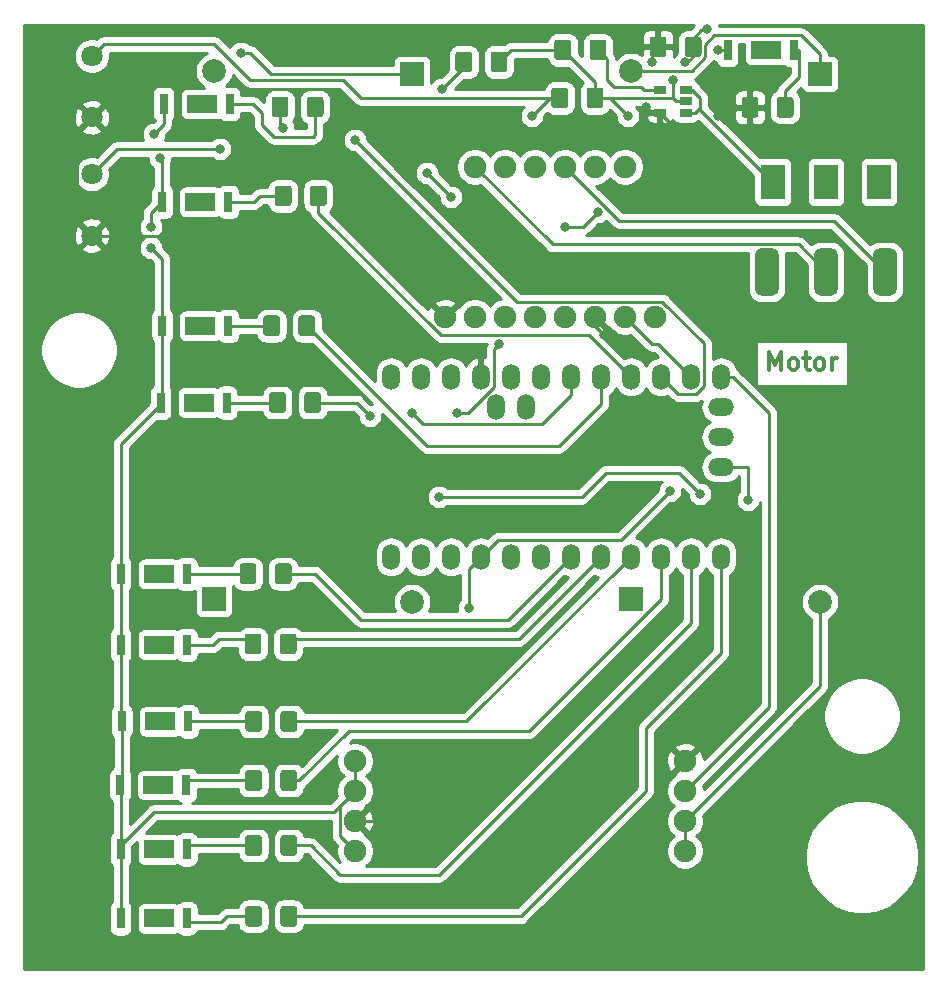
<source format=gbr>
%TF.GenerationSoftware,KiCad,Pcbnew,(5.1.6)-1*%
%TF.CreationDate,2020-06-19T21:21:41-04:00*%
%TF.ProjectId,TrialBBConversion,54726961-6c42-4424-936f-6e7665727369,rev?*%
%TF.SameCoordinates,Original*%
%TF.FileFunction,Copper,L1,Top*%
%TF.FilePolarity,Positive*%
%FSLAX46Y46*%
G04 Gerber Fmt 4.6, Leading zero omitted, Abs format (unit mm)*
G04 Created by KiCad (PCBNEW (5.1.6)-1) date 2020-06-19 21:21:41*
%MOMM*%
%LPD*%
G01*
G04 APERTURE LIST*
%TA.AperFunction,NonConductor*%
%ADD10C,0.300000*%
%TD*%
%TA.AperFunction,ComponentPad*%
%ADD11C,1.800000*%
%TD*%
%TA.AperFunction,SMDPad,CuDef*%
%ADD12R,2.500000X1.500000*%
%TD*%
%TA.AperFunction,SMDPad,CuDef*%
%ADD13R,0.700000X1.800000*%
%TD*%
%TA.AperFunction,ComponentPad*%
%ADD14R,2.000000X3.000000*%
%TD*%
%TA.AperFunction,ComponentPad*%
%ADD15O,2.199640X1.501140*%
%TD*%
%TA.AperFunction,ComponentPad*%
%ADD16O,1.501140X2.199640*%
%TD*%
%TA.AperFunction,SMDPad,CuDef*%
%ADD17R,1.060000X0.650000*%
%TD*%
%TA.AperFunction,ComponentPad*%
%ADD18C,1.905000*%
%TD*%
%TA.AperFunction,ComponentPad*%
%ADD19C,2.000000*%
%TD*%
%TA.AperFunction,ComponentPad*%
%ADD20R,2.000000X2.000000*%
%TD*%
%TA.AperFunction,ViaPad*%
%ADD21C,0.800000*%
%TD*%
%TA.AperFunction,Conductor*%
%ADD22C,0.250000*%
%TD*%
%TA.AperFunction,Conductor*%
%ADD23C,0.254000*%
%TD*%
G04 APERTURE END LIST*
D10*
X183178000Y-99738571D02*
X183178000Y-98238571D01*
X183678000Y-99310000D01*
X184178000Y-98238571D01*
X184178000Y-99738571D01*
X185106571Y-99738571D02*
X184963714Y-99667142D01*
X184892285Y-99595714D01*
X184820857Y-99452857D01*
X184820857Y-99024285D01*
X184892285Y-98881428D01*
X184963714Y-98810000D01*
X185106571Y-98738571D01*
X185320857Y-98738571D01*
X185463714Y-98810000D01*
X185535142Y-98881428D01*
X185606571Y-99024285D01*
X185606571Y-99452857D01*
X185535142Y-99595714D01*
X185463714Y-99667142D01*
X185320857Y-99738571D01*
X185106571Y-99738571D01*
X186035142Y-98738571D02*
X186606571Y-98738571D01*
X186249428Y-98238571D02*
X186249428Y-99524285D01*
X186320857Y-99667142D01*
X186463714Y-99738571D01*
X186606571Y-99738571D01*
X187320857Y-99738571D02*
X187178000Y-99667142D01*
X187106571Y-99595714D01*
X187035142Y-99452857D01*
X187035142Y-99024285D01*
X187106571Y-98881428D01*
X187178000Y-98810000D01*
X187320857Y-98738571D01*
X187535142Y-98738571D01*
X187678000Y-98810000D01*
X187749428Y-98881428D01*
X187820857Y-99024285D01*
X187820857Y-99452857D01*
X187749428Y-99595714D01*
X187678000Y-99667142D01*
X187535142Y-99738571D01*
X187320857Y-99738571D01*
X188463714Y-99738571D02*
X188463714Y-98738571D01*
X188463714Y-99024285D02*
X188535142Y-98881428D01*
X188606571Y-98810000D01*
X188749428Y-98738571D01*
X188892285Y-98738571D01*
D11*
%TO.P,SW2,1*%
%TO.N,Net-(R7-Pad1)*%
X125810000Y-73162000D03*
%TO.P,SW2,2*%
%TO.N,3.3vlabel*%
X125810000Y-78362000D03*
%TD*%
%TO.P,SW3,1*%
%TO.N,Net-(R8-Pad1)*%
X125810000Y-83162000D03*
%TO.P,SW3,2*%
%TO.N,3.3vlabel*%
X125810000Y-88362000D03*
%TD*%
%TO.P,R13,2*%
%TO.N,Net-(D11-Pad2)*%
%TA.AperFunction,SMDPad,CuDef*%
G36*
G01*
X142237500Y-101875000D02*
X142237500Y-103125000D01*
G75*
G02*
X141987500Y-103375000I-250000J0D01*
G01*
X141062500Y-103375000D01*
G75*
G02*
X140812500Y-103125000I0J250000D01*
G01*
X140812500Y-101875000D01*
G75*
G02*
X141062500Y-101625000I250000J0D01*
G01*
X141987500Y-101625000D01*
G75*
G02*
X142237500Y-101875000I0J-250000D01*
G01*
G37*
%TD.AperFunction*%
%TO.P,R13,1*%
%TO.N,Net-(R13-Pad1)*%
%TA.AperFunction,SMDPad,CuDef*%
G36*
G01*
X145212500Y-101875000D02*
X145212500Y-103125000D01*
G75*
G02*
X144962500Y-103375000I-250000J0D01*
G01*
X144037500Y-103375000D01*
G75*
G02*
X143787500Y-103125000I0J250000D01*
G01*
X143787500Y-101875000D01*
G75*
G02*
X144037500Y-101625000I250000J0D01*
G01*
X144962500Y-101625000D01*
G75*
G02*
X145212500Y-101875000I0J-250000D01*
G01*
G37*
%TD.AperFunction*%
%TD*%
%TO.P,R12,2*%
%TO.N,Net-(D10-Pad2)*%
%TA.AperFunction,SMDPad,CuDef*%
G36*
G01*
X141737500Y-95375000D02*
X141737500Y-96625000D01*
G75*
G02*
X141487500Y-96875000I-250000J0D01*
G01*
X140562500Y-96875000D01*
G75*
G02*
X140312500Y-96625000I0J250000D01*
G01*
X140312500Y-95375000D01*
G75*
G02*
X140562500Y-95125000I250000J0D01*
G01*
X141487500Y-95125000D01*
G75*
G02*
X141737500Y-95375000I0J-250000D01*
G01*
G37*
%TD.AperFunction*%
%TO.P,R12,1*%
%TO.N,Net-(R12-Pad1)*%
%TA.AperFunction,SMDPad,CuDef*%
G36*
G01*
X144712500Y-95375000D02*
X144712500Y-96625000D01*
G75*
G02*
X144462500Y-96875000I-250000J0D01*
G01*
X143537500Y-96875000D01*
G75*
G02*
X143287500Y-96625000I0J250000D01*
G01*
X143287500Y-95375000D01*
G75*
G02*
X143537500Y-95125000I250000J0D01*
G01*
X144462500Y-95125000D01*
G75*
G02*
X144712500Y-95375000I0J-250000D01*
G01*
G37*
%TD.AperFunction*%
%TD*%
%TO.P,R2,2*%
%TO.N,Net-(D2-Pad2)*%
%TA.AperFunction,SMDPad,CuDef*%
G36*
G01*
X142712500Y-84375000D02*
X142712500Y-85625000D01*
G75*
G02*
X142462500Y-85875000I-250000J0D01*
G01*
X141537500Y-85875000D01*
G75*
G02*
X141287500Y-85625000I0J250000D01*
G01*
X141287500Y-84375000D01*
G75*
G02*
X141537500Y-84125000I250000J0D01*
G01*
X142462500Y-84125000D01*
G75*
G02*
X142712500Y-84375000I0J-250000D01*
G01*
G37*
%TD.AperFunction*%
%TO.P,R2,1*%
%TO.N,Net-(R2-Pad1)*%
%TA.AperFunction,SMDPad,CuDef*%
G36*
G01*
X145687500Y-84375000D02*
X145687500Y-85625000D01*
G75*
G02*
X145437500Y-85875000I-250000J0D01*
G01*
X144512500Y-85875000D01*
G75*
G02*
X144262500Y-85625000I0J250000D01*
G01*
X144262500Y-84375000D01*
G75*
G02*
X144512500Y-84125000I250000J0D01*
G01*
X145437500Y-84125000D01*
G75*
G02*
X145687500Y-84375000I0J-250000D01*
G01*
G37*
%TD.AperFunction*%
%TD*%
%TO.P,R1,2*%
%TO.N,Net-(D1-Pad2)*%
%TA.AperFunction,SMDPad,CuDef*%
G36*
G01*
X143994500Y-78095000D02*
X143994500Y-76845000D01*
G75*
G02*
X144244500Y-76595000I250000J0D01*
G01*
X145169500Y-76595000D01*
G75*
G02*
X145419500Y-76845000I0J-250000D01*
G01*
X145419500Y-78095000D01*
G75*
G02*
X145169500Y-78345000I-250000J0D01*
G01*
X144244500Y-78345000D01*
G75*
G02*
X143994500Y-78095000I0J250000D01*
G01*
G37*
%TD.AperFunction*%
%TO.P,R1,1*%
%TO.N,Net-(R1-Pad1)*%
%TA.AperFunction,SMDPad,CuDef*%
G36*
G01*
X141019500Y-78095000D02*
X141019500Y-76845000D01*
G75*
G02*
X141269500Y-76595000I250000J0D01*
G01*
X142194500Y-76595000D01*
G75*
G02*
X142444500Y-76845000I0J-250000D01*
G01*
X142444500Y-78095000D01*
G75*
G02*
X142194500Y-78345000I-250000J0D01*
G01*
X141269500Y-78345000D01*
G75*
G02*
X141019500Y-78095000I0J250000D01*
G01*
G37*
%TD.AperFunction*%
%TD*%
D12*
%TO.P,D11,3*%
%TO.N,N/C*%
X134874000Y-102500000D03*
D13*
%TO.P,D11,1*%
%TO.N,GND*%
X131624000Y-102500000D03*
%TO.P,D11,2*%
%TO.N,Net-(D11-Pad2)*%
X137224000Y-102500000D03*
%TD*%
D12*
%TO.P,D10,3*%
%TO.N,N/C*%
X135000000Y-96000000D03*
D13*
%TO.P,D10,1*%
%TO.N,GND*%
X131750000Y-96000000D03*
%TO.P,D10,2*%
%TO.N,Net-(D10-Pad2)*%
X137350000Y-96000000D03*
%TD*%
D12*
%TO.P,D2,3*%
%TO.N,N/C*%
X135000000Y-85500000D03*
D13*
%TO.P,D2,1*%
%TO.N,GND*%
X131750000Y-85500000D03*
%TO.P,D2,2*%
%TO.N,Net-(D2-Pad2)*%
X137350000Y-85500000D03*
%TD*%
D12*
%TO.P,D1,3*%
%TO.N,N/C*%
X135128000Y-77216000D03*
D13*
%TO.P,D1,1*%
%TO.N,GND*%
X131878000Y-77216000D03*
%TO.P,D1,2*%
%TO.N,Net-(D1-Pad2)*%
X137478000Y-77216000D03*
%TD*%
D14*
%TO.P,SW1,2*%
%TO.N,Net-(BT3-Pad1)*%
X187960000Y-83820000D03*
%TO.P,SW1,3*%
%TO.N,Net-(SW1-Pad3)*%
X192460000Y-83820000D03*
%TO.P,SW1,1*%
%TO.N,Net-(SW1-Pad1)*%
X183460000Y-83820000D03*
%TD*%
%TO.P,R11,2*%
%TO.N,Net-(D9-Pad2)*%
%TA.AperFunction,SMDPad,CuDef*%
G36*
G01*
X183787500Y-78125000D02*
X183787500Y-76875000D01*
G75*
G02*
X184037500Y-76625000I250000J0D01*
G01*
X184962500Y-76625000D01*
G75*
G02*
X185212500Y-76875000I0J-250000D01*
G01*
X185212500Y-78125000D01*
G75*
G02*
X184962500Y-78375000I-250000J0D01*
G01*
X184037500Y-78375000D01*
G75*
G02*
X183787500Y-78125000I0J250000D01*
G01*
G37*
%TD.AperFunction*%
%TO.P,R11,1*%
%TO.N,3.3vlabel*%
%TA.AperFunction,SMDPad,CuDef*%
G36*
G01*
X180812500Y-78125000D02*
X180812500Y-76875000D01*
G75*
G02*
X181062500Y-76625000I250000J0D01*
G01*
X181987500Y-76625000D01*
G75*
G02*
X182237500Y-76875000I0J-250000D01*
G01*
X182237500Y-78125000D01*
G75*
G02*
X181987500Y-78375000I-250000J0D01*
G01*
X181062500Y-78375000D01*
G75*
G02*
X180812500Y-78125000I0J250000D01*
G01*
G37*
%TD.AperFunction*%
%TD*%
%TO.P,R10,2*%
%TO.N,Net-(D8-Pad2)*%
%TA.AperFunction,SMDPad,CuDef*%
G36*
G01*
X140212500Y-145375000D02*
X140212500Y-146625000D01*
G75*
G02*
X139962500Y-146875000I-250000J0D01*
G01*
X139037500Y-146875000D01*
G75*
G02*
X138787500Y-146625000I0J250000D01*
G01*
X138787500Y-145375000D01*
G75*
G02*
X139037500Y-145125000I250000J0D01*
G01*
X139962500Y-145125000D01*
G75*
G02*
X140212500Y-145375000I0J-250000D01*
G01*
G37*
%TD.AperFunction*%
%TO.P,R10,1*%
%TO.N,Net-(R10-Pad1)*%
%TA.AperFunction,SMDPad,CuDef*%
G36*
G01*
X143187500Y-145375000D02*
X143187500Y-146625000D01*
G75*
G02*
X142937500Y-146875000I-250000J0D01*
G01*
X142012500Y-146875000D01*
G75*
G02*
X141762500Y-146625000I0J250000D01*
G01*
X141762500Y-145375000D01*
G75*
G02*
X142012500Y-145125000I250000J0D01*
G01*
X142937500Y-145125000D01*
G75*
G02*
X143187500Y-145375000I0J-250000D01*
G01*
G37*
%TD.AperFunction*%
%TD*%
%TO.P,R9,2*%
%TO.N,Net-(D7-Pad2)*%
%TA.AperFunction,SMDPad,CuDef*%
G36*
G01*
X140212500Y-139375000D02*
X140212500Y-140625000D01*
G75*
G02*
X139962500Y-140875000I-250000J0D01*
G01*
X139037500Y-140875000D01*
G75*
G02*
X138787500Y-140625000I0J250000D01*
G01*
X138787500Y-139375000D01*
G75*
G02*
X139037500Y-139125000I250000J0D01*
G01*
X139962500Y-139125000D01*
G75*
G02*
X140212500Y-139375000I0J-250000D01*
G01*
G37*
%TD.AperFunction*%
%TO.P,R9,1*%
%TO.N,Net-(R9-Pad1)*%
%TA.AperFunction,SMDPad,CuDef*%
G36*
G01*
X143187500Y-139375000D02*
X143187500Y-140625000D01*
G75*
G02*
X142937500Y-140875000I-250000J0D01*
G01*
X142012500Y-140875000D01*
G75*
G02*
X141762500Y-140625000I0J250000D01*
G01*
X141762500Y-139375000D01*
G75*
G02*
X142012500Y-139125000I250000J0D01*
G01*
X142937500Y-139125000D01*
G75*
G02*
X143187500Y-139375000I0J-250000D01*
G01*
G37*
%TD.AperFunction*%
%TD*%
%TO.P,R6,2*%
%TO.N,Net-(D6-Pad2)*%
%TA.AperFunction,SMDPad,CuDef*%
G36*
G01*
X140212500Y-133875000D02*
X140212500Y-135125000D01*
G75*
G02*
X139962500Y-135375000I-250000J0D01*
G01*
X139037500Y-135375000D01*
G75*
G02*
X138787500Y-135125000I0J250000D01*
G01*
X138787500Y-133875000D01*
G75*
G02*
X139037500Y-133625000I250000J0D01*
G01*
X139962500Y-133625000D01*
G75*
G02*
X140212500Y-133875000I0J-250000D01*
G01*
G37*
%TD.AperFunction*%
%TO.P,R6,1*%
%TO.N,Net-(R6-Pad1)*%
%TA.AperFunction,SMDPad,CuDef*%
G36*
G01*
X143187500Y-133875000D02*
X143187500Y-135125000D01*
G75*
G02*
X142937500Y-135375000I-250000J0D01*
G01*
X142012500Y-135375000D01*
G75*
G02*
X141762500Y-135125000I0J250000D01*
G01*
X141762500Y-133875000D01*
G75*
G02*
X142012500Y-133625000I250000J0D01*
G01*
X142937500Y-133625000D01*
G75*
G02*
X143187500Y-133875000I0J-250000D01*
G01*
G37*
%TD.AperFunction*%
%TD*%
%TO.P,R5,2*%
%TO.N,Net-(D5-Pad2)*%
%TA.AperFunction,SMDPad,CuDef*%
G36*
G01*
X140225000Y-128875000D02*
X140225000Y-130125000D01*
G75*
G02*
X139975000Y-130375000I-250000J0D01*
G01*
X139050000Y-130375000D01*
G75*
G02*
X138800000Y-130125000I0J250000D01*
G01*
X138800000Y-128875000D01*
G75*
G02*
X139050000Y-128625000I250000J0D01*
G01*
X139975000Y-128625000D01*
G75*
G02*
X140225000Y-128875000I0J-250000D01*
G01*
G37*
%TD.AperFunction*%
%TO.P,R5,1*%
%TO.N,Net-(R5-Pad1)*%
%TA.AperFunction,SMDPad,CuDef*%
G36*
G01*
X143200000Y-128875000D02*
X143200000Y-130125000D01*
G75*
G02*
X142950000Y-130375000I-250000J0D01*
G01*
X142025000Y-130375000D01*
G75*
G02*
X141775000Y-130125000I0J250000D01*
G01*
X141775000Y-128875000D01*
G75*
G02*
X142025000Y-128625000I250000J0D01*
G01*
X142950000Y-128625000D01*
G75*
G02*
X143200000Y-128875000I0J-250000D01*
G01*
G37*
%TD.AperFunction*%
%TD*%
%TO.P,R4,2*%
%TO.N,Net-(D4-Pad2)*%
%TA.AperFunction,SMDPad,CuDef*%
G36*
G01*
X140158500Y-122311000D02*
X140158500Y-123561000D01*
G75*
G02*
X139908500Y-123811000I-250000J0D01*
G01*
X138983500Y-123811000D01*
G75*
G02*
X138733500Y-123561000I0J250000D01*
G01*
X138733500Y-122311000D01*
G75*
G02*
X138983500Y-122061000I250000J0D01*
G01*
X139908500Y-122061000D01*
G75*
G02*
X140158500Y-122311000I0J-250000D01*
G01*
G37*
%TD.AperFunction*%
%TO.P,R4,1*%
%TO.N,Net-(R4-Pad1)*%
%TA.AperFunction,SMDPad,CuDef*%
G36*
G01*
X143133500Y-122311000D02*
X143133500Y-123561000D01*
G75*
G02*
X142883500Y-123811000I-250000J0D01*
G01*
X141958500Y-123811000D01*
G75*
G02*
X141708500Y-123561000I0J250000D01*
G01*
X141708500Y-122311000D01*
G75*
G02*
X141958500Y-122061000I250000J0D01*
G01*
X142883500Y-122061000D01*
G75*
G02*
X143133500Y-122311000I0J-250000D01*
G01*
G37*
%TD.AperFunction*%
%TD*%
%TO.P,R3,2*%
%TO.N,Net-(D3-Pad2)*%
%TA.AperFunction,SMDPad,CuDef*%
G36*
G01*
X139737500Y-116375000D02*
X139737500Y-117625000D01*
G75*
G02*
X139487500Y-117875000I-250000J0D01*
G01*
X138562500Y-117875000D01*
G75*
G02*
X138312500Y-117625000I0J250000D01*
G01*
X138312500Y-116375000D01*
G75*
G02*
X138562500Y-116125000I250000J0D01*
G01*
X139487500Y-116125000D01*
G75*
G02*
X139737500Y-116375000I0J-250000D01*
G01*
G37*
%TD.AperFunction*%
%TO.P,R3,1*%
%TO.N,Net-(R3-Pad1)*%
%TA.AperFunction,SMDPad,CuDef*%
G36*
G01*
X142712500Y-116375000D02*
X142712500Y-117625000D01*
G75*
G02*
X142462500Y-117875000I-250000J0D01*
G01*
X141537500Y-117875000D01*
G75*
G02*
X141287500Y-117625000I0J250000D01*
G01*
X141287500Y-116375000D01*
G75*
G02*
X141537500Y-116125000I250000J0D01*
G01*
X142462500Y-116125000D01*
G75*
G02*
X142712500Y-116375000I0J-250000D01*
G01*
G37*
%TD.AperFunction*%
%TD*%
D12*
%TO.P,D9,3*%
%TO.N,N/C*%
X182880000Y-72644000D03*
D13*
%TO.P,D9,1*%
%TO.N,GND*%
X179630000Y-72644000D03*
%TO.P,D9,2*%
%TO.N,Net-(D9-Pad2)*%
X185230000Y-72644000D03*
%TD*%
D12*
%TO.P,D8,3*%
%TO.N,N/C*%
X131500000Y-146177000D03*
D13*
%TO.P,D8,1*%
%TO.N,GND*%
X128250000Y-146177000D03*
%TO.P,D8,2*%
%TO.N,Net-(D8-Pad2)*%
X133850000Y-146177000D03*
%TD*%
D12*
%TO.P,D7,3*%
%TO.N,N/C*%
X131500000Y-140335000D03*
D13*
%TO.P,D7,1*%
%TO.N,GND*%
X128250000Y-140335000D03*
%TO.P,D7,2*%
%TO.N,Net-(D7-Pad2)*%
X133850000Y-140335000D03*
%TD*%
D12*
%TO.P,D6,3*%
%TO.N,N/C*%
X131445000Y-134874000D03*
D13*
%TO.P,D6,1*%
%TO.N,GND*%
X128195000Y-134874000D03*
%TO.P,D6,2*%
%TO.N,Net-(D6-Pad2)*%
X133795000Y-134874000D03*
%TD*%
D12*
%TO.P,D5,3*%
%TO.N,N/C*%
X131600000Y-129500000D03*
D13*
%TO.P,D5,1*%
%TO.N,GND*%
X128350000Y-129500000D03*
%TO.P,D5,2*%
%TO.N,Net-(D5-Pad2)*%
X133950000Y-129500000D03*
%TD*%
D12*
%TO.P,D4,3*%
%TO.N,N/C*%
X131500000Y-123000000D03*
D13*
%TO.P,D4,1*%
%TO.N,GND*%
X128250000Y-123000000D03*
%TO.P,D4,2*%
%TO.N,Net-(D4-Pad2)*%
X133850000Y-123000000D03*
%TD*%
D12*
%TO.P,D3,3*%
%TO.N,N/C*%
X131500000Y-117000000D03*
D13*
%TO.P,D3,1*%
%TO.N,GND*%
X128250000Y-117000000D03*
%TO.P,D3,2*%
%TO.N,Net-(D3-Pad2)*%
X133850000Y-117000000D03*
%TD*%
D15*
%TO.P,X1,29*%
%TO.N,GND*%
X179070000Y-107950000D03*
%TO.P,X1,28*%
%TO.N,Net-(X1-Pad28)*%
X179070000Y-105410000D03*
%TO.P,X1,27*%
%TO.N,Net-(X1-Pad27)*%
X179070000Y-102870000D03*
D16*
%TO.P,X1,26*%
%TO.N,Net-(X1-Pad26)*%
X160020000Y-102870000D03*
%TO.P,X1,25*%
%TO.N,Net-(X1-Pad25)*%
X162560000Y-102870000D03*
%TO.P,X1,24*%
%TO.N,Net-(X1-Pad24)*%
X151130000Y-100330000D03*
%TO.P,X1,23*%
%TO.N,Net-(X1-Pad23)*%
X153670000Y-100330000D03*
%TO.P,X1,22*%
%TO.N,Net-(X1-Pad22)*%
X156210000Y-100330000D03*
%TO.P,X1,21*%
%TO.N,3.3vlabel*%
X158750000Y-100330000D03*
%TO.P,X1,20*%
%TO.N,Net-(X1-Pad20)*%
X161290000Y-100330000D03*
%TO.P,X1,19*%
%TO.N,Net-(X1-Pad19)*%
X163830000Y-100330000D03*
%TO.P,X1,18*%
%TO.N,Net-(R13-Pad1)*%
X166370000Y-100330000D03*
%TO.P,X1,17*%
%TO.N,Net-(R12-Pad1)*%
X168910000Y-100330000D03*
%TO.P,X1,16*%
%TO.N,Net-(R2-Pad1)*%
X171450000Y-100330000D03*
%TO.P,X1,15*%
%TO.N,Net-(R1-Pad1)*%
X173990000Y-100330000D03*
%TO.P,X1,14*%
%TO.N,Net-(U1-Pad7)*%
X176530000Y-100330000D03*
%TO.P,X1,13*%
%TO.N,Net-(U2-Pad6)*%
X179070000Y-100330000D03*
%TO.P,X1,12*%
%TO.N,Net-(R10-Pad1)*%
X179070000Y-115570000D03*
%TO.P,X1,11*%
%TO.N,Net-(R9-Pad1)*%
X176530000Y-115570000D03*
%TO.P,X1,10*%
%TO.N,Net-(R6-Pad1)*%
X173990000Y-115570000D03*
%TO.P,X1,9*%
%TO.N,Net-(R5-Pad1)*%
X171450000Y-115570000D03*
%TO.P,X1,8*%
%TO.N,Net-(R4-Pad1)*%
X168910000Y-115570000D03*
%TO.P,X1,7*%
%TO.N,Net-(R3-Pad1)*%
X166370000Y-115570000D03*
%TO.P,X1,6*%
%TO.N,Net-(R8-Pad1)*%
X163830000Y-115570000D03*
%TO.P,X1,5*%
%TO.N,Net-(R7-Pad1)*%
X161290000Y-115570000D03*
%TO.P,X1,4*%
%TO.N,GND*%
X158750000Y-115570000D03*
%TO.P,X1,3*%
%TO.N,Net-(X1-Pad3)*%
X156210000Y-115570000D03*
%TO.P,X1,2*%
%TO.N,Net-(X1-Pad2)*%
X153670000Y-115570000D03*
%TO.P,X1,1*%
%TO.N,Net-(X1-Pad1)*%
X151130000Y-115570000D03*
%TD*%
D17*
%TO.P,U4,5*%
%TO.N,3.3vlabel*%
X173900000Y-77950000D03*
%TO.P,U4,4*%
%TO.N,Net-(C1-Pad1)*%
X173900000Y-76050000D03*
%TO.P,U4,3*%
%TO.N,Net-(SW1-Pad1)*%
X176100000Y-76050000D03*
%TO.P,U4,2*%
%TO.N,GND*%
X176100000Y-77000000D03*
%TO.P,U4,1*%
%TO.N,Net-(SW1-Pad1)*%
X176100000Y-77950000D03*
%TD*%
%TO.P,R8,2*%
%TO.N,GND*%
%TA.AperFunction,SMDPad,CuDef*%
G36*
G01*
X159561500Y-74285000D02*
X159561500Y-73035000D01*
G75*
G02*
X159811500Y-72785000I250000J0D01*
G01*
X160736500Y-72785000D01*
G75*
G02*
X160986500Y-73035000I0J-250000D01*
G01*
X160986500Y-74285000D01*
G75*
G02*
X160736500Y-74535000I-250000J0D01*
G01*
X159811500Y-74535000D01*
G75*
G02*
X159561500Y-74285000I0J250000D01*
G01*
G37*
%TD.AperFunction*%
%TO.P,R8,1*%
%TO.N,Net-(R8-Pad1)*%
%TA.AperFunction,SMDPad,CuDef*%
G36*
G01*
X156586500Y-74285000D02*
X156586500Y-73035000D01*
G75*
G02*
X156836500Y-72785000I250000J0D01*
G01*
X157761500Y-72785000D01*
G75*
G02*
X158011500Y-73035000I0J-250000D01*
G01*
X158011500Y-74285000D01*
G75*
G02*
X157761500Y-74535000I-250000J0D01*
G01*
X156836500Y-74535000D01*
G75*
G02*
X156586500Y-74285000I0J250000D01*
G01*
G37*
%TD.AperFunction*%
%TD*%
%TO.P,R7,2*%
%TO.N,GND*%
%TA.AperFunction,SMDPad,CuDef*%
G36*
G01*
X167689500Y-77333000D02*
X167689500Y-76083000D01*
G75*
G02*
X167939500Y-75833000I250000J0D01*
G01*
X168864500Y-75833000D01*
G75*
G02*
X169114500Y-76083000I0J-250000D01*
G01*
X169114500Y-77333000D01*
G75*
G02*
X168864500Y-77583000I-250000J0D01*
G01*
X167939500Y-77583000D01*
G75*
G02*
X167689500Y-77333000I0J250000D01*
G01*
G37*
%TD.AperFunction*%
%TO.P,R7,1*%
%TO.N,Net-(R7-Pad1)*%
%TA.AperFunction,SMDPad,CuDef*%
G36*
G01*
X164714500Y-77333000D02*
X164714500Y-76083000D01*
G75*
G02*
X164964500Y-75833000I250000J0D01*
G01*
X165889500Y-75833000D01*
G75*
G02*
X166139500Y-76083000I0J-250000D01*
G01*
X166139500Y-77333000D01*
G75*
G02*
X165889500Y-77583000I-250000J0D01*
G01*
X164964500Y-77583000D01*
G75*
G02*
X164714500Y-77333000I0J250000D01*
G01*
G37*
%TD.AperFunction*%
%TD*%
%TO.P,C2,2*%
%TO.N,GND*%
%TA.AperFunction,SMDPad,CuDef*%
G36*
G01*
X175998500Y-73015000D02*
X175998500Y-71765000D01*
G75*
G02*
X176248500Y-71515000I250000J0D01*
G01*
X177173500Y-71515000D01*
G75*
G02*
X177423500Y-71765000I0J-250000D01*
G01*
X177423500Y-73015000D01*
G75*
G02*
X177173500Y-73265000I-250000J0D01*
G01*
X176248500Y-73265000D01*
G75*
G02*
X175998500Y-73015000I0J250000D01*
G01*
G37*
%TD.AperFunction*%
%TO.P,C2,1*%
%TO.N,3.3vlabel*%
%TA.AperFunction,SMDPad,CuDef*%
G36*
G01*
X173023500Y-73015000D02*
X173023500Y-71765000D01*
G75*
G02*
X173273500Y-71515000I250000J0D01*
G01*
X174198500Y-71515000D01*
G75*
G02*
X174448500Y-71765000I0J-250000D01*
G01*
X174448500Y-73015000D01*
G75*
G02*
X174198500Y-73265000I-250000J0D01*
G01*
X173273500Y-73265000D01*
G75*
G02*
X173023500Y-73015000I0J250000D01*
G01*
G37*
%TD.AperFunction*%
%TD*%
%TO.P,C1,2*%
%TO.N,GND*%
%TA.AperFunction,SMDPad,CuDef*%
G36*
G01*
X166393500Y-72019000D02*
X166393500Y-73269000D01*
G75*
G02*
X166143500Y-73519000I-250000J0D01*
G01*
X165218500Y-73519000D01*
G75*
G02*
X164968500Y-73269000I0J250000D01*
G01*
X164968500Y-72019000D01*
G75*
G02*
X165218500Y-71769000I250000J0D01*
G01*
X166143500Y-71769000D01*
G75*
G02*
X166393500Y-72019000I0J-250000D01*
G01*
G37*
%TD.AperFunction*%
%TO.P,C1,1*%
%TO.N,Net-(C1-Pad1)*%
%TA.AperFunction,SMDPad,CuDef*%
G36*
G01*
X169368500Y-72019000D02*
X169368500Y-73269000D01*
G75*
G02*
X169118500Y-73519000I-250000J0D01*
G01*
X168193500Y-73519000D01*
G75*
G02*
X167943500Y-73269000I0J250000D01*
G01*
X167943500Y-72019000D01*
G75*
G02*
X168193500Y-71769000I250000J0D01*
G01*
X169118500Y-71769000D01*
G75*
G02*
X169368500Y-72019000I0J-250000D01*
G01*
G37*
%TD.AperFunction*%
%TD*%
%TO.P,U3,3*%
%TO.N,Net-(U3-Pad3)*%
%TA.AperFunction,ComponentPad*%
G36*
G01*
X183960000Y-89940000D02*
X183960000Y-92940000D01*
G75*
G02*
X183460000Y-93440000I-500000J0D01*
G01*
X182460000Y-93440000D01*
G75*
G02*
X181960000Y-92940000I0J500000D01*
G01*
X181960000Y-89940000D01*
G75*
G02*
X182460000Y-89440000I500000J0D01*
G01*
X183460000Y-89440000D01*
G75*
G02*
X183960000Y-89940000I0J-500000D01*
G01*
G37*
%TD.AperFunction*%
%TO.P,U3,2*%
%TO.N,Net-(U1-Pad14)*%
%TA.AperFunction,ComponentPad*%
G36*
G01*
X188960000Y-89940000D02*
X188960000Y-92940000D01*
G75*
G02*
X188460000Y-93440000I-500000J0D01*
G01*
X187460000Y-93440000D01*
G75*
G02*
X186960000Y-92940000I0J500000D01*
G01*
X186960000Y-89940000D01*
G75*
G02*
X187460000Y-89440000I500000J0D01*
G01*
X188460000Y-89440000D01*
G75*
G02*
X188960000Y-89940000I0J-500000D01*
G01*
G37*
%TD.AperFunction*%
%TO.P,U3,1*%
%TO.N,Net-(U1-Pad11)*%
%TA.AperFunction,ComponentPad*%
G36*
G01*
X193960000Y-89940000D02*
X193960000Y-92940000D01*
G75*
G02*
X193460000Y-93440000I-500000J0D01*
G01*
X192460000Y-93440000D01*
G75*
G02*
X191960000Y-92940000I0J500000D01*
G01*
X191960000Y-89940000D01*
G75*
G02*
X192460000Y-89440000I500000J0D01*
G01*
X193460000Y-89440000D01*
G75*
G02*
X193960000Y-89940000I0J-500000D01*
G01*
G37*
%TD.AperFunction*%
%TD*%
D18*
%TO.P,U2,8*%
%TO.N,GND*%
X176022000Y-140462000D03*
%TO.P,U2,7*%
X176022000Y-137922000D03*
%TO.P,U2,6*%
%TO.N,Net-(U2-Pad6)*%
X176022000Y-135382000D03*
%TO.P,U2,5*%
%TO.N,3.3vlabel*%
X176022000Y-132842000D03*
%TO.P,U2,4*%
%TO.N,GND*%
X148082000Y-132842000D03*
%TO.P,U2,3*%
X148082000Y-135382000D03*
%TO.P,U2,2*%
%TO.N,3.3vlabel*%
X148082000Y-137922000D03*
%TO.P,U2,1*%
%TO.N,GND*%
X148082000Y-140462000D03*
%TD*%
%TO.P,U1,14*%
%TO.N,Net-(U1-Pad14)*%
X158242000Y-82550000D03*
%TO.P,U1,13*%
%TO.N,Net-(U1-Pad13)*%
X160782000Y-82550000D03*
%TO.P,U1,12*%
%TO.N,Net-(U1-Pad12)*%
X163322000Y-82550000D03*
%TO.P,U1,11*%
%TO.N,Net-(U1-Pad11)*%
X165862000Y-82550000D03*
%TO.P,U1,10*%
%TO.N,Net-(U1-Pad10)*%
X168402000Y-82550000D03*
%TO.P,U1,9*%
%TO.N,Net-(U1-Pad9)*%
X170942000Y-82550000D03*
%TO.P,U1,8*%
%TO.N,Net-(U1-Pad8)*%
X173482000Y-95250000D03*
%TO.P,U1,7*%
%TO.N,Net-(U1-Pad7)*%
X170942000Y-95250000D03*
%TO.P,U1,6*%
%TO.N,3.3vlabel*%
X168402000Y-95250000D03*
%TO.P,U1,5*%
%TO.N,Net-(U1-Pad5)*%
X165862000Y-95250000D03*
%TO.P,U1,4*%
%TO.N,Net-(U1-Pad4)*%
X163322000Y-95250000D03*
%TO.P,U1,3*%
%TO.N,Net-(U1-Pad3)*%
X160782000Y-95250000D03*
%TO.P,U1,2*%
%TO.N,GND*%
X158242000Y-95250000D03*
%TO.P,U1,1*%
%TO.N,3.3vlabel*%
X155702000Y-95250000D03*
%TD*%
D19*
%TO.P,BT4,2*%
%TO.N,GND*%
X187452000Y-119376000D03*
D20*
%TO.P,BT4,1*%
%TO.N,Net-(BT2-Pad2)*%
X187452000Y-74676000D03*
%TD*%
D19*
%TO.P,BT3,2*%
%TO.N,Net-(BT1-Pad1)*%
X136144000Y-74426000D03*
D20*
%TO.P,BT3,1*%
%TO.N,Net-(BT3-Pad1)*%
X136144000Y-119126000D03*
%TD*%
D19*
%TO.P,BT2,2*%
%TO.N,Net-(BT2-Pad2)*%
X171450000Y-74426000D03*
D20*
%TO.P,BT2,1*%
%TO.N,Net-(BT1-Pad2)*%
X171450000Y-119126000D03*
%TD*%
D19*
%TO.P,BT1,2*%
%TO.N,Net-(BT1-Pad2)*%
X152908000Y-119376000D03*
D20*
%TO.P,BT1,1*%
%TO.N,Net-(BT1-Pad1)*%
X152908000Y-74676000D03*
%TD*%
D21*
%TO.N,GND*%
X178816000Y-72644000D03*
X176022000Y-73701000D03*
X175006000Y-75184000D03*
X165862000Y-87630000D03*
X168651347Y-86364653D03*
X171196000Y-78232000D03*
X130810000Y-89408000D03*
X130810000Y-87630000D03*
X131572000Y-81788000D03*
X131064000Y-79756000D03*
X181356000Y-110744000D03*
X174752000Y-109982000D03*
X157734000Y-119888000D03*
X160274000Y-97536000D03*
X156718000Y-103378000D03*
X177927000Y-70866000D03*
%TO.N,Net-(BT1-Pad1)*%
X138430000Y-72898000D03*
%TO.N,Net-(BT3-Pad1)*%
X155194000Y-110490000D03*
X177292000Y-110236000D03*
%TO.N,Net-(R1-Pad1)*%
X141986000Y-79248000D03*
X148082000Y-80264000D03*
X173990000Y-100330000D03*
%TO.N,Net-(R7-Pad1)*%
X163068000Y-78232000D03*
%TO.N,Net-(R8-Pad1)*%
X155448000Y-75946000D03*
X136652000Y-81026000D03*
X156210000Y-85090000D03*
X154178000Y-83058000D03*
%TO.N,3.3vlabel*%
X178820653Y-78227347D03*
X177292000Y-79248000D03*
X172720000Y-77470000D03*
X173228000Y-73701000D03*
X169164000Y-96774000D03*
X151384000Y-91440000D03*
X147828000Y-92456000D03*
X169672000Y-90932000D03*
X172974000Y-90424000D03*
X175006000Y-81534000D03*
X155702000Y-137414000D03*
%TO.N,Net-(R13-Pad1)*%
X152908000Y-103378000D03*
X149352000Y-103632000D03*
%TD*%
D22*
%TO.N,GND*%
X161290000Y-72644000D02*
X160274000Y-73660000D01*
X165681000Y-72644000D02*
X161290000Y-72644000D01*
X168402000Y-75365000D02*
X165681000Y-72644000D01*
X168402000Y-76708000D02*
X168402000Y-75365000D01*
X178816000Y-72644000D02*
X179630000Y-72644000D01*
X176711000Y-72390000D02*
X176711000Y-73225000D01*
X176711000Y-73225000D02*
X176235000Y-73701000D01*
X176235000Y-73701000D02*
X176022000Y-73701000D01*
X176100000Y-77000000D02*
X175298000Y-77000000D01*
X175298000Y-77000000D02*
X175006000Y-76708000D01*
X175006000Y-76708000D02*
X175006000Y-75184000D01*
X165862000Y-87630000D02*
X167386000Y-87630000D01*
X167386000Y-87630000D02*
X168651347Y-86364653D01*
X169672000Y-76708000D02*
X168402000Y-76708000D01*
X171196000Y-78232000D02*
X169672000Y-76708000D01*
X172408998Y-76708000D02*
X168402000Y-76708000D01*
X175006000Y-76708000D02*
X172408998Y-76708000D01*
X187452000Y-126492000D02*
X187452000Y-119376000D01*
X176022000Y-137922000D02*
X187452000Y-126492000D01*
X128250000Y-146500000D02*
X128250000Y-140000000D01*
X128350000Y-134500000D02*
X128350000Y-130128000D01*
X128250000Y-130028000D02*
X128250000Y-123000000D01*
X128350000Y-130128000D02*
X128250000Y-130028000D01*
X128250000Y-106000000D02*
X131750000Y-102500000D01*
X128250000Y-117000000D02*
X128250000Y-106000000D01*
X131750000Y-96000000D02*
X131750000Y-90348000D01*
X131750000Y-90348000D02*
X130810000Y-89408000D01*
X130810000Y-86440000D02*
X131750000Y-85500000D01*
X130810000Y-87630000D02*
X130810000Y-86440000D01*
X131750000Y-85500000D02*
X131750000Y-81966000D01*
X131750000Y-81966000D02*
X131572000Y-81788000D01*
X131878000Y-78942000D02*
X131878000Y-77216000D01*
X131064000Y-79756000D02*
X131878000Y-78942000D01*
X181356000Y-110744000D02*
X181356000Y-107950000D01*
X181356000Y-107950000D02*
X179070000Y-107950000D01*
X160174830Y-114145170D02*
X170588830Y-114145170D01*
X158750000Y-115570000D02*
X160174830Y-114145170D01*
X170588830Y-114145170D02*
X174752000Y-109982000D01*
X157734000Y-116586000D02*
X158750000Y-115570000D01*
X157734000Y-119888000D02*
X157734000Y-116586000D01*
X160274000Y-97536000D02*
X160214420Y-97595580D01*
X159874001Y-101145650D02*
X157641651Y-103378000D01*
X160274000Y-97536000D02*
X159874001Y-97935999D01*
X159874001Y-97935999D02*
X159874001Y-101145650D01*
X157641651Y-103378000D02*
X156718000Y-103378000D01*
X146804499Y-136659501D02*
X148082000Y-135382000D01*
X146804499Y-139184499D02*
X146804499Y-136659501D01*
X148082000Y-140462000D02*
X146804499Y-139184499D01*
X148082000Y-135382000D02*
X148082000Y-132842000D01*
X128250000Y-134600000D02*
X128350000Y-134500000D01*
X128250000Y-140000000D02*
X128250000Y-134600000D01*
X128250000Y-123000000D02*
X128250000Y-117000000D01*
X128250000Y-140000000D02*
X131090000Y-137160000D01*
X146304000Y-137160000D02*
X148082000Y-135382000D01*
X131090000Y-137160000D02*
X146304000Y-137160000D01*
X131750000Y-102500000D02*
X131750000Y-96000000D01*
X176022000Y-137922000D02*
X176022000Y-140462000D01*
X176711000Y-71701000D02*
X176711000Y-72390000D01*
X177419000Y-70993000D02*
X176711000Y-71701000D01*
X177927000Y-70866000D02*
X177800000Y-70993000D01*
X177800000Y-70993000D02*
X177419000Y-70993000D01*
%TO.N,Net-(BT1-Pad1)*%
X152908000Y-74676000D02*
X140970000Y-74676000D01*
X140970000Y-74676000D02*
X139192000Y-72898000D01*
X139192000Y-72898000D02*
X138430000Y-72898000D01*
%TO.N,Net-(BT2-Pad2)*%
X176575690Y-74426000D02*
X171450000Y-74426000D01*
X177748510Y-72187490D02*
X177748510Y-73253180D01*
X178517001Y-71418999D02*
X177748510Y-72187490D01*
X185840001Y-71418999D02*
X178517001Y-71418999D01*
X187452000Y-73030998D02*
X185840001Y-71418999D01*
X177748510Y-73253180D02*
X176575690Y-74426000D01*
X187452000Y-74676000D02*
X187452000Y-73030998D01*
%TO.N,Net-(BT3-Pad1)*%
X167267200Y-110490000D02*
X169299200Y-108458000D01*
X155194000Y-110490000D02*
X167267200Y-110490000D01*
X169299200Y-108458000D02*
X175514000Y-108458000D01*
X175514000Y-108458000D02*
X177292000Y-110236000D01*
%TO.N,Net-(U1-Pad14)*%
X164806990Y-89114990D02*
X158242000Y-82550000D01*
X185634990Y-89114990D02*
X164806990Y-89114990D01*
X187960000Y-91440000D02*
X185634990Y-89114990D01*
%TO.N,Net-(U1-Pad11)*%
X192960000Y-91440000D02*
X188642000Y-87122000D01*
X170434000Y-87122000D02*
X165862000Y-82550000D01*
X188642000Y-87122000D02*
X170434000Y-87122000D01*
%TO.N,Net-(D1-Pad2)*%
X144707000Y-79829000D02*
X144707000Y-77470000D01*
X144526000Y-80010000D02*
X144707000Y-79829000D01*
X139446000Y-77216000D02*
X140208000Y-77978000D01*
X137478000Y-77216000D02*
X139446000Y-77216000D01*
X140208000Y-77978000D02*
X140208000Y-78994000D01*
X140208000Y-78994000D02*
X141224000Y-80010000D01*
X141224000Y-80010000D02*
X144526000Y-80010000D01*
%TO.N,Net-(D2-Pad2)*%
X137350000Y-85500000D02*
X139544000Y-85500000D01*
X140044000Y-85000000D02*
X142000000Y-85000000D01*
X139544000Y-85500000D02*
X140044000Y-85000000D01*
%TO.N,Net-(D3-Pad2)*%
X133850000Y-117000000D02*
X139025000Y-117000000D01*
%TO.N,Net-(D4-Pad2)*%
X133850000Y-123000000D02*
X136080000Y-123000000D01*
X136580000Y-122500000D02*
X139025000Y-122500000D01*
X136080000Y-123000000D02*
X136580000Y-122500000D01*
%TO.N,Net-(D5-Pad2)*%
X133950000Y-129500000D02*
X139512500Y-129500000D01*
%TO.N,Net-(D6-Pad2)*%
X133950000Y-134500000D02*
X139500000Y-134500000D01*
%TO.N,Net-(C1-Pad1)*%
X173900000Y-76050000D02*
X172570000Y-76050000D01*
X172271001Y-75751001D02*
X169985001Y-75751001D01*
X172570000Y-76050000D02*
X172271001Y-75751001D01*
X169985001Y-75751001D02*
X169418000Y-75184000D01*
X169418000Y-73406000D02*
X168656000Y-72644000D01*
X169418000Y-75184000D02*
X169418000Y-73406000D01*
%TO.N,Net-(D7-Pad2)*%
X133850000Y-140000000D02*
X139500000Y-140000000D01*
%TO.N,Net-(D8-Pad2)*%
X133850000Y-146500000D02*
X136710000Y-146500000D01*
X137210000Y-146000000D02*
X139500000Y-146000000D01*
X136710000Y-146500000D02*
X137210000Y-146000000D01*
%TO.N,Net-(D9-Pad2)*%
X184500000Y-77500000D02*
X184500000Y-76104000D01*
X184500000Y-76104000D02*
X185674000Y-74930000D01*
X185674000Y-74930000D02*
X185674000Y-72644000D01*
X185674000Y-72644000D02*
X185230000Y-72644000D01*
%TO.N,Net-(R1-Pad1)*%
X141732000Y-77470000D02*
X141732000Y-78994000D01*
X141732000Y-78994000D02*
X141986000Y-79248000D01*
X175414830Y-101754830D02*
X173990000Y-100330000D01*
X176975519Y-101754830D02*
X175414830Y-101754830D01*
X177605580Y-101124769D02*
X176975519Y-101754830D01*
X177605580Y-97482878D02*
X177605580Y-101124769D01*
X174095201Y-93972499D02*
X177605580Y-97482878D01*
X161790499Y-93972499D02*
X174095201Y-93972499D01*
X148082000Y-80264000D02*
X161790499Y-93972499D01*
%TO.N,Net-(R2-Pad1)*%
X144975000Y-86413702D02*
X155335298Y-96774000D01*
X144975000Y-85000000D02*
X144975000Y-86413702D01*
X167894000Y-96774000D02*
X171450000Y-100330000D01*
X155335298Y-96774000D02*
X167894000Y-96774000D01*
%TO.N,Net-(R3-Pad1)*%
X142000000Y-117000000D02*
X144686000Y-117000000D01*
X144686000Y-117000000D02*
X148590000Y-120904000D01*
X161036000Y-120904000D02*
X166370000Y-115570000D01*
X148590000Y-120904000D02*
X161036000Y-120904000D01*
%TO.N,Net-(R4-Pad1)*%
X161980000Y-122500000D02*
X168910000Y-115570000D01*
X142000000Y-122500000D02*
X161980000Y-122500000D01*
%TO.N,Net-(R5-Pad1)*%
X142487500Y-129500000D02*
X157520000Y-129500000D01*
X157520000Y-129500000D02*
X171450000Y-115570000D01*
%TO.N,Net-(R6-Pad1)*%
X142475000Y-134500000D02*
X143376000Y-134500000D01*
X143376000Y-134500000D02*
X147574000Y-130302000D01*
X173990000Y-119171002D02*
X173990000Y-115570000D01*
X162859002Y-130302000D02*
X173990000Y-119171002D01*
X147574000Y-130302000D02*
X162859002Y-130302000D01*
%TO.N,Net-(R7-Pad1)*%
X165427000Y-76708000D02*
X148590000Y-76708000D01*
X148590000Y-76708000D02*
X147066000Y-75184000D01*
X147066000Y-75184000D02*
X139192000Y-75184000D01*
X139192000Y-75184000D02*
X136144000Y-72136000D01*
X126836000Y-72136000D02*
X125810000Y-73162000D01*
X136144000Y-72136000D02*
X126836000Y-72136000D01*
X165427000Y-76708000D02*
X164592000Y-76708000D01*
X164592000Y-76708000D02*
X163068000Y-78232000D01*
%TO.N,Net-(R8-Pad1)*%
X157299000Y-73660000D02*
X157299000Y-74095000D01*
X157299000Y-74095000D02*
X155448000Y-75946000D01*
X127946000Y-81026000D02*
X125810000Y-83162000D01*
X136652000Y-81026000D02*
X127946000Y-81026000D01*
X156210000Y-85090000D02*
X154432000Y-83312000D01*
X154432000Y-83312000D02*
X154178000Y-83058000D01*
%TO.N,Net-(R9-Pad1)*%
X142475000Y-140000000D02*
X144318000Y-140000000D01*
X144318000Y-140000000D02*
X146812000Y-142494000D01*
X146812000Y-142494000D02*
X155194000Y-142494000D01*
X176530000Y-121158000D02*
X176530000Y-115570000D01*
X155194000Y-142494000D02*
X176530000Y-121158000D01*
%TO.N,Net-(R10-Pad1)*%
X142475000Y-146000000D02*
X162102000Y-146000000D01*
X162102000Y-146000000D02*
X172720000Y-135382000D01*
X172720000Y-135382000D02*
X172720000Y-130048000D01*
X179070000Y-123698000D02*
X179070000Y-115570000D01*
X172720000Y-130048000D02*
X179070000Y-123698000D01*
%TO.N,Net-(U1-Pad7)*%
X170942000Y-95250000D02*
X173228000Y-97536000D01*
X173736000Y-97536000D02*
X176530000Y-100330000D01*
X173228000Y-97536000D02*
X173736000Y-97536000D01*
%TO.N,Net-(U2-Pad6)*%
X180070570Y-100330000D02*
X183134000Y-103393430D01*
X179070000Y-100330000D02*
X180070570Y-100330000D01*
X183134000Y-128270000D02*
X176022000Y-135382000D01*
X183134000Y-103393430D02*
X183134000Y-128270000D01*
%TO.N,Net-(SW1-Pad1)*%
X176100000Y-76050000D02*
X176634000Y-76050000D01*
X176634000Y-76050000D02*
X177292000Y-76708000D01*
X176880000Y-77950000D02*
X176100000Y-77950000D01*
X177292000Y-76708000D02*
X177292000Y-77538000D01*
X184040000Y-83820000D02*
X183388000Y-83820000D01*
X183388000Y-83820000D02*
X177199000Y-77631000D01*
X177292000Y-77538000D02*
X177199000Y-77631000D01*
X177199000Y-77631000D02*
X176880000Y-77950000D01*
%TO.N,3.3vlabel*%
X181525000Y-77500000D02*
X179548000Y-77500000D01*
X179548000Y-77500000D02*
X178820653Y-78227347D01*
X175198000Y-79248000D02*
X173900000Y-77950000D01*
X177292000Y-79248000D02*
X175198000Y-79248000D01*
X173900000Y-77950000D02*
X173200000Y-77950000D01*
X173200000Y-77950000D02*
X172720000Y-77470000D01*
X173228000Y-72898000D02*
X173736000Y-72390000D01*
X173228000Y-73701000D02*
X173228000Y-72898000D01*
X124584999Y-87136999D02*
X125810000Y-88362000D01*
X124584999Y-79587001D02*
X124584999Y-87136999D01*
X125810000Y-78362000D02*
X124584999Y-79587001D01*
X168402000Y-95250000D02*
X168402000Y-96012000D01*
X168402000Y-96012000D02*
X169164000Y-96774000D01*
X155702000Y-95250000D02*
X151892000Y-91440000D01*
X151892000Y-91440000D02*
X151384000Y-91440000D01*
X143734000Y-88362000D02*
X125810000Y-88362000D01*
X147828000Y-92456000D02*
X143734000Y-88362000D01*
X169672000Y-90932000D02*
X170180000Y-90424000D01*
X170180000Y-90424000D02*
X172974000Y-90424000D01*
X175006000Y-79440000D02*
X175198000Y-79248000D01*
X175006000Y-81534000D02*
X175006000Y-79440000D01*
X148082000Y-137922000D02*
X155194000Y-137922000D01*
X155194000Y-137922000D02*
X155702000Y-137414000D01*
%TO.N,Net-(D10-Pad2)*%
X137350000Y-96000000D02*
X141025000Y-96000000D01*
%TO.N,Net-(D11-Pad2)*%
X137350000Y-102500000D02*
X141525000Y-102500000D01*
%TO.N,Net-(R12-Pad1)*%
X168910000Y-100330000D02*
X168910000Y-102616000D01*
X168910000Y-102616000D02*
X165354000Y-106172000D01*
X154172000Y-106172000D02*
X144000000Y-96000000D01*
X165354000Y-106172000D02*
X154172000Y-106172000D01*
%TO.N,Net-(R13-Pad1)*%
X166370000Y-100330000D02*
X166370000Y-101854000D01*
X163929170Y-104294830D02*
X153824830Y-104294830D01*
X166370000Y-101854000D02*
X163929170Y-104294830D01*
X153824830Y-104294830D02*
X152908000Y-103378000D01*
X148220000Y-102500000D02*
X144500000Y-102500000D01*
X149352000Y-103632000D02*
X148220000Y-102500000D01*
%TD*%
D23*
%TO.N,3.3vlabel*%
G36*
X176460271Y-70876928D02*
G01*
X176248500Y-70876928D01*
X176075246Y-70893992D01*
X175908650Y-70944528D01*
X175755114Y-71026595D01*
X175620538Y-71137038D01*
X175510095Y-71271614D01*
X175428028Y-71425150D01*
X175377492Y-71591746D01*
X175360428Y-71765000D01*
X175360428Y-72898861D01*
X175218063Y-73041226D01*
X175104795Y-73210744D01*
X175086519Y-73254865D01*
X175083500Y-72675750D01*
X174924750Y-72517000D01*
X173863000Y-72517000D01*
X173863000Y-72537000D01*
X173609000Y-72537000D01*
X173609000Y-72517000D01*
X172547250Y-72517000D01*
X172388500Y-72675750D01*
X172386365Y-73085262D01*
X172224463Y-72977082D01*
X171926912Y-72853832D01*
X171611033Y-72791000D01*
X171288967Y-72791000D01*
X170973088Y-72853832D01*
X170675537Y-72977082D01*
X170407748Y-73156013D01*
X170180013Y-73383748D01*
X170179552Y-73384437D01*
X170178000Y-73368675D01*
X170178000Y-73368667D01*
X170167003Y-73257014D01*
X170123546Y-73113753D01*
X170052974Y-72981724D01*
X170006572Y-72925183D01*
X170006572Y-72019000D01*
X169989508Y-71845746D01*
X169938972Y-71679150D01*
X169856905Y-71525614D01*
X169848195Y-71515000D01*
X172385428Y-71515000D01*
X172388500Y-72104250D01*
X172547250Y-72263000D01*
X173609000Y-72263000D01*
X173609000Y-71038750D01*
X173863000Y-71038750D01*
X173863000Y-72263000D01*
X174924750Y-72263000D01*
X175083500Y-72104250D01*
X175086572Y-71515000D01*
X175074312Y-71390518D01*
X175038002Y-71270820D01*
X174979037Y-71160506D01*
X174899685Y-71063815D01*
X174802994Y-70984463D01*
X174692680Y-70925498D01*
X174572982Y-70889188D01*
X174448500Y-70876928D01*
X174021750Y-70880000D01*
X173863000Y-71038750D01*
X173609000Y-71038750D01*
X173450250Y-70880000D01*
X173023500Y-70876928D01*
X172899018Y-70889188D01*
X172779320Y-70925498D01*
X172669006Y-70984463D01*
X172572315Y-71063815D01*
X172492963Y-71160506D01*
X172433998Y-71270820D01*
X172397688Y-71390518D01*
X172385428Y-71515000D01*
X169848195Y-71515000D01*
X169746462Y-71391038D01*
X169611886Y-71280595D01*
X169458350Y-71198528D01*
X169291754Y-71147992D01*
X169118500Y-71130928D01*
X168193500Y-71130928D01*
X168020246Y-71147992D01*
X167853650Y-71198528D01*
X167700114Y-71280595D01*
X167565538Y-71391038D01*
X167455095Y-71525614D01*
X167373028Y-71679150D01*
X167322492Y-71845746D01*
X167305428Y-72019000D01*
X167305428Y-73193627D01*
X167031572Y-72919771D01*
X167031572Y-72019000D01*
X167014508Y-71845746D01*
X166963972Y-71679150D01*
X166881905Y-71525614D01*
X166771462Y-71391038D01*
X166636886Y-71280595D01*
X166483350Y-71198528D01*
X166316754Y-71147992D01*
X166143500Y-71130928D01*
X165218500Y-71130928D01*
X165045246Y-71147992D01*
X164878650Y-71198528D01*
X164725114Y-71280595D01*
X164590538Y-71391038D01*
X164480095Y-71525614D01*
X164398028Y-71679150D01*
X164347492Y-71845746D01*
X164343724Y-71884000D01*
X161327322Y-71884000D01*
X161290000Y-71880324D01*
X161252677Y-71884000D01*
X161252667Y-71884000D01*
X161141014Y-71894997D01*
X161025613Y-71930003D01*
X160997753Y-71938454D01*
X160865723Y-72009026D01*
X160810956Y-72053973D01*
X160749999Y-72103999D01*
X160726201Y-72132997D01*
X160712270Y-72146928D01*
X159811500Y-72146928D01*
X159638246Y-72163992D01*
X159471650Y-72214528D01*
X159318114Y-72296595D01*
X159183538Y-72407038D01*
X159073095Y-72541614D01*
X158991028Y-72695150D01*
X158940492Y-72861746D01*
X158923428Y-73035000D01*
X158923428Y-74285000D01*
X158940492Y-74458254D01*
X158991028Y-74624850D01*
X159073095Y-74778386D01*
X159183538Y-74912962D01*
X159318114Y-75023405D01*
X159471650Y-75105472D01*
X159638246Y-75156008D01*
X159811500Y-75173072D01*
X160736500Y-75173072D01*
X160909754Y-75156008D01*
X161076350Y-75105472D01*
X161229886Y-75023405D01*
X161364462Y-74912962D01*
X161474905Y-74778386D01*
X161556972Y-74624850D01*
X161607508Y-74458254D01*
X161624572Y-74285000D01*
X161624572Y-73404000D01*
X164343724Y-73404000D01*
X164347492Y-73442254D01*
X164398028Y-73608850D01*
X164480095Y-73762386D01*
X164590538Y-73896962D01*
X164725114Y-74007405D01*
X164878650Y-74089472D01*
X165045246Y-74140008D01*
X165218500Y-74157072D01*
X166119271Y-74157072D01*
X167369592Y-75407394D01*
X167311538Y-75455038D01*
X167201095Y-75589614D01*
X167119028Y-75743150D01*
X167068492Y-75909746D01*
X167051428Y-76083000D01*
X167051428Y-77333000D01*
X167068492Y-77506254D01*
X167119028Y-77672850D01*
X167201095Y-77826386D01*
X167311538Y-77960962D01*
X167446114Y-78071405D01*
X167599650Y-78153472D01*
X167766246Y-78204008D01*
X167939500Y-78221072D01*
X168864500Y-78221072D01*
X169037754Y-78204008D01*
X169204350Y-78153472D01*
X169357886Y-78071405D01*
X169492462Y-77960962D01*
X169602905Y-77826386D01*
X169642154Y-77752956D01*
X170161000Y-78271802D01*
X170161000Y-78333939D01*
X170200774Y-78533898D01*
X170278795Y-78722256D01*
X170392063Y-78891774D01*
X170536226Y-79035937D01*
X170705744Y-79149205D01*
X170894102Y-79227226D01*
X171094061Y-79267000D01*
X171297939Y-79267000D01*
X171497898Y-79227226D01*
X171686256Y-79149205D01*
X171855774Y-79035937D01*
X171999937Y-78891774D01*
X172113205Y-78722256D01*
X172191226Y-78533898D01*
X172231000Y-78333939D01*
X172231000Y-78275000D01*
X172731928Y-78275000D01*
X172744188Y-78399482D01*
X172780498Y-78519180D01*
X172839463Y-78629494D01*
X172918815Y-78726185D01*
X173015506Y-78805537D01*
X173125820Y-78864502D01*
X173245518Y-78900812D01*
X173370000Y-78913072D01*
X173614250Y-78910000D01*
X173773000Y-78751250D01*
X173773000Y-78077000D01*
X172893750Y-78077000D01*
X172735000Y-78235750D01*
X172731928Y-78275000D01*
X172231000Y-78275000D01*
X172231000Y-78130061D01*
X172191226Y-77930102D01*
X172113205Y-77741744D01*
X171999937Y-77572226D01*
X171895711Y-77468000D01*
X172754052Y-77468000D01*
X172744188Y-77500518D01*
X172731928Y-77625000D01*
X172735000Y-77664250D01*
X172893750Y-77823000D01*
X173773000Y-77823000D01*
X173773000Y-77803000D01*
X174027000Y-77803000D01*
X174027000Y-77823000D01*
X174047000Y-77823000D01*
X174047000Y-78077000D01*
X174027000Y-78077000D01*
X174027000Y-78751250D01*
X174185750Y-78910000D01*
X174430000Y-78913072D01*
X174554482Y-78900812D01*
X174674180Y-78864502D01*
X174784494Y-78805537D01*
X174881185Y-78726185D01*
X174960537Y-78629494D01*
X175000000Y-78555665D01*
X175039463Y-78629494D01*
X175118815Y-78726185D01*
X175215506Y-78805537D01*
X175325820Y-78864502D01*
X175445518Y-78900812D01*
X175570000Y-78913072D01*
X176630000Y-78913072D01*
X176754482Y-78900812D01*
X176874180Y-78864502D01*
X176984494Y-78805537D01*
X177081185Y-78726185D01*
X177128189Y-78668911D01*
X177154215Y-78661016D01*
X181821928Y-83328730D01*
X181821928Y-85320000D01*
X181834188Y-85444482D01*
X181870498Y-85564180D01*
X181929463Y-85674494D01*
X182008815Y-85771185D01*
X182105506Y-85850537D01*
X182215820Y-85909502D01*
X182335518Y-85945812D01*
X182460000Y-85958072D01*
X184460000Y-85958072D01*
X184584482Y-85945812D01*
X184704180Y-85909502D01*
X184814494Y-85850537D01*
X184911185Y-85771185D01*
X184990537Y-85674494D01*
X185049502Y-85564180D01*
X185085812Y-85444482D01*
X185098072Y-85320000D01*
X185098072Y-82320000D01*
X186321928Y-82320000D01*
X186321928Y-85320000D01*
X186334188Y-85444482D01*
X186370498Y-85564180D01*
X186429463Y-85674494D01*
X186508815Y-85771185D01*
X186605506Y-85850537D01*
X186715820Y-85909502D01*
X186835518Y-85945812D01*
X186960000Y-85958072D01*
X188960000Y-85958072D01*
X189084482Y-85945812D01*
X189204180Y-85909502D01*
X189314494Y-85850537D01*
X189411185Y-85771185D01*
X189490537Y-85674494D01*
X189549502Y-85564180D01*
X189585812Y-85444482D01*
X189598072Y-85320000D01*
X189598072Y-82320000D01*
X190821928Y-82320000D01*
X190821928Y-85320000D01*
X190834188Y-85444482D01*
X190870498Y-85564180D01*
X190929463Y-85674494D01*
X191008815Y-85771185D01*
X191105506Y-85850537D01*
X191215820Y-85909502D01*
X191335518Y-85945812D01*
X191460000Y-85958072D01*
X193460000Y-85958072D01*
X193584482Y-85945812D01*
X193704180Y-85909502D01*
X193814494Y-85850537D01*
X193911185Y-85771185D01*
X193990537Y-85674494D01*
X194049502Y-85564180D01*
X194085812Y-85444482D01*
X194098072Y-85320000D01*
X194098072Y-82320000D01*
X194085812Y-82195518D01*
X194049502Y-82075820D01*
X193990537Y-81965506D01*
X193911185Y-81868815D01*
X193814494Y-81789463D01*
X193704180Y-81730498D01*
X193584482Y-81694188D01*
X193460000Y-81681928D01*
X191460000Y-81681928D01*
X191335518Y-81694188D01*
X191215820Y-81730498D01*
X191105506Y-81789463D01*
X191008815Y-81868815D01*
X190929463Y-81965506D01*
X190870498Y-82075820D01*
X190834188Y-82195518D01*
X190821928Y-82320000D01*
X189598072Y-82320000D01*
X189585812Y-82195518D01*
X189549502Y-82075820D01*
X189490537Y-81965506D01*
X189411185Y-81868815D01*
X189314494Y-81789463D01*
X189204180Y-81730498D01*
X189084482Y-81694188D01*
X188960000Y-81681928D01*
X186960000Y-81681928D01*
X186835518Y-81694188D01*
X186715820Y-81730498D01*
X186605506Y-81789463D01*
X186508815Y-81868815D01*
X186429463Y-81965506D01*
X186370498Y-82075820D01*
X186334188Y-82195518D01*
X186321928Y-82320000D01*
X185098072Y-82320000D01*
X185085812Y-82195518D01*
X185049502Y-82075820D01*
X184990537Y-81965506D01*
X184911185Y-81868815D01*
X184814494Y-81789463D01*
X184704180Y-81730498D01*
X184584482Y-81694188D01*
X184460000Y-81681928D01*
X182460000Y-81681928D01*
X182336858Y-81694056D01*
X179017802Y-78375000D01*
X180174428Y-78375000D01*
X180186688Y-78499482D01*
X180222998Y-78619180D01*
X180281963Y-78729494D01*
X180361315Y-78826185D01*
X180458006Y-78905537D01*
X180568320Y-78964502D01*
X180688018Y-79000812D01*
X180812500Y-79013072D01*
X181239250Y-79010000D01*
X181398000Y-78851250D01*
X181398000Y-77627000D01*
X181652000Y-77627000D01*
X181652000Y-78851250D01*
X181810750Y-79010000D01*
X182237500Y-79013072D01*
X182361982Y-79000812D01*
X182481680Y-78964502D01*
X182591994Y-78905537D01*
X182688685Y-78826185D01*
X182768037Y-78729494D01*
X182827002Y-78619180D01*
X182863312Y-78499482D01*
X182875572Y-78375000D01*
X182872500Y-77785750D01*
X182713750Y-77627000D01*
X181652000Y-77627000D01*
X181398000Y-77627000D01*
X180336250Y-77627000D01*
X180177500Y-77785750D01*
X180174428Y-78375000D01*
X179017802Y-78375000D01*
X178052000Y-77409199D01*
X178052000Y-76745332D01*
X178055677Y-76708000D01*
X178047503Y-76625000D01*
X180174428Y-76625000D01*
X180177500Y-77214250D01*
X180336250Y-77373000D01*
X181398000Y-77373000D01*
X181398000Y-76148750D01*
X181652000Y-76148750D01*
X181652000Y-77373000D01*
X182713750Y-77373000D01*
X182872500Y-77214250D01*
X182875572Y-76625000D01*
X182863312Y-76500518D01*
X182827002Y-76380820D01*
X182768037Y-76270506D01*
X182688685Y-76173815D01*
X182591994Y-76094463D01*
X182481680Y-76035498D01*
X182361982Y-75999188D01*
X182237500Y-75986928D01*
X181810750Y-75990000D01*
X181652000Y-76148750D01*
X181398000Y-76148750D01*
X181239250Y-75990000D01*
X180812500Y-75986928D01*
X180688018Y-75999188D01*
X180568320Y-76035498D01*
X180458006Y-76094463D01*
X180361315Y-76173815D01*
X180281963Y-76270506D01*
X180222998Y-76380820D01*
X180186688Y-76500518D01*
X180174428Y-76625000D01*
X178047503Y-76625000D01*
X178041003Y-76559014D01*
X177997546Y-76415753D01*
X177926974Y-76283724D01*
X177855799Y-76196997D01*
X177855798Y-76196996D01*
X177832001Y-76167999D01*
X177803003Y-76144201D01*
X177254285Y-75595484D01*
X177219502Y-75480820D01*
X177160537Y-75370506D01*
X177081185Y-75273815D01*
X176984494Y-75194463D01*
X176874180Y-75135498D01*
X176864544Y-75132575D01*
X176867937Y-75131546D01*
X176999966Y-75060974D01*
X177115691Y-74966001D01*
X177139494Y-74936997D01*
X178259513Y-73816979D01*
X178288511Y-73793181D01*
X178343810Y-73725799D01*
X178383484Y-73677457D01*
X178423892Y-73601860D01*
X178514102Y-73639226D01*
X178654048Y-73667063D01*
X178654188Y-73668482D01*
X178690498Y-73788180D01*
X178749463Y-73898494D01*
X178828815Y-73995185D01*
X178925506Y-74074537D01*
X179035820Y-74133502D01*
X179155518Y-74169812D01*
X179280000Y-74182072D01*
X179980000Y-74182072D01*
X180104482Y-74169812D01*
X180224180Y-74133502D01*
X180334494Y-74074537D01*
X180431185Y-73995185D01*
X180510537Y-73898494D01*
X180569502Y-73788180D01*
X180605812Y-73668482D01*
X180618072Y-73544000D01*
X180618072Y-72178999D01*
X180991928Y-72178999D01*
X180991928Y-73394000D01*
X181004188Y-73518482D01*
X181040498Y-73638180D01*
X181099463Y-73748494D01*
X181178815Y-73845185D01*
X181275506Y-73924537D01*
X181385820Y-73983502D01*
X181505518Y-74019812D01*
X181630000Y-74032072D01*
X184130000Y-74032072D01*
X184254482Y-74019812D01*
X184374180Y-73983502D01*
X184405492Y-73966765D01*
X184428815Y-73995185D01*
X184525506Y-74074537D01*
X184635820Y-74133502D01*
X184755518Y-74169812D01*
X184880000Y-74182072D01*
X184914000Y-74182072D01*
X184914000Y-74615198D01*
X183988998Y-75540201D01*
X183960000Y-75563999D01*
X183936202Y-75592997D01*
X183936201Y-75592998D01*
X183865026Y-75679724D01*
X183794454Y-75811754D01*
X183778359Y-75864815D01*
X183750998Y-75955014D01*
X183750606Y-75958997D01*
X183742538Y-76040912D01*
X183697650Y-76054528D01*
X183544114Y-76136595D01*
X183409538Y-76247038D01*
X183299095Y-76381614D01*
X183217028Y-76535150D01*
X183166492Y-76701746D01*
X183149428Y-76875000D01*
X183149428Y-78125000D01*
X183166492Y-78298254D01*
X183217028Y-78464850D01*
X183299095Y-78618386D01*
X183409538Y-78752962D01*
X183544114Y-78863405D01*
X183697650Y-78945472D01*
X183864246Y-78996008D01*
X184037500Y-79013072D01*
X184962500Y-79013072D01*
X185135754Y-78996008D01*
X185302350Y-78945472D01*
X185455886Y-78863405D01*
X185590462Y-78752962D01*
X185700905Y-78618386D01*
X185782972Y-78464850D01*
X185833508Y-78298254D01*
X185850572Y-78125000D01*
X185850572Y-76875000D01*
X185833508Y-76701746D01*
X185782972Y-76535150D01*
X185700905Y-76381614D01*
X185590462Y-76247038D01*
X185503297Y-76175504D01*
X185838321Y-75840480D01*
X185862498Y-75920180D01*
X185921463Y-76030494D01*
X186000815Y-76127185D01*
X186097506Y-76206537D01*
X186207820Y-76265502D01*
X186327518Y-76301812D01*
X186452000Y-76314072D01*
X188452000Y-76314072D01*
X188576482Y-76301812D01*
X188696180Y-76265502D01*
X188806494Y-76206537D01*
X188903185Y-76127185D01*
X188982537Y-76030494D01*
X189041502Y-75920180D01*
X189077812Y-75800482D01*
X189090072Y-75676000D01*
X189090072Y-73676000D01*
X189077812Y-73551518D01*
X189041502Y-73431820D01*
X188982537Y-73321506D01*
X188903185Y-73224815D01*
X188806494Y-73145463D01*
X188696180Y-73086498D01*
X188576482Y-73050188D01*
X188452000Y-73037928D01*
X188214993Y-73037928D01*
X188215676Y-73030998D01*
X188212000Y-72993675D01*
X188212000Y-72993665D01*
X188201003Y-72882012D01*
X188157546Y-72738751D01*
X188086974Y-72606722D01*
X187992001Y-72490997D01*
X187963003Y-72467199D01*
X186403805Y-70908002D01*
X186380002Y-70878998D01*
X186264277Y-70784025D01*
X186132248Y-70713453D01*
X185988987Y-70669996D01*
X185877334Y-70658999D01*
X185877323Y-70658999D01*
X185840001Y-70655323D01*
X185802679Y-70658999D01*
X178941102Y-70658999D01*
X178922226Y-70564102D01*
X178910171Y-70535000D01*
X196165000Y-70535000D01*
X196165001Y-150445000D01*
X120065000Y-150445000D01*
X120065000Y-97720456D01*
X121429000Y-97720456D01*
X121429000Y-98367544D01*
X121555240Y-99002199D01*
X121802871Y-99600031D01*
X122162374Y-100138066D01*
X122619934Y-100595626D01*
X123157969Y-100955129D01*
X123755801Y-101202760D01*
X124390456Y-101329000D01*
X125037544Y-101329000D01*
X125672199Y-101202760D01*
X126270031Y-100955129D01*
X126808066Y-100595626D01*
X127265626Y-100138066D01*
X127625129Y-99600031D01*
X127872760Y-99002199D01*
X127999000Y-98367544D01*
X127999000Y-97720456D01*
X127872760Y-97085801D01*
X127625129Y-96487969D01*
X127265626Y-95949934D01*
X126808066Y-95492374D01*
X126270031Y-95132871D01*
X125672199Y-94885240D01*
X125037544Y-94759000D01*
X124390456Y-94759000D01*
X123755801Y-94885240D01*
X123157969Y-95132871D01*
X122619934Y-95492374D01*
X122162374Y-95949934D01*
X121802871Y-96487969D01*
X121555240Y-97085801D01*
X121429000Y-97720456D01*
X120065000Y-97720456D01*
X120065000Y-89426080D01*
X124925525Y-89426080D01*
X125009208Y-89680261D01*
X125281775Y-89811158D01*
X125574642Y-89886365D01*
X125876553Y-89902991D01*
X126175907Y-89860397D01*
X126461199Y-89760222D01*
X126610792Y-89680261D01*
X126694475Y-89426080D01*
X125810000Y-88541605D01*
X124925525Y-89426080D01*
X120065000Y-89426080D01*
X120065000Y-88428553D01*
X124269009Y-88428553D01*
X124311603Y-88727907D01*
X124411778Y-89013199D01*
X124491739Y-89162792D01*
X124745920Y-89246475D01*
X125630395Y-88362000D01*
X125989605Y-88362000D01*
X126874080Y-89246475D01*
X127128261Y-89162792D01*
X127259158Y-88890225D01*
X127334365Y-88597358D01*
X127350991Y-88295447D01*
X127308397Y-87996093D01*
X127208222Y-87710801D01*
X127128261Y-87561208D01*
X126874080Y-87477525D01*
X125989605Y-88362000D01*
X125630395Y-88362000D01*
X124745920Y-87477525D01*
X124491739Y-87561208D01*
X124360842Y-87833775D01*
X124285635Y-88126642D01*
X124269009Y-88428553D01*
X120065000Y-88428553D01*
X120065000Y-87297920D01*
X124925525Y-87297920D01*
X125810000Y-88182395D01*
X126694475Y-87297920D01*
X126610792Y-87043739D01*
X126338225Y-86912842D01*
X126045358Y-86837635D01*
X125743447Y-86821009D01*
X125444093Y-86863603D01*
X125158801Y-86963778D01*
X125009208Y-87043739D01*
X124925525Y-87297920D01*
X120065000Y-87297920D01*
X120065000Y-83010816D01*
X124275000Y-83010816D01*
X124275000Y-83313184D01*
X124333989Y-83609743D01*
X124449701Y-83889095D01*
X124617688Y-84140505D01*
X124831495Y-84354312D01*
X125082905Y-84522299D01*
X125362257Y-84638011D01*
X125658816Y-84697000D01*
X125961184Y-84697000D01*
X126257743Y-84638011D01*
X126537095Y-84522299D01*
X126788505Y-84354312D01*
X127002312Y-84140505D01*
X127170299Y-83889095D01*
X127286011Y-83609743D01*
X127345000Y-83313184D01*
X127345000Y-83010816D01*
X127293731Y-82753070D01*
X128260802Y-81786000D01*
X130537000Y-81786000D01*
X130537000Y-81889939D01*
X130576774Y-82089898D01*
X130654795Y-82278256D01*
X130768063Y-82447774D01*
X130912226Y-82591937D01*
X130990001Y-82643904D01*
X130990000Y-84115015D01*
X130948815Y-84148815D01*
X130869463Y-84245506D01*
X130810498Y-84355820D01*
X130774188Y-84475518D01*
X130761928Y-84600000D01*
X130761928Y-85413270D01*
X130298998Y-85876201D01*
X130270000Y-85899999D01*
X130246202Y-85928997D01*
X130246201Y-85928998D01*
X130175026Y-86015724D01*
X130104454Y-86147754D01*
X130086924Y-86205546D01*
X130060998Y-86291014D01*
X130054006Y-86362000D01*
X130046324Y-86440000D01*
X130050001Y-86477332D01*
X130050001Y-86926288D01*
X130006063Y-86970226D01*
X129892795Y-87139744D01*
X129814774Y-87328102D01*
X129775000Y-87528061D01*
X129775000Y-87731939D01*
X129814774Y-87931898D01*
X129892795Y-88120256D01*
X130006063Y-88289774D01*
X130150226Y-88433937D01*
X130277532Y-88519000D01*
X130150226Y-88604063D01*
X130006063Y-88748226D01*
X129892795Y-88917744D01*
X129814774Y-89106102D01*
X129775000Y-89306061D01*
X129775000Y-89509939D01*
X129814774Y-89709898D01*
X129892795Y-89898256D01*
X130006063Y-90067774D01*
X130150226Y-90211937D01*
X130319744Y-90325205D01*
X130508102Y-90403226D01*
X130708061Y-90443000D01*
X130770198Y-90443000D01*
X130990001Y-90662803D01*
X130990000Y-94615015D01*
X130948815Y-94648815D01*
X130869463Y-94745506D01*
X130810498Y-94855820D01*
X130774188Y-94975518D01*
X130761928Y-95100000D01*
X130761928Y-96900000D01*
X130774188Y-97024482D01*
X130810498Y-97144180D01*
X130869463Y-97254494D01*
X130948815Y-97351185D01*
X130990001Y-97384985D01*
X130990000Y-101031782D01*
X130919506Y-101069463D01*
X130822815Y-101148815D01*
X130743463Y-101245506D01*
X130684498Y-101355820D01*
X130648188Y-101475518D01*
X130635928Y-101600000D01*
X130635928Y-102539269D01*
X127738998Y-105436201D01*
X127710000Y-105459999D01*
X127686202Y-105488997D01*
X127686201Y-105488998D01*
X127615026Y-105575724D01*
X127544454Y-105707754D01*
X127532330Y-105747723D01*
X127500998Y-105851014D01*
X127498167Y-105879754D01*
X127486324Y-106000000D01*
X127490001Y-106037332D01*
X127490000Y-115615015D01*
X127448815Y-115648815D01*
X127369463Y-115745506D01*
X127310498Y-115855820D01*
X127274188Y-115975518D01*
X127261928Y-116100000D01*
X127261928Y-117900000D01*
X127274188Y-118024482D01*
X127310498Y-118144180D01*
X127369463Y-118254494D01*
X127448815Y-118351185D01*
X127490001Y-118384985D01*
X127490000Y-121615015D01*
X127448815Y-121648815D01*
X127369463Y-121745506D01*
X127310498Y-121855820D01*
X127274188Y-121975518D01*
X127261928Y-122100000D01*
X127261928Y-123900000D01*
X127274188Y-124024482D01*
X127310498Y-124144180D01*
X127369463Y-124254494D01*
X127448815Y-124351185D01*
X127490001Y-124384985D01*
X127490000Y-128220481D01*
X127469463Y-128245506D01*
X127410498Y-128355820D01*
X127374188Y-128475518D01*
X127361928Y-128600000D01*
X127361928Y-130400000D01*
X127374188Y-130524482D01*
X127410498Y-130644180D01*
X127469463Y-130754494D01*
X127548815Y-130851185D01*
X127590001Y-130884985D01*
X127590000Y-133390281D01*
X127490506Y-133443463D01*
X127393815Y-133522815D01*
X127314463Y-133619506D01*
X127255498Y-133729820D01*
X127219188Y-133849518D01*
X127206928Y-133974000D01*
X127206928Y-135774000D01*
X127219188Y-135898482D01*
X127255498Y-136018180D01*
X127314463Y-136128494D01*
X127393815Y-136225185D01*
X127490001Y-136304122D01*
X127490000Y-138950015D01*
X127448815Y-138983815D01*
X127369463Y-139080506D01*
X127310498Y-139190820D01*
X127274188Y-139310518D01*
X127261928Y-139435000D01*
X127261928Y-141235000D01*
X127274188Y-141359482D01*
X127310498Y-141479180D01*
X127369463Y-141589494D01*
X127448815Y-141686185D01*
X127490001Y-141719985D01*
X127490000Y-144792015D01*
X127448815Y-144825815D01*
X127369463Y-144922506D01*
X127310498Y-145032820D01*
X127274188Y-145152518D01*
X127261928Y-145277000D01*
X127261928Y-147077000D01*
X127274188Y-147201482D01*
X127310498Y-147321180D01*
X127369463Y-147431494D01*
X127448815Y-147528185D01*
X127545506Y-147607537D01*
X127655820Y-147666502D01*
X127775518Y-147702812D01*
X127900000Y-147715072D01*
X128600000Y-147715072D01*
X128724482Y-147702812D01*
X128844180Y-147666502D01*
X128954494Y-147607537D01*
X129051185Y-147528185D01*
X129130537Y-147431494D01*
X129189502Y-147321180D01*
X129225812Y-147201482D01*
X129238072Y-147077000D01*
X129238072Y-145427000D01*
X129611928Y-145427000D01*
X129611928Y-146927000D01*
X129624188Y-147051482D01*
X129660498Y-147171180D01*
X129719463Y-147281494D01*
X129798815Y-147378185D01*
X129895506Y-147457537D01*
X130005820Y-147516502D01*
X130125518Y-147552812D01*
X130250000Y-147565072D01*
X132750000Y-147565072D01*
X132874482Y-147552812D01*
X132994180Y-147516502D01*
X133025492Y-147499765D01*
X133048815Y-147528185D01*
X133145506Y-147607537D01*
X133255820Y-147666502D01*
X133375518Y-147702812D01*
X133500000Y-147715072D01*
X134200000Y-147715072D01*
X134324482Y-147702812D01*
X134444180Y-147666502D01*
X134554494Y-147607537D01*
X134651185Y-147528185D01*
X134730537Y-147431494D01*
X134789502Y-147321180D01*
X134808061Y-147260000D01*
X136672678Y-147260000D01*
X136710000Y-147263676D01*
X136747322Y-147260000D01*
X136747333Y-147260000D01*
X136858986Y-147249003D01*
X137002247Y-147205546D01*
X137134276Y-147134974D01*
X137250001Y-147040001D01*
X137273804Y-147010997D01*
X137524801Y-146760000D01*
X138162724Y-146760000D01*
X138166492Y-146798254D01*
X138217028Y-146964850D01*
X138299095Y-147118386D01*
X138409538Y-147252962D01*
X138544114Y-147363405D01*
X138697650Y-147445472D01*
X138864246Y-147496008D01*
X139037500Y-147513072D01*
X139962500Y-147513072D01*
X140135754Y-147496008D01*
X140302350Y-147445472D01*
X140455886Y-147363405D01*
X140590462Y-147252962D01*
X140700905Y-147118386D01*
X140782972Y-146964850D01*
X140833508Y-146798254D01*
X140850572Y-146625000D01*
X140850572Y-145375000D01*
X140833508Y-145201746D01*
X140782972Y-145035150D01*
X140700905Y-144881614D01*
X140590462Y-144747038D01*
X140455886Y-144636595D01*
X140302350Y-144554528D01*
X140135754Y-144503992D01*
X139962500Y-144486928D01*
X139037500Y-144486928D01*
X138864246Y-144503992D01*
X138697650Y-144554528D01*
X138544114Y-144636595D01*
X138409538Y-144747038D01*
X138299095Y-144881614D01*
X138217028Y-145035150D01*
X138166492Y-145201746D01*
X138162724Y-145240000D01*
X137247325Y-145240000D01*
X137210000Y-145236324D01*
X137172675Y-145240000D01*
X137172667Y-145240000D01*
X137061014Y-145250997D01*
X136917753Y-145294454D01*
X136785724Y-145365026D01*
X136669999Y-145459999D01*
X136646196Y-145489003D01*
X136395199Y-145740000D01*
X134838072Y-145740000D01*
X134838072Y-145277000D01*
X134825812Y-145152518D01*
X134789502Y-145032820D01*
X134730537Y-144922506D01*
X134651185Y-144825815D01*
X134554494Y-144746463D01*
X134444180Y-144687498D01*
X134324482Y-144651188D01*
X134200000Y-144638928D01*
X133500000Y-144638928D01*
X133375518Y-144651188D01*
X133255820Y-144687498D01*
X133145506Y-144746463D01*
X133048815Y-144825815D01*
X133025492Y-144854235D01*
X132994180Y-144837498D01*
X132874482Y-144801188D01*
X132750000Y-144788928D01*
X130250000Y-144788928D01*
X130125518Y-144801188D01*
X130005820Y-144837498D01*
X129895506Y-144896463D01*
X129798815Y-144975815D01*
X129719463Y-145072506D01*
X129660498Y-145182820D01*
X129624188Y-145302518D01*
X129611928Y-145427000D01*
X129238072Y-145427000D01*
X129238072Y-145277000D01*
X129225812Y-145152518D01*
X129189502Y-145032820D01*
X129130537Y-144922506D01*
X129051185Y-144825815D01*
X129010000Y-144792015D01*
X129010000Y-141719985D01*
X129051185Y-141686185D01*
X129130537Y-141589494D01*
X129189502Y-141479180D01*
X129225812Y-141359482D01*
X129238072Y-141235000D01*
X129238072Y-140086729D01*
X129611928Y-139712873D01*
X129611928Y-141085000D01*
X129624188Y-141209482D01*
X129660498Y-141329180D01*
X129719463Y-141439494D01*
X129798815Y-141536185D01*
X129895506Y-141615537D01*
X130005820Y-141674502D01*
X130125518Y-141710812D01*
X130250000Y-141723072D01*
X132750000Y-141723072D01*
X132874482Y-141710812D01*
X132994180Y-141674502D01*
X133025492Y-141657765D01*
X133048815Y-141686185D01*
X133145506Y-141765537D01*
X133255820Y-141824502D01*
X133375518Y-141860812D01*
X133500000Y-141873072D01*
X134200000Y-141873072D01*
X134324482Y-141860812D01*
X134444180Y-141824502D01*
X134554494Y-141765537D01*
X134651185Y-141686185D01*
X134730537Y-141589494D01*
X134789502Y-141479180D01*
X134825812Y-141359482D01*
X134838072Y-141235000D01*
X134838072Y-140760000D01*
X138162724Y-140760000D01*
X138166492Y-140798254D01*
X138217028Y-140964850D01*
X138299095Y-141118386D01*
X138409538Y-141252962D01*
X138544114Y-141363405D01*
X138697650Y-141445472D01*
X138864246Y-141496008D01*
X139037500Y-141513072D01*
X139962500Y-141513072D01*
X140135754Y-141496008D01*
X140302350Y-141445472D01*
X140455886Y-141363405D01*
X140590462Y-141252962D01*
X140700905Y-141118386D01*
X140782972Y-140964850D01*
X140833508Y-140798254D01*
X140850572Y-140625000D01*
X140850572Y-139375000D01*
X140833508Y-139201746D01*
X140782972Y-139035150D01*
X140700905Y-138881614D01*
X140590462Y-138747038D01*
X140455886Y-138636595D01*
X140302350Y-138554528D01*
X140135754Y-138503992D01*
X139962500Y-138486928D01*
X139037500Y-138486928D01*
X138864246Y-138503992D01*
X138697650Y-138554528D01*
X138544114Y-138636595D01*
X138409538Y-138747038D01*
X138299095Y-138881614D01*
X138217028Y-139035150D01*
X138166492Y-139201746D01*
X138162724Y-139240000D01*
X134804421Y-139240000D01*
X134789502Y-139190820D01*
X134730537Y-139080506D01*
X134651185Y-138983815D01*
X134554494Y-138904463D01*
X134444180Y-138845498D01*
X134324482Y-138809188D01*
X134200000Y-138796928D01*
X133500000Y-138796928D01*
X133375518Y-138809188D01*
X133255820Y-138845498D01*
X133145506Y-138904463D01*
X133048815Y-138983815D01*
X133025492Y-139012235D01*
X132994180Y-138995498D01*
X132874482Y-138959188D01*
X132750000Y-138946928D01*
X130377874Y-138946928D01*
X131404802Y-137920000D01*
X146044500Y-137920000D01*
X146044499Y-139147176D01*
X146040823Y-139184499D01*
X146044499Y-139221821D01*
X146044499Y-139221831D01*
X146055496Y-139333484D01*
X146098953Y-139476745D01*
X146169525Y-139608775D01*
X146209370Y-139657325D01*
X146264498Y-139724500D01*
X146293502Y-139748303D01*
X146553621Y-140008423D01*
X146494500Y-140305645D01*
X146494500Y-140618355D01*
X146555507Y-140925057D01*
X146675176Y-141213963D01*
X146812933Y-141420131D01*
X144881804Y-139489003D01*
X144858001Y-139459999D01*
X144742276Y-139365026D01*
X144610247Y-139294454D01*
X144466986Y-139250997D01*
X144355333Y-139240000D01*
X144355322Y-139240000D01*
X144318000Y-139236324D01*
X144280678Y-139240000D01*
X143812276Y-139240000D01*
X143808508Y-139201746D01*
X143757972Y-139035150D01*
X143675905Y-138881614D01*
X143565462Y-138747038D01*
X143430886Y-138636595D01*
X143277350Y-138554528D01*
X143110754Y-138503992D01*
X142937500Y-138486928D01*
X142012500Y-138486928D01*
X141839246Y-138503992D01*
X141672650Y-138554528D01*
X141519114Y-138636595D01*
X141384538Y-138747038D01*
X141274095Y-138881614D01*
X141192028Y-139035150D01*
X141141492Y-139201746D01*
X141124428Y-139375000D01*
X141124428Y-140625000D01*
X141141492Y-140798254D01*
X141192028Y-140964850D01*
X141274095Y-141118386D01*
X141384538Y-141252962D01*
X141519114Y-141363405D01*
X141672650Y-141445472D01*
X141839246Y-141496008D01*
X142012500Y-141513072D01*
X142937500Y-141513072D01*
X143110754Y-141496008D01*
X143277350Y-141445472D01*
X143430886Y-141363405D01*
X143565462Y-141252962D01*
X143675905Y-141118386D01*
X143757972Y-140964850D01*
X143808508Y-140798254D01*
X143812276Y-140760000D01*
X144003199Y-140760000D01*
X146248201Y-143005003D01*
X146271999Y-143034001D01*
X146300997Y-143057799D01*
X146387724Y-143128974D01*
X146519753Y-143199546D01*
X146663014Y-143243003D01*
X146812000Y-143257677D01*
X146849333Y-143254000D01*
X155156678Y-143254000D01*
X155194000Y-143257676D01*
X155231322Y-143254000D01*
X155231333Y-143254000D01*
X155342986Y-143243003D01*
X155486247Y-143199546D01*
X155618276Y-143128974D01*
X155734001Y-143034001D01*
X155757804Y-143004997D01*
X177041004Y-121721798D01*
X177070001Y-121698001D01*
X177164974Y-121582276D01*
X177235546Y-121450247D01*
X177279003Y-121306986D01*
X177290000Y-121195333D01*
X177290000Y-121195332D01*
X177293677Y-121158000D01*
X177290000Y-121120667D01*
X177290000Y-117084103D01*
X177303506Y-117076884D01*
X177514486Y-116903736D01*
X177687634Y-116692756D01*
X177800000Y-116482532D01*
X177912366Y-116692756D01*
X178085515Y-116903736D01*
X178296495Y-117076884D01*
X178310001Y-117084103D01*
X178310000Y-123383198D01*
X172208998Y-129484201D01*
X172180000Y-129507999D01*
X172156202Y-129536997D01*
X172156201Y-129536998D01*
X172085026Y-129623724D01*
X172014454Y-129755754D01*
X171970998Y-129899015D01*
X171956324Y-130048000D01*
X171960001Y-130085332D01*
X171960000Y-135067198D01*
X161787199Y-145240000D01*
X143812276Y-145240000D01*
X143808508Y-145201746D01*
X143757972Y-145035150D01*
X143675905Y-144881614D01*
X143565462Y-144747038D01*
X143430886Y-144636595D01*
X143277350Y-144554528D01*
X143110754Y-144503992D01*
X142937500Y-144486928D01*
X142012500Y-144486928D01*
X141839246Y-144503992D01*
X141672650Y-144554528D01*
X141519114Y-144636595D01*
X141384538Y-144747038D01*
X141274095Y-144881614D01*
X141192028Y-145035150D01*
X141141492Y-145201746D01*
X141124428Y-145375000D01*
X141124428Y-146625000D01*
X141141492Y-146798254D01*
X141192028Y-146964850D01*
X141274095Y-147118386D01*
X141384538Y-147252962D01*
X141519114Y-147363405D01*
X141672650Y-147445472D01*
X141839246Y-147496008D01*
X142012500Y-147513072D01*
X142937500Y-147513072D01*
X143110754Y-147496008D01*
X143277350Y-147445472D01*
X143430886Y-147363405D01*
X143565462Y-147252962D01*
X143675905Y-147118386D01*
X143757972Y-146964850D01*
X143808508Y-146798254D01*
X143812276Y-146760000D01*
X162064678Y-146760000D01*
X162102000Y-146763676D01*
X162139322Y-146760000D01*
X162139333Y-146760000D01*
X162250986Y-146749003D01*
X162394247Y-146705546D01*
X162526276Y-146634974D01*
X162642001Y-146540001D01*
X162665804Y-146510997D01*
X173231004Y-135945798D01*
X173260001Y-135922001D01*
X173354974Y-135806276D01*
X173425546Y-135674247D01*
X173469003Y-135530986D01*
X173480000Y-135419333D01*
X173480000Y-135419332D01*
X173483677Y-135382000D01*
X173480000Y-135344667D01*
X173480000Y-132906474D01*
X174428123Y-132906474D01*
X174471328Y-133216185D01*
X174574123Y-133511516D01*
X174660919Y-133673902D01*
X174920465Y-133763930D01*
X175842395Y-132842000D01*
X174920465Y-131920070D01*
X174660919Y-132010098D01*
X174524776Y-132291616D01*
X174446171Y-132594286D01*
X174428123Y-132906474D01*
X173480000Y-132906474D01*
X173480000Y-131740465D01*
X175100070Y-131740465D01*
X176022000Y-132662395D01*
X176943930Y-131740465D01*
X176853902Y-131480919D01*
X176572384Y-131344776D01*
X176269714Y-131266171D01*
X175957526Y-131248123D01*
X175647815Y-131291328D01*
X175352484Y-131394123D01*
X175190098Y-131480919D01*
X175100070Y-131740465D01*
X173480000Y-131740465D01*
X173480000Y-130362801D01*
X179581004Y-124261798D01*
X179610001Y-124238001D01*
X179686998Y-124144180D01*
X179704974Y-124122277D01*
X179775546Y-123990247D01*
X179775546Y-123990246D01*
X179819003Y-123846986D01*
X179830000Y-123735333D01*
X179830000Y-123735324D01*
X179833676Y-123698001D01*
X179830000Y-123660678D01*
X179830000Y-117084103D01*
X179843506Y-117076884D01*
X180054486Y-116903736D01*
X180227634Y-116692756D01*
X180356293Y-116452050D01*
X180435522Y-116190868D01*
X180455570Y-115987316D01*
X180455570Y-115152683D01*
X180435522Y-114949131D01*
X180356293Y-114687950D01*
X180227634Y-114447244D01*
X180054485Y-114236264D01*
X179843505Y-114063116D01*
X179602799Y-113934457D01*
X179341618Y-113855228D01*
X179070000Y-113828476D01*
X178798381Y-113855228D01*
X178537200Y-113934457D01*
X178296494Y-114063116D01*
X178085514Y-114236265D01*
X177912366Y-114447245D01*
X177800000Y-114657468D01*
X177687634Y-114447244D01*
X177514485Y-114236264D01*
X177303505Y-114063116D01*
X177062799Y-113934457D01*
X176801618Y-113855228D01*
X176530000Y-113828476D01*
X176258381Y-113855228D01*
X175997200Y-113934457D01*
X175756494Y-114063116D01*
X175545514Y-114236265D01*
X175372366Y-114447245D01*
X175260000Y-114657468D01*
X175147634Y-114447244D01*
X174974485Y-114236264D01*
X174763505Y-114063116D01*
X174522799Y-113934457D01*
X174261618Y-113855228D01*
X173990000Y-113828476D01*
X173718381Y-113855228D01*
X173457200Y-113934457D01*
X173216494Y-114063116D01*
X173005514Y-114236265D01*
X172832366Y-114447245D01*
X172720000Y-114657468D01*
X172607634Y-114447244D01*
X172434485Y-114236264D01*
X172223505Y-114063116D01*
X171982799Y-113934457D01*
X171899587Y-113909215D01*
X174791803Y-111017000D01*
X174853939Y-111017000D01*
X175053898Y-110977226D01*
X175242256Y-110899205D01*
X175411774Y-110785937D01*
X175555937Y-110641774D01*
X175669205Y-110472256D01*
X175747226Y-110283898D01*
X175787000Y-110083939D01*
X175787000Y-109880061D01*
X175768561Y-109787363D01*
X176257000Y-110275802D01*
X176257000Y-110337939D01*
X176296774Y-110537898D01*
X176374795Y-110726256D01*
X176488063Y-110895774D01*
X176632226Y-111039937D01*
X176801744Y-111153205D01*
X176990102Y-111231226D01*
X177190061Y-111271000D01*
X177393939Y-111271000D01*
X177593898Y-111231226D01*
X177782256Y-111153205D01*
X177951774Y-111039937D01*
X178095937Y-110895774D01*
X178209205Y-110726256D01*
X178287226Y-110537898D01*
X178327000Y-110337939D01*
X178327000Y-110134061D01*
X178287226Y-109934102D01*
X178209205Y-109745744D01*
X178095937Y-109576226D01*
X177951774Y-109432063D01*
X177782256Y-109318795D01*
X177593898Y-109240774D01*
X177393939Y-109201000D01*
X177331802Y-109201000D01*
X176077804Y-107947003D01*
X176054001Y-107917999D01*
X175938276Y-107823026D01*
X175806247Y-107752454D01*
X175662986Y-107708997D01*
X175551333Y-107698000D01*
X175551322Y-107698000D01*
X175514000Y-107694324D01*
X175476678Y-107698000D01*
X169336523Y-107698000D01*
X169299200Y-107694324D01*
X169261877Y-107698000D01*
X169261867Y-107698000D01*
X169150214Y-107708997D01*
X169006953Y-107752454D01*
X168874923Y-107823026D01*
X168791283Y-107891668D01*
X168759199Y-107917999D01*
X168735401Y-107946997D01*
X166952399Y-109730000D01*
X155897711Y-109730000D01*
X155853774Y-109686063D01*
X155684256Y-109572795D01*
X155495898Y-109494774D01*
X155295939Y-109455000D01*
X155092061Y-109455000D01*
X154892102Y-109494774D01*
X154703744Y-109572795D01*
X154534226Y-109686063D01*
X154390063Y-109830226D01*
X154276795Y-109999744D01*
X154198774Y-110188102D01*
X154159000Y-110388061D01*
X154159000Y-110591939D01*
X154198774Y-110791898D01*
X154276795Y-110980256D01*
X154390063Y-111149774D01*
X154534226Y-111293937D01*
X154703744Y-111407205D01*
X154892102Y-111485226D01*
X155092061Y-111525000D01*
X155295939Y-111525000D01*
X155495898Y-111485226D01*
X155684256Y-111407205D01*
X155853774Y-111293937D01*
X155897711Y-111250000D01*
X167229878Y-111250000D01*
X167267200Y-111253676D01*
X167304522Y-111250000D01*
X167304533Y-111250000D01*
X167416186Y-111239003D01*
X167559447Y-111195546D01*
X167691476Y-111124974D01*
X167807201Y-111030001D01*
X167831004Y-111000997D01*
X169614002Y-109218000D01*
X174052289Y-109218000D01*
X173948063Y-109322226D01*
X173834795Y-109491744D01*
X173756774Y-109680102D01*
X173717000Y-109880061D01*
X173717000Y-109942197D01*
X170274029Y-113385170D01*
X160212153Y-113385170D01*
X160174830Y-113381494D01*
X160137507Y-113385170D01*
X160137497Y-113385170D01*
X160025844Y-113396167D01*
X159882583Y-113439624D01*
X159750553Y-113510196D01*
X159666913Y-113578838D01*
X159634829Y-113605169D01*
X159611031Y-113634167D01*
X159301008Y-113944190D01*
X159282799Y-113934457D01*
X159021618Y-113855228D01*
X158750000Y-113828476D01*
X158478381Y-113855228D01*
X158217200Y-113934457D01*
X157976494Y-114063116D01*
X157765514Y-114236265D01*
X157592366Y-114447245D01*
X157480000Y-114657468D01*
X157367634Y-114447244D01*
X157194485Y-114236264D01*
X156983505Y-114063116D01*
X156742799Y-113934457D01*
X156481618Y-113855228D01*
X156210000Y-113828476D01*
X155938381Y-113855228D01*
X155677200Y-113934457D01*
X155436494Y-114063116D01*
X155225514Y-114236265D01*
X155052366Y-114447245D01*
X154940000Y-114657468D01*
X154827634Y-114447244D01*
X154654485Y-114236264D01*
X154443505Y-114063116D01*
X154202799Y-113934457D01*
X153941618Y-113855228D01*
X153670000Y-113828476D01*
X153398381Y-113855228D01*
X153137200Y-113934457D01*
X152896494Y-114063116D01*
X152685514Y-114236265D01*
X152512366Y-114447245D01*
X152400000Y-114657468D01*
X152287634Y-114447244D01*
X152114485Y-114236264D01*
X151903505Y-114063116D01*
X151662799Y-113934457D01*
X151401618Y-113855228D01*
X151130000Y-113828476D01*
X150858381Y-113855228D01*
X150597200Y-113934457D01*
X150356494Y-114063116D01*
X150145514Y-114236265D01*
X149972366Y-114447245D01*
X149843707Y-114687951D01*
X149764478Y-114949132D01*
X149744430Y-115152684D01*
X149744430Y-115987317D01*
X149764478Y-116190869D01*
X149843707Y-116452050D01*
X149972366Y-116692756D01*
X150145515Y-116903736D01*
X150356495Y-117076884D01*
X150597201Y-117205543D01*
X150858382Y-117284772D01*
X151130000Y-117311524D01*
X151401619Y-117284772D01*
X151662800Y-117205543D01*
X151903506Y-117076884D01*
X152114486Y-116903736D01*
X152287634Y-116692756D01*
X152400000Y-116482532D01*
X152512366Y-116692756D01*
X152685515Y-116903736D01*
X152896495Y-117076884D01*
X153137201Y-117205543D01*
X153398382Y-117284772D01*
X153670000Y-117311524D01*
X153941619Y-117284772D01*
X154202800Y-117205543D01*
X154443506Y-117076884D01*
X154654486Y-116903736D01*
X154827634Y-116692756D01*
X154940000Y-116482532D01*
X155052366Y-116692756D01*
X155225515Y-116903736D01*
X155436495Y-117076884D01*
X155677201Y-117205543D01*
X155938382Y-117284772D01*
X156210000Y-117311524D01*
X156481619Y-117284772D01*
X156742800Y-117205543D01*
X156974001Y-117081965D01*
X156974000Y-119184289D01*
X156930063Y-119228226D01*
X156816795Y-119397744D01*
X156738774Y-119586102D01*
X156699000Y-119786061D01*
X156699000Y-119989939D01*
X156729644Y-120144000D01*
X154359595Y-120144000D01*
X154480168Y-119852912D01*
X154543000Y-119537033D01*
X154543000Y-119214967D01*
X154480168Y-118899088D01*
X154356918Y-118601537D01*
X154177987Y-118333748D01*
X153950252Y-118106013D01*
X153682463Y-117927082D01*
X153384912Y-117803832D01*
X153069033Y-117741000D01*
X152746967Y-117741000D01*
X152431088Y-117803832D01*
X152133537Y-117927082D01*
X151865748Y-118106013D01*
X151638013Y-118333748D01*
X151459082Y-118601537D01*
X151335832Y-118899088D01*
X151273000Y-119214967D01*
X151273000Y-119537033D01*
X151335832Y-119852912D01*
X151456405Y-120144000D01*
X148904802Y-120144000D01*
X145249804Y-116489003D01*
X145226001Y-116459999D01*
X145110276Y-116365026D01*
X144978247Y-116294454D01*
X144834986Y-116250997D01*
X144723333Y-116240000D01*
X144723322Y-116240000D01*
X144686000Y-116236324D01*
X144648678Y-116240000D01*
X143337276Y-116240000D01*
X143333508Y-116201746D01*
X143282972Y-116035150D01*
X143200905Y-115881614D01*
X143090462Y-115747038D01*
X142955886Y-115636595D01*
X142802350Y-115554528D01*
X142635754Y-115503992D01*
X142462500Y-115486928D01*
X141537500Y-115486928D01*
X141364246Y-115503992D01*
X141197650Y-115554528D01*
X141044114Y-115636595D01*
X140909538Y-115747038D01*
X140799095Y-115881614D01*
X140717028Y-116035150D01*
X140666492Y-116201746D01*
X140649428Y-116375000D01*
X140649428Y-117625000D01*
X140666492Y-117798254D01*
X140717028Y-117964850D01*
X140799095Y-118118386D01*
X140909538Y-118252962D01*
X141044114Y-118363405D01*
X141197650Y-118445472D01*
X141364246Y-118496008D01*
X141537500Y-118513072D01*
X142462500Y-118513072D01*
X142635754Y-118496008D01*
X142802350Y-118445472D01*
X142955886Y-118363405D01*
X143090462Y-118252962D01*
X143200905Y-118118386D01*
X143282972Y-117964850D01*
X143333508Y-117798254D01*
X143337276Y-117760000D01*
X144371199Y-117760000D01*
X148026201Y-121415003D01*
X148049999Y-121444001D01*
X148165724Y-121538974D01*
X148297753Y-121609546D01*
X148441014Y-121653003D01*
X148552667Y-121664000D01*
X148552675Y-121664000D01*
X148590000Y-121667676D01*
X148627325Y-121664000D01*
X160998678Y-121664000D01*
X161036000Y-121667676D01*
X161073322Y-121664000D01*
X161073333Y-121664000D01*
X161184986Y-121653003D01*
X161328247Y-121609546D01*
X161460276Y-121538974D01*
X161576001Y-121444001D01*
X161599804Y-121414997D01*
X165818992Y-117195810D01*
X165837201Y-117205543D01*
X166098382Y-117284772D01*
X166118450Y-117286749D01*
X161665199Y-121740000D01*
X143558209Y-121740000D01*
X143511462Y-121683038D01*
X143376886Y-121572595D01*
X143223350Y-121490528D01*
X143056754Y-121439992D01*
X142883500Y-121422928D01*
X141958500Y-121422928D01*
X141785246Y-121439992D01*
X141618650Y-121490528D01*
X141465114Y-121572595D01*
X141330538Y-121683038D01*
X141220095Y-121817614D01*
X141138028Y-121971150D01*
X141087492Y-122137746D01*
X141070428Y-122311000D01*
X141070428Y-123561000D01*
X141087492Y-123734254D01*
X141138028Y-123900850D01*
X141220095Y-124054386D01*
X141330538Y-124188962D01*
X141465114Y-124299405D01*
X141618650Y-124381472D01*
X141785246Y-124432008D01*
X141958500Y-124449072D01*
X142883500Y-124449072D01*
X143056754Y-124432008D01*
X143223350Y-124381472D01*
X143376886Y-124299405D01*
X143511462Y-124188962D01*
X143621905Y-124054386D01*
X143703972Y-123900850D01*
X143754508Y-123734254D01*
X143771572Y-123561000D01*
X143771572Y-123260000D01*
X161942678Y-123260000D01*
X161980000Y-123263676D01*
X162017322Y-123260000D01*
X162017333Y-123260000D01*
X162128986Y-123249003D01*
X162272247Y-123205546D01*
X162404276Y-123134974D01*
X162520001Y-123040001D01*
X162543804Y-123010997D01*
X168358992Y-117195810D01*
X168377201Y-117205543D01*
X168638382Y-117284772D01*
X168658450Y-117286748D01*
X157205199Y-128740000D01*
X143824776Y-128740000D01*
X143821008Y-128701746D01*
X143770472Y-128535150D01*
X143688405Y-128381614D01*
X143577962Y-128247038D01*
X143443386Y-128136595D01*
X143289850Y-128054528D01*
X143123254Y-128003992D01*
X142950000Y-127986928D01*
X142025000Y-127986928D01*
X141851746Y-128003992D01*
X141685150Y-128054528D01*
X141531614Y-128136595D01*
X141397038Y-128247038D01*
X141286595Y-128381614D01*
X141204528Y-128535150D01*
X141153992Y-128701746D01*
X141136928Y-128875000D01*
X141136928Y-130125000D01*
X141153992Y-130298254D01*
X141204528Y-130464850D01*
X141286595Y-130618386D01*
X141397038Y-130752962D01*
X141531614Y-130863405D01*
X141685150Y-130945472D01*
X141851746Y-130996008D01*
X142025000Y-131013072D01*
X142950000Y-131013072D01*
X143123254Y-130996008D01*
X143289850Y-130945472D01*
X143443386Y-130863405D01*
X143577962Y-130752962D01*
X143688405Y-130618386D01*
X143770472Y-130464850D01*
X143821008Y-130298254D01*
X143824776Y-130260000D01*
X146541198Y-130260000D01*
X143559255Y-133241944D01*
X143430886Y-133136595D01*
X143277350Y-133054528D01*
X143110754Y-133003992D01*
X142937500Y-132986928D01*
X142012500Y-132986928D01*
X141839246Y-133003992D01*
X141672650Y-133054528D01*
X141519114Y-133136595D01*
X141384538Y-133247038D01*
X141274095Y-133381614D01*
X141192028Y-133535150D01*
X141141492Y-133701746D01*
X141124428Y-133875000D01*
X141124428Y-135125000D01*
X141141492Y-135298254D01*
X141192028Y-135464850D01*
X141274095Y-135618386D01*
X141384538Y-135752962D01*
X141519114Y-135863405D01*
X141672650Y-135945472D01*
X141839246Y-135996008D01*
X142012500Y-136013072D01*
X142937500Y-136013072D01*
X143110754Y-135996008D01*
X143277350Y-135945472D01*
X143430886Y-135863405D01*
X143565462Y-135752962D01*
X143675905Y-135618386D01*
X143757972Y-135464850D01*
X143808508Y-135298254D01*
X143825572Y-135125000D01*
X143825572Y-135114214D01*
X143916001Y-135040001D01*
X143939804Y-135010997D01*
X146551447Y-132399355D01*
X146494500Y-132685645D01*
X146494500Y-132998355D01*
X146555507Y-133305057D01*
X146675176Y-133593963D01*
X146848908Y-133853972D01*
X147070028Y-134075092D01*
X147125265Y-134112000D01*
X147070028Y-134148908D01*
X146848908Y-134370028D01*
X146675176Y-134630037D01*
X146555507Y-134918943D01*
X146494500Y-135225645D01*
X146494500Y-135538355D01*
X146553621Y-135835577D01*
X146293495Y-136095703D01*
X146264499Y-136119500D01*
X146240702Y-136148497D01*
X145989199Y-136400000D01*
X134267573Y-136400000D01*
X134269482Y-136399812D01*
X134389180Y-136363502D01*
X134499494Y-136304537D01*
X134596185Y-136225185D01*
X134675537Y-136128494D01*
X134734502Y-136018180D01*
X134770812Y-135898482D01*
X134783072Y-135774000D01*
X134783072Y-135260000D01*
X138162724Y-135260000D01*
X138166492Y-135298254D01*
X138217028Y-135464850D01*
X138299095Y-135618386D01*
X138409538Y-135752962D01*
X138544114Y-135863405D01*
X138697650Y-135945472D01*
X138864246Y-135996008D01*
X139037500Y-136013072D01*
X139962500Y-136013072D01*
X140135754Y-135996008D01*
X140302350Y-135945472D01*
X140455886Y-135863405D01*
X140590462Y-135752962D01*
X140700905Y-135618386D01*
X140782972Y-135464850D01*
X140833508Y-135298254D01*
X140850572Y-135125000D01*
X140850572Y-133875000D01*
X140833508Y-133701746D01*
X140782972Y-133535150D01*
X140700905Y-133381614D01*
X140590462Y-133247038D01*
X140455886Y-133136595D01*
X140302350Y-133054528D01*
X140135754Y-133003992D01*
X139962500Y-132986928D01*
X139037500Y-132986928D01*
X138864246Y-133003992D01*
X138697650Y-133054528D01*
X138544114Y-133136595D01*
X138409538Y-133247038D01*
X138299095Y-133381614D01*
X138217028Y-133535150D01*
X138166492Y-133701746D01*
X138162724Y-133740000D01*
X134737590Y-133740000D01*
X134734502Y-133729820D01*
X134675537Y-133619506D01*
X134596185Y-133522815D01*
X134499494Y-133443463D01*
X134389180Y-133384498D01*
X134269482Y-133348188D01*
X134145000Y-133335928D01*
X133445000Y-133335928D01*
X133320518Y-133348188D01*
X133200820Y-133384498D01*
X133090506Y-133443463D01*
X132993815Y-133522815D01*
X132970492Y-133551235D01*
X132939180Y-133534498D01*
X132819482Y-133498188D01*
X132695000Y-133485928D01*
X130195000Y-133485928D01*
X130070518Y-133498188D01*
X129950820Y-133534498D01*
X129840506Y-133593463D01*
X129743815Y-133672815D01*
X129664463Y-133769506D01*
X129605498Y-133879820D01*
X129569188Y-133999518D01*
X129556928Y-134124000D01*
X129556928Y-135624000D01*
X129569188Y-135748482D01*
X129605498Y-135868180D01*
X129664463Y-135978494D01*
X129743815Y-136075185D01*
X129840506Y-136154537D01*
X129950820Y-136213502D01*
X130070518Y-136249812D01*
X130195000Y-136262072D01*
X132695000Y-136262072D01*
X132819482Y-136249812D01*
X132939180Y-136213502D01*
X132970492Y-136196765D01*
X132993815Y-136225185D01*
X133090506Y-136304537D01*
X133200820Y-136363502D01*
X133320518Y-136399812D01*
X133322427Y-136400000D01*
X131127333Y-136400000D01*
X131090000Y-136396323D01*
X131052667Y-136400000D01*
X130941014Y-136410997D01*
X130797753Y-136454454D01*
X130665724Y-136525026D01*
X130549999Y-136619999D01*
X130526201Y-136648997D01*
X129010000Y-138165199D01*
X129010000Y-136208351D01*
X129075537Y-136128494D01*
X129134502Y-136018180D01*
X129170812Y-135898482D01*
X129183072Y-135774000D01*
X129183072Y-133974000D01*
X129170812Y-133849518D01*
X129134502Y-133729820D01*
X129110000Y-133683981D01*
X129110000Y-130884985D01*
X129151185Y-130851185D01*
X129230537Y-130754494D01*
X129289502Y-130644180D01*
X129325812Y-130524482D01*
X129338072Y-130400000D01*
X129338072Y-128750000D01*
X129711928Y-128750000D01*
X129711928Y-130250000D01*
X129724188Y-130374482D01*
X129760498Y-130494180D01*
X129819463Y-130604494D01*
X129898815Y-130701185D01*
X129995506Y-130780537D01*
X130105820Y-130839502D01*
X130225518Y-130875812D01*
X130350000Y-130888072D01*
X132850000Y-130888072D01*
X132974482Y-130875812D01*
X133094180Y-130839502D01*
X133125492Y-130822765D01*
X133148815Y-130851185D01*
X133245506Y-130930537D01*
X133355820Y-130989502D01*
X133475518Y-131025812D01*
X133600000Y-131038072D01*
X134300000Y-131038072D01*
X134424482Y-131025812D01*
X134544180Y-130989502D01*
X134654494Y-130930537D01*
X134751185Y-130851185D01*
X134830537Y-130754494D01*
X134889502Y-130644180D01*
X134925812Y-130524482D01*
X134938072Y-130400000D01*
X134938072Y-130260000D01*
X138175224Y-130260000D01*
X138178992Y-130298254D01*
X138229528Y-130464850D01*
X138311595Y-130618386D01*
X138422038Y-130752962D01*
X138556614Y-130863405D01*
X138710150Y-130945472D01*
X138876746Y-130996008D01*
X139050000Y-131013072D01*
X139975000Y-131013072D01*
X140148254Y-130996008D01*
X140314850Y-130945472D01*
X140468386Y-130863405D01*
X140602962Y-130752962D01*
X140713405Y-130618386D01*
X140795472Y-130464850D01*
X140846008Y-130298254D01*
X140863072Y-130125000D01*
X140863072Y-128875000D01*
X140846008Y-128701746D01*
X140795472Y-128535150D01*
X140713405Y-128381614D01*
X140602962Y-128247038D01*
X140468386Y-128136595D01*
X140314850Y-128054528D01*
X140148254Y-128003992D01*
X139975000Y-127986928D01*
X139050000Y-127986928D01*
X138876746Y-128003992D01*
X138710150Y-128054528D01*
X138556614Y-128136595D01*
X138422038Y-128247038D01*
X138311595Y-128381614D01*
X138229528Y-128535150D01*
X138178992Y-128701746D01*
X138175224Y-128740000D01*
X134938072Y-128740000D01*
X134938072Y-128600000D01*
X134925812Y-128475518D01*
X134889502Y-128355820D01*
X134830537Y-128245506D01*
X134751185Y-128148815D01*
X134654494Y-128069463D01*
X134544180Y-128010498D01*
X134424482Y-127974188D01*
X134300000Y-127961928D01*
X133600000Y-127961928D01*
X133475518Y-127974188D01*
X133355820Y-128010498D01*
X133245506Y-128069463D01*
X133148815Y-128148815D01*
X133125492Y-128177235D01*
X133094180Y-128160498D01*
X132974482Y-128124188D01*
X132850000Y-128111928D01*
X130350000Y-128111928D01*
X130225518Y-128124188D01*
X130105820Y-128160498D01*
X129995506Y-128219463D01*
X129898815Y-128298815D01*
X129819463Y-128395506D01*
X129760498Y-128505820D01*
X129724188Y-128625518D01*
X129711928Y-128750000D01*
X129338072Y-128750000D01*
X129338072Y-128600000D01*
X129325812Y-128475518D01*
X129289502Y-128355820D01*
X129230537Y-128245506D01*
X129151185Y-128148815D01*
X129054494Y-128069463D01*
X129010000Y-128045680D01*
X129010000Y-124384985D01*
X129051185Y-124351185D01*
X129130537Y-124254494D01*
X129189502Y-124144180D01*
X129225812Y-124024482D01*
X129238072Y-123900000D01*
X129238072Y-122250000D01*
X129611928Y-122250000D01*
X129611928Y-123750000D01*
X129624188Y-123874482D01*
X129660498Y-123994180D01*
X129719463Y-124104494D01*
X129798815Y-124201185D01*
X129895506Y-124280537D01*
X130005820Y-124339502D01*
X130125518Y-124375812D01*
X130250000Y-124388072D01*
X132750000Y-124388072D01*
X132874482Y-124375812D01*
X132994180Y-124339502D01*
X133025492Y-124322765D01*
X133048815Y-124351185D01*
X133145506Y-124430537D01*
X133255820Y-124489502D01*
X133375518Y-124525812D01*
X133500000Y-124538072D01*
X134200000Y-124538072D01*
X134324482Y-124525812D01*
X134444180Y-124489502D01*
X134554494Y-124430537D01*
X134651185Y-124351185D01*
X134730537Y-124254494D01*
X134789502Y-124144180D01*
X134825812Y-124024482D01*
X134838072Y-123900000D01*
X134838072Y-123760000D01*
X136042678Y-123760000D01*
X136080000Y-123763676D01*
X136117322Y-123760000D01*
X136117333Y-123760000D01*
X136228986Y-123749003D01*
X136372247Y-123705546D01*
X136504276Y-123634974D01*
X136620001Y-123540001D01*
X136643804Y-123510997D01*
X136894801Y-123260000D01*
X138095428Y-123260000D01*
X138095428Y-123561000D01*
X138112492Y-123734254D01*
X138163028Y-123900850D01*
X138245095Y-124054386D01*
X138355538Y-124188962D01*
X138490114Y-124299405D01*
X138643650Y-124381472D01*
X138810246Y-124432008D01*
X138983500Y-124449072D01*
X139908500Y-124449072D01*
X140081754Y-124432008D01*
X140248350Y-124381472D01*
X140401886Y-124299405D01*
X140536462Y-124188962D01*
X140646905Y-124054386D01*
X140728972Y-123900850D01*
X140779508Y-123734254D01*
X140796572Y-123561000D01*
X140796572Y-122311000D01*
X140779508Y-122137746D01*
X140728972Y-121971150D01*
X140646905Y-121817614D01*
X140536462Y-121683038D01*
X140401886Y-121572595D01*
X140248350Y-121490528D01*
X140081754Y-121439992D01*
X139908500Y-121422928D01*
X138983500Y-121422928D01*
X138810246Y-121439992D01*
X138643650Y-121490528D01*
X138490114Y-121572595D01*
X138355538Y-121683038D01*
X138308791Y-121740000D01*
X136617325Y-121740000D01*
X136580000Y-121736324D01*
X136542675Y-121740000D01*
X136542667Y-121740000D01*
X136431014Y-121750997D01*
X136287753Y-121794454D01*
X136155724Y-121865026D01*
X136039999Y-121959999D01*
X136016196Y-121989003D01*
X135765199Y-122240000D01*
X134838072Y-122240000D01*
X134838072Y-122100000D01*
X134825812Y-121975518D01*
X134789502Y-121855820D01*
X134730537Y-121745506D01*
X134651185Y-121648815D01*
X134554494Y-121569463D01*
X134444180Y-121510498D01*
X134324482Y-121474188D01*
X134200000Y-121461928D01*
X133500000Y-121461928D01*
X133375518Y-121474188D01*
X133255820Y-121510498D01*
X133145506Y-121569463D01*
X133048815Y-121648815D01*
X133025492Y-121677235D01*
X132994180Y-121660498D01*
X132874482Y-121624188D01*
X132750000Y-121611928D01*
X130250000Y-121611928D01*
X130125518Y-121624188D01*
X130005820Y-121660498D01*
X129895506Y-121719463D01*
X129798815Y-121798815D01*
X129719463Y-121895506D01*
X129660498Y-122005820D01*
X129624188Y-122125518D01*
X129611928Y-122250000D01*
X129238072Y-122250000D01*
X129238072Y-122100000D01*
X129225812Y-121975518D01*
X129189502Y-121855820D01*
X129130537Y-121745506D01*
X129051185Y-121648815D01*
X129010000Y-121615015D01*
X129010000Y-118384985D01*
X129051185Y-118351185D01*
X129130537Y-118254494D01*
X129189502Y-118144180D01*
X129225812Y-118024482D01*
X129238072Y-117900000D01*
X129238072Y-116250000D01*
X129611928Y-116250000D01*
X129611928Y-117750000D01*
X129624188Y-117874482D01*
X129660498Y-117994180D01*
X129719463Y-118104494D01*
X129798815Y-118201185D01*
X129895506Y-118280537D01*
X130005820Y-118339502D01*
X130125518Y-118375812D01*
X130250000Y-118388072D01*
X132750000Y-118388072D01*
X132874482Y-118375812D01*
X132994180Y-118339502D01*
X133025492Y-118322765D01*
X133048815Y-118351185D01*
X133145506Y-118430537D01*
X133255820Y-118489502D01*
X133375518Y-118525812D01*
X133500000Y-118538072D01*
X134200000Y-118538072D01*
X134324482Y-118525812D01*
X134444180Y-118489502D01*
X134505928Y-118456496D01*
X134505928Y-120126000D01*
X134518188Y-120250482D01*
X134554498Y-120370180D01*
X134613463Y-120480494D01*
X134692815Y-120577185D01*
X134789506Y-120656537D01*
X134899820Y-120715502D01*
X135019518Y-120751812D01*
X135144000Y-120764072D01*
X137144000Y-120764072D01*
X137268482Y-120751812D01*
X137388180Y-120715502D01*
X137498494Y-120656537D01*
X137595185Y-120577185D01*
X137674537Y-120480494D01*
X137733502Y-120370180D01*
X137769812Y-120250482D01*
X137782072Y-120126000D01*
X137782072Y-118126000D01*
X137771661Y-118020289D01*
X137824095Y-118118386D01*
X137934538Y-118252962D01*
X138069114Y-118363405D01*
X138222650Y-118445472D01*
X138389246Y-118496008D01*
X138562500Y-118513072D01*
X139487500Y-118513072D01*
X139660754Y-118496008D01*
X139827350Y-118445472D01*
X139980886Y-118363405D01*
X140115462Y-118252962D01*
X140225905Y-118118386D01*
X140307972Y-117964850D01*
X140358508Y-117798254D01*
X140375572Y-117625000D01*
X140375572Y-116375000D01*
X140358508Y-116201746D01*
X140307972Y-116035150D01*
X140225905Y-115881614D01*
X140115462Y-115747038D01*
X139980886Y-115636595D01*
X139827350Y-115554528D01*
X139660754Y-115503992D01*
X139487500Y-115486928D01*
X138562500Y-115486928D01*
X138389246Y-115503992D01*
X138222650Y-115554528D01*
X138069114Y-115636595D01*
X137934538Y-115747038D01*
X137824095Y-115881614D01*
X137742028Y-116035150D01*
X137691492Y-116201746D01*
X137687724Y-116240000D01*
X134838072Y-116240000D01*
X134838072Y-116100000D01*
X134825812Y-115975518D01*
X134789502Y-115855820D01*
X134730537Y-115745506D01*
X134651185Y-115648815D01*
X134554494Y-115569463D01*
X134444180Y-115510498D01*
X134324482Y-115474188D01*
X134200000Y-115461928D01*
X133500000Y-115461928D01*
X133375518Y-115474188D01*
X133255820Y-115510498D01*
X133145506Y-115569463D01*
X133048815Y-115648815D01*
X133025492Y-115677235D01*
X132994180Y-115660498D01*
X132874482Y-115624188D01*
X132750000Y-115611928D01*
X130250000Y-115611928D01*
X130125518Y-115624188D01*
X130005820Y-115660498D01*
X129895506Y-115719463D01*
X129798815Y-115798815D01*
X129719463Y-115895506D01*
X129660498Y-116005820D01*
X129624188Y-116125518D01*
X129611928Y-116250000D01*
X129238072Y-116250000D01*
X129238072Y-116100000D01*
X129225812Y-115975518D01*
X129189502Y-115855820D01*
X129130537Y-115745506D01*
X129051185Y-115648815D01*
X129010000Y-115615015D01*
X129010000Y-106314801D01*
X131286730Y-104038072D01*
X131974000Y-104038072D01*
X132098482Y-104025812D01*
X132218180Y-103989502D01*
X132328494Y-103930537D01*
X132425185Y-103851185D01*
X132504537Y-103754494D01*
X132563502Y-103644180D01*
X132599812Y-103524482D01*
X132612072Y-103400000D01*
X132612072Y-101750000D01*
X132985928Y-101750000D01*
X132985928Y-103250000D01*
X132998188Y-103374482D01*
X133034498Y-103494180D01*
X133093463Y-103604494D01*
X133172815Y-103701185D01*
X133269506Y-103780537D01*
X133379820Y-103839502D01*
X133499518Y-103875812D01*
X133624000Y-103888072D01*
X136124000Y-103888072D01*
X136248482Y-103875812D01*
X136368180Y-103839502D01*
X136399492Y-103822765D01*
X136422815Y-103851185D01*
X136519506Y-103930537D01*
X136629820Y-103989502D01*
X136749518Y-104025812D01*
X136874000Y-104038072D01*
X137574000Y-104038072D01*
X137698482Y-104025812D01*
X137818180Y-103989502D01*
X137928494Y-103930537D01*
X138025185Y-103851185D01*
X138104537Y-103754494D01*
X138163502Y-103644180D01*
X138199812Y-103524482D01*
X138212072Y-103400000D01*
X138212072Y-103260000D01*
X140187724Y-103260000D01*
X140191492Y-103298254D01*
X140242028Y-103464850D01*
X140324095Y-103618386D01*
X140434538Y-103752962D01*
X140569114Y-103863405D01*
X140722650Y-103945472D01*
X140889246Y-103996008D01*
X141062500Y-104013072D01*
X141987500Y-104013072D01*
X142160754Y-103996008D01*
X142327350Y-103945472D01*
X142480886Y-103863405D01*
X142615462Y-103752962D01*
X142725905Y-103618386D01*
X142807972Y-103464850D01*
X142858508Y-103298254D01*
X142875572Y-103125000D01*
X142875572Y-101875000D01*
X142858508Y-101701746D01*
X142807972Y-101535150D01*
X142725905Y-101381614D01*
X142615462Y-101247038D01*
X142480886Y-101136595D01*
X142327350Y-101054528D01*
X142160754Y-101003992D01*
X141987500Y-100986928D01*
X141062500Y-100986928D01*
X140889246Y-101003992D01*
X140722650Y-101054528D01*
X140569114Y-101136595D01*
X140434538Y-101247038D01*
X140324095Y-101381614D01*
X140242028Y-101535150D01*
X140191492Y-101701746D01*
X140187724Y-101740000D01*
X138212072Y-101740000D01*
X138212072Y-101600000D01*
X138199812Y-101475518D01*
X138163502Y-101355820D01*
X138104537Y-101245506D01*
X138025185Y-101148815D01*
X137928494Y-101069463D01*
X137818180Y-101010498D01*
X137698482Y-100974188D01*
X137574000Y-100961928D01*
X136874000Y-100961928D01*
X136749518Y-100974188D01*
X136629820Y-101010498D01*
X136519506Y-101069463D01*
X136422815Y-101148815D01*
X136399492Y-101177235D01*
X136368180Y-101160498D01*
X136248482Y-101124188D01*
X136124000Y-101111928D01*
X133624000Y-101111928D01*
X133499518Y-101124188D01*
X133379820Y-101160498D01*
X133269506Y-101219463D01*
X133172815Y-101298815D01*
X133093463Y-101395506D01*
X133034498Y-101505820D01*
X132998188Y-101625518D01*
X132985928Y-101750000D01*
X132612072Y-101750000D01*
X132612072Y-101600000D01*
X132599812Y-101475518D01*
X132563502Y-101355820D01*
X132510000Y-101255726D01*
X132510000Y-97384985D01*
X132551185Y-97351185D01*
X132630537Y-97254494D01*
X132689502Y-97144180D01*
X132725812Y-97024482D01*
X132738072Y-96900000D01*
X132738072Y-95250000D01*
X133111928Y-95250000D01*
X133111928Y-96750000D01*
X133124188Y-96874482D01*
X133160498Y-96994180D01*
X133219463Y-97104494D01*
X133298815Y-97201185D01*
X133395506Y-97280537D01*
X133505820Y-97339502D01*
X133625518Y-97375812D01*
X133750000Y-97388072D01*
X136250000Y-97388072D01*
X136374482Y-97375812D01*
X136494180Y-97339502D01*
X136525492Y-97322765D01*
X136548815Y-97351185D01*
X136645506Y-97430537D01*
X136755820Y-97489502D01*
X136875518Y-97525812D01*
X137000000Y-97538072D01*
X137700000Y-97538072D01*
X137824482Y-97525812D01*
X137944180Y-97489502D01*
X138054494Y-97430537D01*
X138151185Y-97351185D01*
X138230537Y-97254494D01*
X138289502Y-97144180D01*
X138325812Y-97024482D01*
X138338072Y-96900000D01*
X138338072Y-96760000D01*
X139687724Y-96760000D01*
X139691492Y-96798254D01*
X139742028Y-96964850D01*
X139824095Y-97118386D01*
X139934538Y-97252962D01*
X140069114Y-97363405D01*
X140222650Y-97445472D01*
X140389246Y-97496008D01*
X140562500Y-97513072D01*
X141487500Y-97513072D01*
X141660754Y-97496008D01*
X141827350Y-97445472D01*
X141980886Y-97363405D01*
X142115462Y-97252962D01*
X142225905Y-97118386D01*
X142307972Y-96964850D01*
X142358508Y-96798254D01*
X142375572Y-96625000D01*
X142375572Y-95375000D01*
X142649428Y-95375000D01*
X142649428Y-96625000D01*
X142666492Y-96798254D01*
X142717028Y-96964850D01*
X142799095Y-97118386D01*
X142909538Y-97252962D01*
X143044114Y-97363405D01*
X143197650Y-97445472D01*
X143364246Y-97496008D01*
X143537500Y-97513072D01*
X144438271Y-97513072D01*
X149539147Y-102613949D01*
X149453939Y-102597000D01*
X149391802Y-102597000D01*
X148783804Y-101989002D01*
X148760001Y-101959999D01*
X148644276Y-101865026D01*
X148512247Y-101794454D01*
X148368986Y-101750997D01*
X148257333Y-101740000D01*
X148257322Y-101740000D01*
X148220000Y-101736324D01*
X148182678Y-101740000D01*
X145837276Y-101740000D01*
X145833508Y-101701746D01*
X145782972Y-101535150D01*
X145700905Y-101381614D01*
X145590462Y-101247038D01*
X145455886Y-101136595D01*
X145302350Y-101054528D01*
X145135754Y-101003992D01*
X144962500Y-100986928D01*
X144037500Y-100986928D01*
X143864246Y-101003992D01*
X143697650Y-101054528D01*
X143544114Y-101136595D01*
X143409538Y-101247038D01*
X143299095Y-101381614D01*
X143217028Y-101535150D01*
X143166492Y-101701746D01*
X143149428Y-101875000D01*
X143149428Y-103125000D01*
X143166492Y-103298254D01*
X143217028Y-103464850D01*
X143299095Y-103618386D01*
X143409538Y-103752962D01*
X143544114Y-103863405D01*
X143697650Y-103945472D01*
X143864246Y-103996008D01*
X144037500Y-104013072D01*
X144962500Y-104013072D01*
X145135754Y-103996008D01*
X145302350Y-103945472D01*
X145455886Y-103863405D01*
X145590462Y-103752962D01*
X145700905Y-103618386D01*
X145782972Y-103464850D01*
X145833508Y-103298254D01*
X145837276Y-103260000D01*
X147905199Y-103260000D01*
X148317000Y-103671802D01*
X148317000Y-103733939D01*
X148356774Y-103933898D01*
X148434795Y-104122256D01*
X148548063Y-104291774D01*
X148692226Y-104435937D01*
X148861744Y-104549205D01*
X149050102Y-104627226D01*
X149250061Y-104667000D01*
X149453939Y-104667000D01*
X149653898Y-104627226D01*
X149842256Y-104549205D01*
X150011774Y-104435937D01*
X150155937Y-104291774D01*
X150269205Y-104122256D01*
X150347226Y-103933898D01*
X150387000Y-103733939D01*
X150387000Y-103530061D01*
X150370051Y-103444853D01*
X153608201Y-106683003D01*
X153631999Y-106712001D01*
X153747724Y-106806974D01*
X153879753Y-106877546D01*
X154023014Y-106921003D01*
X154134667Y-106932000D01*
X154134676Y-106932000D01*
X154171999Y-106935676D01*
X154209322Y-106932000D01*
X165316678Y-106932000D01*
X165354000Y-106935676D01*
X165391322Y-106932000D01*
X165391333Y-106932000D01*
X165502986Y-106921003D01*
X165646247Y-106877546D01*
X165778276Y-106806974D01*
X165894001Y-106712001D01*
X165917804Y-106682997D01*
X169421008Y-103179795D01*
X169450001Y-103156001D01*
X169473795Y-103127008D01*
X169473799Y-103127004D01*
X169544973Y-103040277D01*
X169560620Y-103011004D01*
X169615546Y-102908247D01*
X169659003Y-102764986D01*
X169670000Y-102653333D01*
X169670000Y-102653324D01*
X169673676Y-102616001D01*
X169670000Y-102578678D01*
X169670000Y-101844103D01*
X169683506Y-101836884D01*
X169894486Y-101663736D01*
X170067634Y-101452756D01*
X170180000Y-101242532D01*
X170292366Y-101452756D01*
X170465515Y-101663736D01*
X170676495Y-101836884D01*
X170917201Y-101965543D01*
X171178382Y-102044772D01*
X171450000Y-102071524D01*
X171721619Y-102044772D01*
X171982800Y-101965543D01*
X172223506Y-101836884D01*
X172434486Y-101663736D01*
X172607634Y-101452756D01*
X172720000Y-101242532D01*
X172832366Y-101452756D01*
X173005515Y-101663736D01*
X173216495Y-101836884D01*
X173457201Y-101965543D01*
X173718382Y-102044772D01*
X173990000Y-102071524D01*
X174261619Y-102044772D01*
X174522800Y-101965543D01*
X174541009Y-101955810D01*
X174851031Y-102265833D01*
X174874829Y-102294831D01*
X174903827Y-102318629D01*
X174990553Y-102389804D01*
X175108191Y-102452683D01*
X175122583Y-102460376D01*
X175265844Y-102503833D01*
X175377497Y-102514830D01*
X175377507Y-102514830D01*
X175414830Y-102518506D01*
X175452153Y-102514830D01*
X176938197Y-102514830D01*
X176975519Y-102518506D01*
X177012841Y-102514830D01*
X177012852Y-102514830D01*
X177124505Y-102503833D01*
X177267766Y-102460376D01*
X177399795Y-102389804D01*
X177424700Y-102369365D01*
X177355228Y-102598381D01*
X177328476Y-102870000D01*
X177355228Y-103141619D01*
X177434457Y-103402800D01*
X177563116Y-103643506D01*
X177736264Y-103854486D01*
X177947244Y-104027634D01*
X178157468Y-104140000D01*
X177947244Y-104252366D01*
X177736264Y-104425514D01*
X177563116Y-104636494D01*
X177434457Y-104877200D01*
X177355228Y-105138381D01*
X177328476Y-105410000D01*
X177355228Y-105681619D01*
X177434457Y-105942800D01*
X177563116Y-106183506D01*
X177736264Y-106394486D01*
X177947244Y-106567634D01*
X178157468Y-106680000D01*
X177947244Y-106792366D01*
X177736264Y-106965514D01*
X177563116Y-107176494D01*
X177434457Y-107417200D01*
X177355228Y-107678381D01*
X177328476Y-107950000D01*
X177355228Y-108221619D01*
X177434457Y-108482800D01*
X177563116Y-108723506D01*
X177736264Y-108934486D01*
X177947244Y-109107634D01*
X178187950Y-109236293D01*
X178449131Y-109315522D01*
X178652683Y-109335570D01*
X179487317Y-109335570D01*
X179690869Y-109315522D01*
X179952050Y-109236293D01*
X180192756Y-109107634D01*
X180403736Y-108934486D01*
X180576884Y-108723506D01*
X180584103Y-108710000D01*
X180596001Y-108710000D01*
X180596000Y-110040289D01*
X180552063Y-110084226D01*
X180438795Y-110253744D01*
X180360774Y-110442102D01*
X180321000Y-110642061D01*
X180321000Y-110845939D01*
X180360774Y-111045898D01*
X180438795Y-111234256D01*
X180552063Y-111403774D01*
X180696226Y-111547937D01*
X180865744Y-111661205D01*
X181054102Y-111739226D01*
X181254061Y-111779000D01*
X181457939Y-111779000D01*
X181657898Y-111739226D01*
X181846256Y-111661205D01*
X182015774Y-111547937D01*
X182159937Y-111403774D01*
X182273205Y-111234256D01*
X182351226Y-111045898D01*
X182374000Y-110931403D01*
X182374001Y-127955197D01*
X177608017Y-132721182D01*
X177572672Y-132467815D01*
X177469877Y-132172484D01*
X177383081Y-132010098D01*
X177123535Y-131920070D01*
X176201605Y-132842000D01*
X176215748Y-132856143D01*
X176036143Y-133035748D01*
X176022000Y-133021605D01*
X175100070Y-133943535D01*
X175140961Y-134061422D01*
X175010028Y-134148908D01*
X174788908Y-134370028D01*
X174615176Y-134630037D01*
X174495507Y-134918943D01*
X174434500Y-135225645D01*
X174434500Y-135538355D01*
X174495507Y-135845057D01*
X174615176Y-136133963D01*
X174788908Y-136393972D01*
X175010028Y-136615092D01*
X175065265Y-136652000D01*
X175010028Y-136688908D01*
X174788908Y-136910028D01*
X174615176Y-137170037D01*
X174495507Y-137458943D01*
X174434500Y-137765645D01*
X174434500Y-138078355D01*
X174495507Y-138385057D01*
X174615176Y-138673963D01*
X174788908Y-138933972D01*
X175010028Y-139155092D01*
X175065265Y-139192000D01*
X175010028Y-139228908D01*
X174788908Y-139450028D01*
X174615176Y-139710037D01*
X174495507Y-139998943D01*
X174434500Y-140305645D01*
X174434500Y-140618355D01*
X174495507Y-140925057D01*
X174615176Y-141213963D01*
X174788908Y-141473972D01*
X175010028Y-141695092D01*
X175270037Y-141868824D01*
X175558943Y-141988493D01*
X175865645Y-142049500D01*
X176178355Y-142049500D01*
X176485057Y-141988493D01*
X176773963Y-141868824D01*
X177033972Y-141695092D01*
X177255092Y-141473972D01*
X177428824Y-141213963D01*
X177548493Y-140925057D01*
X177609500Y-140618355D01*
X177609500Y-140493794D01*
X186173000Y-140493794D01*
X186173000Y-141446206D01*
X186358807Y-142380317D01*
X186723279Y-143260231D01*
X187252411Y-144052133D01*
X187925867Y-144725589D01*
X188717769Y-145254721D01*
X189597683Y-145619193D01*
X190531794Y-145805000D01*
X191484206Y-145805000D01*
X192418317Y-145619193D01*
X193298231Y-145254721D01*
X194090133Y-144725589D01*
X194763589Y-144052133D01*
X195292721Y-143260231D01*
X195657193Y-142380317D01*
X195843000Y-141446206D01*
X195843000Y-140493794D01*
X195657193Y-139559683D01*
X195292721Y-138679769D01*
X194763589Y-137887867D01*
X194090133Y-137214411D01*
X193298231Y-136685279D01*
X192418317Y-136320807D01*
X191484206Y-136135000D01*
X190531794Y-136135000D01*
X189597683Y-136320807D01*
X188717769Y-136685279D01*
X187925867Y-137214411D01*
X187252411Y-137887867D01*
X186723279Y-138679769D01*
X186358807Y-139559683D01*
X186173000Y-140493794D01*
X177609500Y-140493794D01*
X177609500Y-140305645D01*
X177548493Y-139998943D01*
X177428824Y-139710037D01*
X177255092Y-139450028D01*
X177033972Y-139228908D01*
X176978735Y-139192000D01*
X177033972Y-139155092D01*
X177255092Y-138933972D01*
X177428824Y-138673963D01*
X177548493Y-138385057D01*
X177609500Y-138078355D01*
X177609500Y-137765645D01*
X177550379Y-137468422D01*
X186310345Y-128708456D01*
X187723000Y-128708456D01*
X187723000Y-129355544D01*
X187849240Y-129990199D01*
X188096871Y-130588031D01*
X188456374Y-131126066D01*
X188913934Y-131583626D01*
X189451969Y-131943129D01*
X190049801Y-132190760D01*
X190684456Y-132317000D01*
X191331544Y-132317000D01*
X191966199Y-132190760D01*
X192564031Y-131943129D01*
X193102066Y-131583626D01*
X193559626Y-131126066D01*
X193919129Y-130588031D01*
X194166760Y-129990199D01*
X194293000Y-129355544D01*
X194293000Y-128708456D01*
X194166760Y-128073801D01*
X193919129Y-127475969D01*
X193559626Y-126937934D01*
X193102066Y-126480374D01*
X192564031Y-126120871D01*
X191966199Y-125873240D01*
X191331544Y-125747000D01*
X190684456Y-125747000D01*
X190049801Y-125873240D01*
X189451969Y-126120871D01*
X188913934Y-126480374D01*
X188456374Y-126937934D01*
X188096871Y-127475969D01*
X187849240Y-128073801D01*
X187723000Y-128708456D01*
X186310345Y-128708456D01*
X187963004Y-127055798D01*
X187992001Y-127032001D01*
X188069200Y-126937934D01*
X188086974Y-126916277D01*
X188157546Y-126784247D01*
X188157546Y-126784246D01*
X188201003Y-126640986D01*
X188212000Y-126529333D01*
X188212000Y-126529323D01*
X188215676Y-126492001D01*
X188212000Y-126454678D01*
X188212000Y-120830909D01*
X188226463Y-120824918D01*
X188494252Y-120645987D01*
X188721987Y-120418252D01*
X188900918Y-120150463D01*
X189024168Y-119852912D01*
X189087000Y-119537033D01*
X189087000Y-119214967D01*
X189024168Y-118899088D01*
X188900918Y-118601537D01*
X188721987Y-118333748D01*
X188494252Y-118106013D01*
X188226463Y-117927082D01*
X187928912Y-117803832D01*
X187613033Y-117741000D01*
X187290967Y-117741000D01*
X186975088Y-117803832D01*
X186677537Y-117927082D01*
X186409748Y-118106013D01*
X186182013Y-118333748D01*
X186003082Y-118601537D01*
X185879832Y-118899088D01*
X185817000Y-119214967D01*
X185817000Y-119537033D01*
X185879832Y-119852912D01*
X186003082Y-120150463D01*
X186182013Y-120418252D01*
X186409748Y-120645987D01*
X186677537Y-120824918D01*
X186692001Y-120830909D01*
X186692000Y-126177198D01*
X177609500Y-135259699D01*
X177609500Y-135225645D01*
X177550379Y-134928423D01*
X183645003Y-128833799D01*
X183674001Y-128810001D01*
X183768974Y-128694276D01*
X183839546Y-128562247D01*
X183883003Y-128418986D01*
X183894000Y-128307333D01*
X183894000Y-128307323D01*
X183897676Y-128270000D01*
X183894000Y-128232677D01*
X183894000Y-103430752D01*
X183897676Y-103393429D01*
X183894000Y-103356106D01*
X183894000Y-103356097D01*
X183883003Y-103244444D01*
X183839546Y-103101183D01*
X183768974Y-102969154D01*
X183674001Y-102853429D01*
X183645004Y-102829632D01*
X180634374Y-99819003D01*
X180610571Y-99789999D01*
X180494846Y-99695026D01*
X180418935Y-99654450D01*
X180356293Y-99447950D01*
X180227634Y-99207244D01*
X180054485Y-98996264D01*
X179843505Y-98823116D01*
X179602799Y-98694457D01*
X179341618Y-98615228D01*
X179070000Y-98588476D01*
X178798381Y-98615228D01*
X178537200Y-98694457D01*
X178365580Y-98786189D01*
X178365580Y-97520211D01*
X178369257Y-97482878D01*
X178354583Y-97333892D01*
X178335202Y-97270000D01*
X182035857Y-97270000D01*
X182035857Y-101090000D01*
X189820143Y-101090000D01*
X189820143Y-97270000D01*
X182035857Y-97270000D01*
X178335202Y-97270000D01*
X178311126Y-97190631D01*
X178240554Y-97058602D01*
X178169379Y-96971875D01*
X178145581Y-96942877D01*
X178116584Y-96919080D01*
X174659005Y-93461502D01*
X174635202Y-93432498D01*
X174519477Y-93337525D01*
X174387448Y-93266953D01*
X174244187Y-93223496D01*
X174132534Y-93212499D01*
X174132523Y-93212499D01*
X174095201Y-93208823D01*
X174057879Y-93212499D01*
X162105301Y-93212499D01*
X151848863Y-82956061D01*
X153143000Y-82956061D01*
X153143000Y-83159939D01*
X153182774Y-83359898D01*
X153260795Y-83548256D01*
X153374063Y-83717774D01*
X153518226Y-83861937D01*
X153687744Y-83975205D01*
X153876102Y-84053226D01*
X154076061Y-84093000D01*
X154138199Y-84093000D01*
X155175000Y-85129802D01*
X155175000Y-85191939D01*
X155214774Y-85391898D01*
X155292795Y-85580256D01*
X155406063Y-85749774D01*
X155550226Y-85893937D01*
X155719744Y-86007205D01*
X155908102Y-86085226D01*
X156108061Y-86125000D01*
X156311939Y-86125000D01*
X156511898Y-86085226D01*
X156700256Y-86007205D01*
X156869774Y-85893937D01*
X157013937Y-85749774D01*
X157127205Y-85580256D01*
X157205226Y-85391898D01*
X157245000Y-85191939D01*
X157245000Y-84988061D01*
X157205226Y-84788102D01*
X157127205Y-84599744D01*
X157013937Y-84430226D01*
X156869774Y-84286063D01*
X156700256Y-84172795D01*
X156511898Y-84094774D01*
X156311939Y-84055000D01*
X156249802Y-84055000D01*
X155213000Y-83018199D01*
X155213000Y-82956061D01*
X155173226Y-82756102D01*
X155095205Y-82567744D01*
X154981937Y-82398226D01*
X154977356Y-82393645D01*
X156654500Y-82393645D01*
X156654500Y-82706355D01*
X156715507Y-83013057D01*
X156835176Y-83301963D01*
X157008908Y-83561972D01*
X157230028Y-83783092D01*
X157490037Y-83956824D01*
X157778943Y-84076493D01*
X158085645Y-84137500D01*
X158398355Y-84137500D01*
X158695577Y-84078379D01*
X164243190Y-89625992D01*
X164266989Y-89654991D01*
X164295987Y-89678789D01*
X164382713Y-89749964D01*
X164491288Y-89807999D01*
X164514743Y-89820536D01*
X164658004Y-89863993D01*
X164769657Y-89874990D01*
X164769667Y-89874990D01*
X164806990Y-89878666D01*
X164844313Y-89874990D01*
X181328331Y-89874990D01*
X181321928Y-89940000D01*
X181321928Y-92940000D01*
X181343796Y-93162027D01*
X181408559Y-93375521D01*
X181513728Y-93572279D01*
X181655262Y-93744738D01*
X181827721Y-93886272D01*
X182024479Y-93991441D01*
X182237973Y-94056204D01*
X182460000Y-94078072D01*
X183460000Y-94078072D01*
X183682027Y-94056204D01*
X183895521Y-93991441D01*
X184092279Y-93886272D01*
X184264738Y-93744738D01*
X184406272Y-93572279D01*
X184511441Y-93375521D01*
X184576204Y-93162027D01*
X184598072Y-92940000D01*
X184598072Y-89940000D01*
X184591669Y-89874990D01*
X185320189Y-89874990D01*
X186321928Y-90876730D01*
X186321928Y-92940000D01*
X186343796Y-93162027D01*
X186408559Y-93375521D01*
X186513728Y-93572279D01*
X186655262Y-93744738D01*
X186827721Y-93886272D01*
X187024479Y-93991441D01*
X187237973Y-94056204D01*
X187460000Y-94078072D01*
X188460000Y-94078072D01*
X188682027Y-94056204D01*
X188895521Y-93991441D01*
X189092279Y-93886272D01*
X189264738Y-93744738D01*
X189406272Y-93572279D01*
X189511441Y-93375521D01*
X189576204Y-93162027D01*
X189598072Y-92940000D01*
X189598072Y-89940000D01*
X189576204Y-89717973D01*
X189511441Y-89504479D01*
X189406272Y-89307721D01*
X189264738Y-89135262D01*
X189092279Y-88993728D01*
X188895521Y-88888559D01*
X188682027Y-88823796D01*
X188460000Y-88801928D01*
X187460000Y-88801928D01*
X187237973Y-88823796D01*
X187024479Y-88888559D01*
X186827721Y-88993728D01*
X186696346Y-89101545D01*
X186198794Y-88603993D01*
X186174991Y-88574989D01*
X186059266Y-88480016D01*
X185927237Y-88409444D01*
X185783976Y-88365987D01*
X185672323Y-88354990D01*
X185672312Y-88354990D01*
X185634990Y-88351314D01*
X185597668Y-88354990D01*
X167614148Y-88354990D01*
X167678247Y-88335546D01*
X167810276Y-88264974D01*
X167926001Y-88170001D01*
X167949804Y-88140997D01*
X168691149Y-87399653D01*
X168753286Y-87399653D01*
X168953245Y-87359879D01*
X169141603Y-87281858D01*
X169311121Y-87168590D01*
X169358454Y-87121257D01*
X169870205Y-87633008D01*
X169893999Y-87662001D01*
X169922992Y-87685795D01*
X169922996Y-87685799D01*
X169979219Y-87731939D01*
X170009724Y-87756974D01*
X170141753Y-87827546D01*
X170285014Y-87871003D01*
X170396667Y-87882000D01*
X170396676Y-87882000D01*
X170433999Y-87885676D01*
X170471322Y-87882000D01*
X188327199Y-87882000D01*
X191321928Y-90876730D01*
X191321928Y-92940000D01*
X191343796Y-93162027D01*
X191408559Y-93375521D01*
X191513728Y-93572279D01*
X191655262Y-93744738D01*
X191827721Y-93886272D01*
X192024479Y-93991441D01*
X192237973Y-94056204D01*
X192460000Y-94078072D01*
X193460000Y-94078072D01*
X193682027Y-94056204D01*
X193895521Y-93991441D01*
X194092279Y-93886272D01*
X194264738Y-93744738D01*
X194406272Y-93572279D01*
X194511441Y-93375521D01*
X194576204Y-93162027D01*
X194598072Y-92940000D01*
X194598072Y-89940000D01*
X194576204Y-89717973D01*
X194511441Y-89504479D01*
X194406272Y-89307721D01*
X194264738Y-89135262D01*
X194092279Y-88993728D01*
X193895521Y-88888559D01*
X193682027Y-88823796D01*
X193460000Y-88801928D01*
X192460000Y-88801928D01*
X192237973Y-88823796D01*
X192024479Y-88888559D01*
X191827721Y-88993728D01*
X191696346Y-89101545D01*
X189205804Y-86611003D01*
X189182001Y-86581999D01*
X189066276Y-86487026D01*
X188934247Y-86416454D01*
X188790986Y-86372997D01*
X188679333Y-86362000D01*
X188679322Y-86362000D01*
X188642000Y-86358324D01*
X188604678Y-86362000D01*
X170748803Y-86362000D01*
X168524302Y-84137500D01*
X168558355Y-84137500D01*
X168865057Y-84076493D01*
X169153963Y-83956824D01*
X169413972Y-83783092D01*
X169635092Y-83561972D01*
X169672000Y-83506735D01*
X169708908Y-83561972D01*
X169930028Y-83783092D01*
X170190037Y-83956824D01*
X170478943Y-84076493D01*
X170785645Y-84137500D01*
X171098355Y-84137500D01*
X171405057Y-84076493D01*
X171693963Y-83956824D01*
X171953972Y-83783092D01*
X172175092Y-83561972D01*
X172348824Y-83301963D01*
X172468493Y-83013057D01*
X172529500Y-82706355D01*
X172529500Y-82393645D01*
X172468493Y-82086943D01*
X172348824Y-81798037D01*
X172175092Y-81538028D01*
X171953972Y-81316908D01*
X171693963Y-81143176D01*
X171405057Y-81023507D01*
X171098355Y-80962500D01*
X170785645Y-80962500D01*
X170478943Y-81023507D01*
X170190037Y-81143176D01*
X169930028Y-81316908D01*
X169708908Y-81538028D01*
X169672000Y-81593265D01*
X169635092Y-81538028D01*
X169413972Y-81316908D01*
X169153963Y-81143176D01*
X168865057Y-81023507D01*
X168558355Y-80962500D01*
X168245645Y-80962500D01*
X167938943Y-81023507D01*
X167650037Y-81143176D01*
X167390028Y-81316908D01*
X167168908Y-81538028D01*
X167132000Y-81593265D01*
X167095092Y-81538028D01*
X166873972Y-81316908D01*
X166613963Y-81143176D01*
X166325057Y-81023507D01*
X166018355Y-80962500D01*
X165705645Y-80962500D01*
X165398943Y-81023507D01*
X165110037Y-81143176D01*
X164850028Y-81316908D01*
X164628908Y-81538028D01*
X164592000Y-81593265D01*
X164555092Y-81538028D01*
X164333972Y-81316908D01*
X164073963Y-81143176D01*
X163785057Y-81023507D01*
X163478355Y-80962500D01*
X163165645Y-80962500D01*
X162858943Y-81023507D01*
X162570037Y-81143176D01*
X162310028Y-81316908D01*
X162088908Y-81538028D01*
X162052000Y-81593265D01*
X162015092Y-81538028D01*
X161793972Y-81316908D01*
X161533963Y-81143176D01*
X161245057Y-81023507D01*
X160938355Y-80962500D01*
X160625645Y-80962500D01*
X160318943Y-81023507D01*
X160030037Y-81143176D01*
X159770028Y-81316908D01*
X159548908Y-81538028D01*
X159512000Y-81593265D01*
X159475092Y-81538028D01*
X159253972Y-81316908D01*
X158993963Y-81143176D01*
X158705057Y-81023507D01*
X158398355Y-80962500D01*
X158085645Y-80962500D01*
X157778943Y-81023507D01*
X157490037Y-81143176D01*
X157230028Y-81316908D01*
X157008908Y-81538028D01*
X156835176Y-81798037D01*
X156715507Y-82086943D01*
X156654500Y-82393645D01*
X154977356Y-82393645D01*
X154837774Y-82254063D01*
X154668256Y-82140795D01*
X154479898Y-82062774D01*
X154279939Y-82023000D01*
X154076061Y-82023000D01*
X153876102Y-82062774D01*
X153687744Y-82140795D01*
X153518226Y-82254063D01*
X153374063Y-82398226D01*
X153260795Y-82567744D01*
X153182774Y-82756102D01*
X153143000Y-82956061D01*
X151848863Y-82956061D01*
X149117000Y-80224199D01*
X149117000Y-80162061D01*
X149077226Y-79962102D01*
X148999205Y-79773744D01*
X148885937Y-79604226D01*
X148741774Y-79460063D01*
X148572256Y-79346795D01*
X148383898Y-79268774D01*
X148183939Y-79229000D01*
X147980061Y-79229000D01*
X147780102Y-79268774D01*
X147591744Y-79346795D01*
X147422226Y-79460063D01*
X147278063Y-79604226D01*
X147164795Y-79773744D01*
X147086774Y-79962102D01*
X147047000Y-80162061D01*
X147047000Y-80365939D01*
X147086774Y-80565898D01*
X147164795Y-80754256D01*
X147278063Y-80923774D01*
X147422226Y-81067937D01*
X147591744Y-81181205D01*
X147780102Y-81259226D01*
X147980061Y-81299000D01*
X148042199Y-81299000D01*
X160442190Y-93698992D01*
X160318943Y-93723507D01*
X160030037Y-93843176D01*
X159770028Y-94016908D01*
X159548908Y-94238028D01*
X159512000Y-94293265D01*
X159475092Y-94238028D01*
X159253972Y-94016908D01*
X158993963Y-93843176D01*
X158705057Y-93723507D01*
X158398355Y-93662500D01*
X158085645Y-93662500D01*
X157778943Y-93723507D01*
X157490037Y-93843176D01*
X157230028Y-94016908D01*
X157008908Y-94238028D01*
X156921422Y-94368961D01*
X156803535Y-94328070D01*
X155881605Y-95250000D01*
X155895748Y-95264143D01*
X155716143Y-95443748D01*
X155702000Y-95429605D01*
X155687858Y-95443748D01*
X155508253Y-95264143D01*
X155522395Y-95250000D01*
X154600465Y-94328070D01*
X154340919Y-94418098D01*
X154247458Y-94611358D01*
X153784565Y-94148465D01*
X154780070Y-94148465D01*
X155702000Y-95070395D01*
X156623930Y-94148465D01*
X156533902Y-93888919D01*
X156252384Y-93752776D01*
X155949714Y-93674171D01*
X155637526Y-93656123D01*
X155327815Y-93699328D01*
X155032484Y-93802123D01*
X154870098Y-93888919D01*
X154780070Y-94148465D01*
X153784565Y-94148465D01*
X145968574Y-86332475D01*
X146065462Y-86252962D01*
X146175905Y-86118386D01*
X146257972Y-85964850D01*
X146308508Y-85798254D01*
X146325572Y-85625000D01*
X146325572Y-84375000D01*
X146308508Y-84201746D01*
X146257972Y-84035150D01*
X146175905Y-83881614D01*
X146065462Y-83747038D01*
X145930886Y-83636595D01*
X145777350Y-83554528D01*
X145610754Y-83503992D01*
X145437500Y-83486928D01*
X144512500Y-83486928D01*
X144339246Y-83503992D01*
X144172650Y-83554528D01*
X144019114Y-83636595D01*
X143884538Y-83747038D01*
X143774095Y-83881614D01*
X143692028Y-84035150D01*
X143641492Y-84201746D01*
X143624428Y-84375000D01*
X143624428Y-85625000D01*
X143641492Y-85798254D01*
X143692028Y-85964850D01*
X143774095Y-86118386D01*
X143884538Y-86252962D01*
X144019114Y-86363405D01*
X144172650Y-86445472D01*
X144215741Y-86458543D01*
X144225998Y-86562688D01*
X144239180Y-86606144D01*
X144269454Y-86705948D01*
X144340026Y-86837978D01*
X144381138Y-86888072D01*
X144435000Y-86953703D01*
X144463998Y-86977501D01*
X154771498Y-97285002D01*
X154795297Y-97314001D01*
X154824295Y-97337799D01*
X154911021Y-97408974D01*
X155043051Y-97479546D01*
X155186312Y-97523003D01*
X155297965Y-97534000D01*
X155297975Y-97534000D01*
X155335298Y-97537676D01*
X155372621Y-97534000D01*
X159227120Y-97534000D01*
X159226051Y-97536000D01*
X159168455Y-97643753D01*
X159124998Y-97787014D01*
X159114001Y-97898667D01*
X159114001Y-97898677D01*
X159110325Y-97935999D01*
X159114001Y-97973322D01*
X159114001Y-98642367D01*
X159091275Y-98637867D01*
X158877000Y-98760521D01*
X158877000Y-100203000D01*
X158897000Y-100203000D01*
X158897000Y-100457000D01*
X158877000Y-100457000D01*
X158877000Y-100477000D01*
X158623000Y-100477000D01*
X158623000Y-100457000D01*
X158603000Y-100457000D01*
X158603000Y-100203000D01*
X158623000Y-100203000D01*
X158623000Y-98760521D01*
X158408725Y-98637867D01*
X158337098Y-98652050D01*
X158085815Y-98758134D01*
X157860057Y-98911202D01*
X157668498Y-99105372D01*
X157518501Y-99333183D01*
X157482418Y-99421991D01*
X157367634Y-99207244D01*
X157194485Y-98996264D01*
X156983505Y-98823116D01*
X156742799Y-98694457D01*
X156481618Y-98615228D01*
X156210000Y-98588476D01*
X155938381Y-98615228D01*
X155677200Y-98694457D01*
X155436494Y-98823116D01*
X155225514Y-98996265D01*
X155052366Y-99207245D01*
X154940000Y-99417468D01*
X154827634Y-99207244D01*
X154654485Y-98996264D01*
X154443505Y-98823116D01*
X154202799Y-98694457D01*
X153941618Y-98615228D01*
X153670000Y-98588476D01*
X153398381Y-98615228D01*
X153137200Y-98694457D01*
X152896494Y-98823116D01*
X152685514Y-98996265D01*
X152512366Y-99207245D01*
X152400000Y-99417468D01*
X152287634Y-99207244D01*
X152114485Y-98996264D01*
X151903505Y-98823116D01*
X151662799Y-98694457D01*
X151401618Y-98615228D01*
X151130000Y-98588476D01*
X150858381Y-98615228D01*
X150597200Y-98694457D01*
X150356494Y-98823116D01*
X150145514Y-98996265D01*
X149972366Y-99207245D01*
X149843707Y-99447951D01*
X149764478Y-99709132D01*
X149744430Y-99912684D01*
X149744430Y-100669628D01*
X145350572Y-96275771D01*
X145350572Y-95375000D01*
X145333508Y-95201746D01*
X145282972Y-95035150D01*
X145200905Y-94881614D01*
X145090462Y-94747038D01*
X144955886Y-94636595D01*
X144802350Y-94554528D01*
X144635754Y-94503992D01*
X144462500Y-94486928D01*
X143537500Y-94486928D01*
X143364246Y-94503992D01*
X143197650Y-94554528D01*
X143044114Y-94636595D01*
X142909538Y-94747038D01*
X142799095Y-94881614D01*
X142717028Y-95035150D01*
X142666492Y-95201746D01*
X142649428Y-95375000D01*
X142375572Y-95375000D01*
X142358508Y-95201746D01*
X142307972Y-95035150D01*
X142225905Y-94881614D01*
X142115462Y-94747038D01*
X141980886Y-94636595D01*
X141827350Y-94554528D01*
X141660754Y-94503992D01*
X141487500Y-94486928D01*
X140562500Y-94486928D01*
X140389246Y-94503992D01*
X140222650Y-94554528D01*
X140069114Y-94636595D01*
X139934538Y-94747038D01*
X139824095Y-94881614D01*
X139742028Y-95035150D01*
X139691492Y-95201746D01*
X139687724Y-95240000D01*
X138338072Y-95240000D01*
X138338072Y-95100000D01*
X138325812Y-94975518D01*
X138289502Y-94855820D01*
X138230537Y-94745506D01*
X138151185Y-94648815D01*
X138054494Y-94569463D01*
X137944180Y-94510498D01*
X137824482Y-94474188D01*
X137700000Y-94461928D01*
X137000000Y-94461928D01*
X136875518Y-94474188D01*
X136755820Y-94510498D01*
X136645506Y-94569463D01*
X136548815Y-94648815D01*
X136525492Y-94677235D01*
X136494180Y-94660498D01*
X136374482Y-94624188D01*
X136250000Y-94611928D01*
X133750000Y-94611928D01*
X133625518Y-94624188D01*
X133505820Y-94660498D01*
X133395506Y-94719463D01*
X133298815Y-94798815D01*
X133219463Y-94895506D01*
X133160498Y-95005820D01*
X133124188Y-95125518D01*
X133111928Y-95250000D01*
X132738072Y-95250000D01*
X132738072Y-95100000D01*
X132725812Y-94975518D01*
X132689502Y-94855820D01*
X132630537Y-94745506D01*
X132551185Y-94648815D01*
X132510000Y-94615015D01*
X132510000Y-90385325D01*
X132513676Y-90348000D01*
X132510000Y-90310675D01*
X132510000Y-90310667D01*
X132499003Y-90199014D01*
X132455546Y-90055753D01*
X132384974Y-89923724D01*
X132290001Y-89807999D01*
X132261003Y-89784201D01*
X131845000Y-89368198D01*
X131845000Y-89306061D01*
X131805226Y-89106102D01*
X131727205Y-88917744D01*
X131613937Y-88748226D01*
X131469774Y-88604063D01*
X131342468Y-88519000D01*
X131469774Y-88433937D01*
X131613937Y-88289774D01*
X131727205Y-88120256D01*
X131805226Y-87931898D01*
X131845000Y-87731939D01*
X131845000Y-87528061D01*
X131805226Y-87328102D01*
X131727205Y-87139744D01*
X131659270Y-87038072D01*
X132100000Y-87038072D01*
X132224482Y-87025812D01*
X132344180Y-86989502D01*
X132454494Y-86930537D01*
X132551185Y-86851185D01*
X132630537Y-86754494D01*
X132689502Y-86644180D01*
X132725812Y-86524482D01*
X132738072Y-86400000D01*
X132738072Y-84750000D01*
X133111928Y-84750000D01*
X133111928Y-86250000D01*
X133124188Y-86374482D01*
X133160498Y-86494180D01*
X133219463Y-86604494D01*
X133298815Y-86701185D01*
X133395506Y-86780537D01*
X133505820Y-86839502D01*
X133625518Y-86875812D01*
X133750000Y-86888072D01*
X136250000Y-86888072D01*
X136374482Y-86875812D01*
X136494180Y-86839502D01*
X136525492Y-86822765D01*
X136548815Y-86851185D01*
X136645506Y-86930537D01*
X136755820Y-86989502D01*
X136875518Y-87025812D01*
X137000000Y-87038072D01*
X137700000Y-87038072D01*
X137824482Y-87025812D01*
X137944180Y-86989502D01*
X138054494Y-86930537D01*
X138151185Y-86851185D01*
X138230537Y-86754494D01*
X138289502Y-86644180D01*
X138325812Y-86524482D01*
X138338072Y-86400000D01*
X138338072Y-86260000D01*
X139506678Y-86260000D01*
X139544000Y-86263676D01*
X139581322Y-86260000D01*
X139581333Y-86260000D01*
X139692986Y-86249003D01*
X139836247Y-86205546D01*
X139968276Y-86134974D01*
X140084001Y-86040001D01*
X140107804Y-86010997D01*
X140358801Y-85760000D01*
X140662724Y-85760000D01*
X140666492Y-85798254D01*
X140717028Y-85964850D01*
X140799095Y-86118386D01*
X140909538Y-86252962D01*
X141044114Y-86363405D01*
X141197650Y-86445472D01*
X141364246Y-86496008D01*
X141537500Y-86513072D01*
X142462500Y-86513072D01*
X142635754Y-86496008D01*
X142802350Y-86445472D01*
X142955886Y-86363405D01*
X143090462Y-86252962D01*
X143200905Y-86118386D01*
X143282972Y-85964850D01*
X143333508Y-85798254D01*
X143350572Y-85625000D01*
X143350572Y-84375000D01*
X143333508Y-84201746D01*
X143282972Y-84035150D01*
X143200905Y-83881614D01*
X143090462Y-83747038D01*
X142955886Y-83636595D01*
X142802350Y-83554528D01*
X142635754Y-83503992D01*
X142462500Y-83486928D01*
X141537500Y-83486928D01*
X141364246Y-83503992D01*
X141197650Y-83554528D01*
X141044114Y-83636595D01*
X140909538Y-83747038D01*
X140799095Y-83881614D01*
X140717028Y-84035150D01*
X140666492Y-84201746D01*
X140662724Y-84240000D01*
X140081325Y-84240000D01*
X140044000Y-84236324D01*
X140006675Y-84240000D01*
X140006667Y-84240000D01*
X139895014Y-84250997D01*
X139751753Y-84294454D01*
X139619724Y-84365026D01*
X139503999Y-84459999D01*
X139480196Y-84489003D01*
X139229199Y-84740000D01*
X138338072Y-84740000D01*
X138338072Y-84600000D01*
X138325812Y-84475518D01*
X138289502Y-84355820D01*
X138230537Y-84245506D01*
X138151185Y-84148815D01*
X138054494Y-84069463D01*
X137944180Y-84010498D01*
X137824482Y-83974188D01*
X137700000Y-83961928D01*
X137000000Y-83961928D01*
X136875518Y-83974188D01*
X136755820Y-84010498D01*
X136645506Y-84069463D01*
X136548815Y-84148815D01*
X136525492Y-84177235D01*
X136494180Y-84160498D01*
X136374482Y-84124188D01*
X136250000Y-84111928D01*
X133750000Y-84111928D01*
X133625518Y-84124188D01*
X133505820Y-84160498D01*
X133395506Y-84219463D01*
X133298815Y-84298815D01*
X133219463Y-84395506D01*
X133160498Y-84505820D01*
X133124188Y-84625518D01*
X133111928Y-84750000D01*
X132738072Y-84750000D01*
X132738072Y-84600000D01*
X132725812Y-84475518D01*
X132689502Y-84355820D01*
X132630537Y-84245506D01*
X132551185Y-84148815D01*
X132510000Y-84115015D01*
X132510000Y-82228053D01*
X132567226Y-82089898D01*
X132607000Y-81889939D01*
X132607000Y-81786000D01*
X135948289Y-81786000D01*
X135992226Y-81829937D01*
X136161744Y-81943205D01*
X136350102Y-82021226D01*
X136550061Y-82061000D01*
X136753939Y-82061000D01*
X136953898Y-82021226D01*
X137142256Y-81943205D01*
X137311774Y-81829937D01*
X137455937Y-81685774D01*
X137569205Y-81516256D01*
X137647226Y-81327898D01*
X137687000Y-81127939D01*
X137687000Y-80924061D01*
X137647226Y-80724102D01*
X137569205Y-80535744D01*
X137455937Y-80366226D01*
X137311774Y-80222063D01*
X137142256Y-80108795D01*
X136953898Y-80030774D01*
X136753939Y-79991000D01*
X136550061Y-79991000D01*
X136350102Y-80030774D01*
X136161744Y-80108795D01*
X135992226Y-80222063D01*
X135948289Y-80266000D01*
X131968013Y-80266000D01*
X131981205Y-80246256D01*
X132059226Y-80057898D01*
X132099000Y-79857939D01*
X132099000Y-79795802D01*
X132389004Y-79505798D01*
X132418001Y-79482001D01*
X132512974Y-79366276D01*
X132583546Y-79234247D01*
X132627003Y-79090986D01*
X132638000Y-78979333D01*
X132638000Y-78979323D01*
X132641676Y-78942000D01*
X132638000Y-78904677D01*
X132638000Y-78600985D01*
X132679185Y-78567185D01*
X132758537Y-78470494D01*
X132817502Y-78360180D01*
X132853812Y-78240482D01*
X132866072Y-78116000D01*
X132866072Y-76316000D01*
X132853812Y-76191518D01*
X132817502Y-76071820D01*
X132758537Y-75961506D01*
X132679185Y-75864815D01*
X132582494Y-75785463D01*
X132472180Y-75726498D01*
X132352482Y-75690188D01*
X132228000Y-75677928D01*
X131528000Y-75677928D01*
X131403518Y-75690188D01*
X131283820Y-75726498D01*
X131173506Y-75785463D01*
X131076815Y-75864815D01*
X130997463Y-75961506D01*
X130938498Y-76071820D01*
X130902188Y-76191518D01*
X130889928Y-76316000D01*
X130889928Y-78116000D01*
X130902188Y-78240482D01*
X130938498Y-78360180D01*
X130997463Y-78470494D01*
X131076815Y-78567185D01*
X131118000Y-78600985D01*
X131118000Y-78627198D01*
X131024198Y-78721000D01*
X130962061Y-78721000D01*
X130762102Y-78760774D01*
X130573744Y-78838795D01*
X130404226Y-78952063D01*
X130260063Y-79096226D01*
X130146795Y-79265744D01*
X130068774Y-79454102D01*
X130029000Y-79654061D01*
X130029000Y-79857939D01*
X130068774Y-80057898D01*
X130146795Y-80246256D01*
X130159987Y-80266000D01*
X127983322Y-80266000D01*
X127945999Y-80262324D01*
X127908676Y-80266000D01*
X127908667Y-80266000D01*
X127797014Y-80276997D01*
X127653753Y-80320454D01*
X127521724Y-80391026D01*
X127405999Y-80485999D01*
X127382201Y-80514997D01*
X126218930Y-81678269D01*
X125961184Y-81627000D01*
X125658816Y-81627000D01*
X125362257Y-81685989D01*
X125082905Y-81801701D01*
X124831495Y-81969688D01*
X124617688Y-82183495D01*
X124449701Y-82434905D01*
X124333989Y-82714257D01*
X124275000Y-83010816D01*
X120065000Y-83010816D01*
X120065000Y-79426080D01*
X124925525Y-79426080D01*
X125009208Y-79680261D01*
X125281775Y-79811158D01*
X125574642Y-79886365D01*
X125876553Y-79902991D01*
X126175907Y-79860397D01*
X126461199Y-79760222D01*
X126610792Y-79680261D01*
X126694475Y-79426080D01*
X125810000Y-78541605D01*
X124925525Y-79426080D01*
X120065000Y-79426080D01*
X120065000Y-78428553D01*
X124269009Y-78428553D01*
X124311603Y-78727907D01*
X124411778Y-79013199D01*
X124491739Y-79162792D01*
X124745920Y-79246475D01*
X125630395Y-78362000D01*
X125989605Y-78362000D01*
X126874080Y-79246475D01*
X127128261Y-79162792D01*
X127259158Y-78890225D01*
X127334365Y-78597358D01*
X127350991Y-78295447D01*
X127308397Y-77996093D01*
X127208222Y-77710801D01*
X127128261Y-77561208D01*
X126874080Y-77477525D01*
X125989605Y-78362000D01*
X125630395Y-78362000D01*
X124745920Y-77477525D01*
X124491739Y-77561208D01*
X124360842Y-77833775D01*
X124285635Y-78126642D01*
X124269009Y-78428553D01*
X120065000Y-78428553D01*
X120065000Y-77297920D01*
X124925525Y-77297920D01*
X125810000Y-78182395D01*
X126694475Y-77297920D01*
X126610792Y-77043739D01*
X126338225Y-76912842D01*
X126045358Y-76837635D01*
X125743447Y-76821009D01*
X125444093Y-76863603D01*
X125158801Y-76963778D01*
X125009208Y-77043739D01*
X124925525Y-77297920D01*
X120065000Y-77297920D01*
X120065000Y-73010816D01*
X124275000Y-73010816D01*
X124275000Y-73313184D01*
X124333989Y-73609743D01*
X124449701Y-73889095D01*
X124617688Y-74140505D01*
X124831495Y-74354312D01*
X125082905Y-74522299D01*
X125362257Y-74638011D01*
X125658816Y-74697000D01*
X125961184Y-74697000D01*
X126257743Y-74638011D01*
X126537095Y-74522299D01*
X126788505Y-74354312D01*
X127002312Y-74140505D01*
X127170299Y-73889095D01*
X127286011Y-73609743D01*
X127345000Y-73313184D01*
X127345000Y-73010816D01*
X127322162Y-72896000D01*
X135565286Y-72896000D01*
X135369537Y-72977082D01*
X135101748Y-73156013D01*
X134874013Y-73383748D01*
X134695082Y-73651537D01*
X134571832Y-73949088D01*
X134509000Y-74264967D01*
X134509000Y-74587033D01*
X134571832Y-74902912D01*
X134695082Y-75200463D01*
X134874013Y-75468252D01*
X135101748Y-75695987D01*
X135299212Y-75827928D01*
X133878000Y-75827928D01*
X133753518Y-75840188D01*
X133633820Y-75876498D01*
X133523506Y-75935463D01*
X133426815Y-76014815D01*
X133347463Y-76111506D01*
X133288498Y-76221820D01*
X133252188Y-76341518D01*
X133239928Y-76466000D01*
X133239928Y-77966000D01*
X133252188Y-78090482D01*
X133288498Y-78210180D01*
X133347463Y-78320494D01*
X133426815Y-78417185D01*
X133523506Y-78496537D01*
X133633820Y-78555502D01*
X133753518Y-78591812D01*
X133878000Y-78604072D01*
X136378000Y-78604072D01*
X136502482Y-78591812D01*
X136622180Y-78555502D01*
X136653492Y-78538765D01*
X136676815Y-78567185D01*
X136773506Y-78646537D01*
X136883820Y-78705502D01*
X137003518Y-78741812D01*
X137128000Y-78754072D01*
X137828000Y-78754072D01*
X137952482Y-78741812D01*
X138072180Y-78705502D01*
X138182494Y-78646537D01*
X138279185Y-78567185D01*
X138358537Y-78470494D01*
X138417502Y-78360180D01*
X138453812Y-78240482D01*
X138466072Y-78116000D01*
X138466072Y-77976000D01*
X139131199Y-77976000D01*
X139448000Y-78292802D01*
X139448001Y-78956668D01*
X139444324Y-78994000D01*
X139448001Y-79031333D01*
X139458998Y-79142986D01*
X139465006Y-79162792D01*
X139502454Y-79286246D01*
X139573026Y-79418276D01*
X139639273Y-79498997D01*
X139668000Y-79534001D01*
X139696998Y-79557799D01*
X140660201Y-80521003D01*
X140683999Y-80550001D01*
X140712997Y-80573799D01*
X140799723Y-80644974D01*
X140880735Y-80688276D01*
X140931753Y-80715546D01*
X141075014Y-80759003D01*
X141186667Y-80770000D01*
X141186677Y-80770000D01*
X141224000Y-80773676D01*
X141261322Y-80770000D01*
X144488678Y-80770000D01*
X144526000Y-80773676D01*
X144563322Y-80770000D01*
X144563333Y-80770000D01*
X144674986Y-80759003D01*
X144818247Y-80715546D01*
X144950276Y-80644974D01*
X145066001Y-80550001D01*
X145089804Y-80520997D01*
X145217998Y-80392803D01*
X145247001Y-80369001D01*
X145341974Y-80253276D01*
X145412546Y-80121247D01*
X145456003Y-79977986D01*
X145467000Y-79866333D01*
X145467000Y-79866325D01*
X145470676Y-79829000D01*
X145467000Y-79791675D01*
X145467000Y-78928319D01*
X145509350Y-78915472D01*
X145662886Y-78833405D01*
X145797462Y-78722962D01*
X145907905Y-78588386D01*
X145989972Y-78434850D01*
X146040508Y-78268254D01*
X146057572Y-78095000D01*
X146057572Y-76845000D01*
X146040508Y-76671746D01*
X145989972Y-76505150D01*
X145907905Y-76351614D01*
X145797462Y-76217038D01*
X145662886Y-76106595D01*
X145509350Y-76024528D01*
X145342754Y-75973992D01*
X145169500Y-75956928D01*
X144244500Y-75956928D01*
X144071246Y-75973992D01*
X143904650Y-76024528D01*
X143751114Y-76106595D01*
X143616538Y-76217038D01*
X143506095Y-76351614D01*
X143424028Y-76505150D01*
X143373492Y-76671746D01*
X143356428Y-76845000D01*
X143356428Y-78095000D01*
X143373492Y-78268254D01*
X143424028Y-78434850D01*
X143506095Y-78588386D01*
X143616538Y-78722962D01*
X143751114Y-78833405D01*
X143904650Y-78915472D01*
X143947000Y-78928319D01*
X143947000Y-79250000D01*
X143021000Y-79250000D01*
X143021000Y-79146061D01*
X142981226Y-78946102D01*
X142903205Y-78757744D01*
X142854158Y-78684340D01*
X142932905Y-78588386D01*
X143014972Y-78434850D01*
X143065508Y-78268254D01*
X143082572Y-78095000D01*
X143082572Y-76845000D01*
X143065508Y-76671746D01*
X143014972Y-76505150D01*
X142932905Y-76351614D01*
X142822462Y-76217038D01*
X142687886Y-76106595D01*
X142534350Y-76024528D01*
X142367754Y-75973992D01*
X142194500Y-75956928D01*
X141269500Y-75956928D01*
X141096246Y-75973992D01*
X140929650Y-76024528D01*
X140776114Y-76106595D01*
X140641538Y-76217038D01*
X140531095Y-76351614D01*
X140449028Y-76505150D01*
X140398492Y-76671746D01*
X140381428Y-76845000D01*
X140381428Y-77076626D01*
X140009803Y-76705002D01*
X139986001Y-76675999D01*
X139870276Y-76581026D01*
X139738247Y-76510454D01*
X139594986Y-76466997D01*
X139483333Y-76456000D01*
X139483322Y-76456000D01*
X139446000Y-76452324D01*
X139408678Y-76456000D01*
X138466072Y-76456000D01*
X138466072Y-76316000D01*
X138453812Y-76191518D01*
X138417502Y-76071820D01*
X138358537Y-75961506D01*
X138279185Y-75864815D01*
X138182494Y-75785463D01*
X138072180Y-75726498D01*
X137952482Y-75690188D01*
X137828000Y-75677928D01*
X137204311Y-75677928D01*
X137413987Y-75468252D01*
X137592918Y-75200463D01*
X137716168Y-74902912D01*
X137736068Y-74802869D01*
X138628200Y-75695002D01*
X138651999Y-75724001D01*
X138680997Y-75747799D01*
X138767723Y-75818974D01*
X138853485Y-75864815D01*
X138899753Y-75889546D01*
X139043014Y-75933003D01*
X139154667Y-75944000D01*
X139154677Y-75944000D01*
X139192000Y-75947676D01*
X139229323Y-75944000D01*
X146751199Y-75944000D01*
X148026205Y-77219008D01*
X148049999Y-77248001D01*
X148078992Y-77271795D01*
X148078996Y-77271799D01*
X148131388Y-77314795D01*
X148165724Y-77342974D01*
X148297753Y-77413546D01*
X148441014Y-77457003D01*
X148552667Y-77468000D01*
X148552676Y-77468000D01*
X148589999Y-77471676D01*
X148627322Y-77468000D01*
X162368289Y-77468000D01*
X162264063Y-77572226D01*
X162150795Y-77741744D01*
X162072774Y-77930102D01*
X162033000Y-78130061D01*
X162033000Y-78333939D01*
X162072774Y-78533898D01*
X162150795Y-78722256D01*
X162264063Y-78891774D01*
X162408226Y-79035937D01*
X162577744Y-79149205D01*
X162766102Y-79227226D01*
X162966061Y-79267000D01*
X163169939Y-79267000D01*
X163369898Y-79227226D01*
X163558256Y-79149205D01*
X163727774Y-79035937D01*
X163871937Y-78891774D01*
X163985205Y-78722256D01*
X164063226Y-78533898D01*
X164103000Y-78333939D01*
X164103000Y-78271802D01*
X164378996Y-77995806D01*
X164471114Y-78071405D01*
X164624650Y-78153472D01*
X164791246Y-78204008D01*
X164964500Y-78221072D01*
X165889500Y-78221072D01*
X166062754Y-78204008D01*
X166229350Y-78153472D01*
X166382886Y-78071405D01*
X166517462Y-77960962D01*
X166627905Y-77826386D01*
X166709972Y-77672850D01*
X166760508Y-77506254D01*
X166777572Y-77333000D01*
X166777572Y-76083000D01*
X166760508Y-75909746D01*
X166709972Y-75743150D01*
X166627905Y-75589614D01*
X166517462Y-75455038D01*
X166382886Y-75344595D01*
X166229350Y-75262528D01*
X166062754Y-75211992D01*
X165889500Y-75194928D01*
X164964500Y-75194928D01*
X164791246Y-75211992D01*
X164624650Y-75262528D01*
X164471114Y-75344595D01*
X164336538Y-75455038D01*
X164226095Y-75589614D01*
X164144028Y-75743150D01*
X164093492Y-75909746D01*
X164089724Y-75948000D01*
X156520801Y-75948000D01*
X157295730Y-75173072D01*
X157761500Y-75173072D01*
X157934754Y-75156008D01*
X158101350Y-75105472D01*
X158254886Y-75023405D01*
X158389462Y-74912962D01*
X158499905Y-74778386D01*
X158581972Y-74624850D01*
X158632508Y-74458254D01*
X158649572Y-74285000D01*
X158649572Y-73035000D01*
X158632508Y-72861746D01*
X158581972Y-72695150D01*
X158499905Y-72541614D01*
X158389462Y-72407038D01*
X158254886Y-72296595D01*
X158101350Y-72214528D01*
X157934754Y-72163992D01*
X157761500Y-72146928D01*
X156836500Y-72146928D01*
X156663246Y-72163992D01*
X156496650Y-72214528D01*
X156343114Y-72296595D01*
X156208538Y-72407038D01*
X156098095Y-72541614D01*
X156016028Y-72695150D01*
X155965492Y-72861746D01*
X155948428Y-73035000D01*
X155948428Y-74285000D01*
X155956118Y-74363080D01*
X155408199Y-74911000D01*
X155346061Y-74911000D01*
X155146102Y-74950774D01*
X154957744Y-75028795D01*
X154788226Y-75142063D01*
X154644063Y-75286226D01*
X154546072Y-75432880D01*
X154546072Y-73676000D01*
X154533812Y-73551518D01*
X154497502Y-73431820D01*
X154438537Y-73321506D01*
X154359185Y-73224815D01*
X154262494Y-73145463D01*
X154152180Y-73086498D01*
X154032482Y-73050188D01*
X153908000Y-73037928D01*
X151908000Y-73037928D01*
X151783518Y-73050188D01*
X151663820Y-73086498D01*
X151553506Y-73145463D01*
X151456815Y-73224815D01*
X151377463Y-73321506D01*
X151318498Y-73431820D01*
X151282188Y-73551518D01*
X151269928Y-73676000D01*
X151269928Y-73916000D01*
X141284802Y-73916000D01*
X139755804Y-72387003D01*
X139732001Y-72357999D01*
X139616276Y-72263026D01*
X139484247Y-72192454D01*
X139340986Y-72148997D01*
X139229333Y-72138000D01*
X139229322Y-72138000D01*
X139192000Y-72134324D01*
X139154678Y-72138000D01*
X139133711Y-72138000D01*
X139089774Y-72094063D01*
X138920256Y-71980795D01*
X138731898Y-71902774D01*
X138531939Y-71863000D01*
X138328061Y-71863000D01*
X138128102Y-71902774D01*
X137939744Y-71980795D01*
X137770226Y-72094063D01*
X137626063Y-72238226D01*
X137512795Y-72407744D01*
X137506278Y-72423477D01*
X136707804Y-71625003D01*
X136684001Y-71595999D01*
X136568276Y-71501026D01*
X136436247Y-71430454D01*
X136292986Y-71386997D01*
X136181333Y-71376000D01*
X136181322Y-71376000D01*
X136144000Y-71372324D01*
X136106678Y-71376000D01*
X126873322Y-71376000D01*
X126835999Y-71372324D01*
X126798676Y-71376000D01*
X126798667Y-71376000D01*
X126687014Y-71386997D01*
X126543753Y-71430454D01*
X126411723Y-71501026D01*
X126348983Y-71552516D01*
X126295999Y-71595999D01*
X126272201Y-71624997D01*
X126218930Y-71678269D01*
X125961184Y-71627000D01*
X125658816Y-71627000D01*
X125362257Y-71685989D01*
X125082905Y-71801701D01*
X124831495Y-71969688D01*
X124617688Y-72183495D01*
X124449701Y-72434905D01*
X124333989Y-72714257D01*
X124275000Y-73010816D01*
X120065000Y-73010816D01*
X120065000Y-70535000D01*
X176802198Y-70535000D01*
X176460271Y-70876928D01*
G37*
X176460271Y-70876928D02*
X176248500Y-70876928D01*
X176075246Y-70893992D01*
X175908650Y-70944528D01*
X175755114Y-71026595D01*
X175620538Y-71137038D01*
X175510095Y-71271614D01*
X175428028Y-71425150D01*
X175377492Y-71591746D01*
X175360428Y-71765000D01*
X175360428Y-72898861D01*
X175218063Y-73041226D01*
X175104795Y-73210744D01*
X175086519Y-73254865D01*
X175083500Y-72675750D01*
X174924750Y-72517000D01*
X173863000Y-72517000D01*
X173863000Y-72537000D01*
X173609000Y-72537000D01*
X173609000Y-72517000D01*
X172547250Y-72517000D01*
X172388500Y-72675750D01*
X172386365Y-73085262D01*
X172224463Y-72977082D01*
X171926912Y-72853832D01*
X171611033Y-72791000D01*
X171288967Y-72791000D01*
X170973088Y-72853832D01*
X170675537Y-72977082D01*
X170407748Y-73156013D01*
X170180013Y-73383748D01*
X170179552Y-73384437D01*
X170178000Y-73368675D01*
X170178000Y-73368667D01*
X170167003Y-73257014D01*
X170123546Y-73113753D01*
X170052974Y-72981724D01*
X170006572Y-72925183D01*
X170006572Y-72019000D01*
X169989508Y-71845746D01*
X169938972Y-71679150D01*
X169856905Y-71525614D01*
X169848195Y-71515000D01*
X172385428Y-71515000D01*
X172388500Y-72104250D01*
X172547250Y-72263000D01*
X173609000Y-72263000D01*
X173609000Y-71038750D01*
X173863000Y-71038750D01*
X173863000Y-72263000D01*
X174924750Y-72263000D01*
X175083500Y-72104250D01*
X175086572Y-71515000D01*
X175074312Y-71390518D01*
X175038002Y-71270820D01*
X174979037Y-71160506D01*
X174899685Y-71063815D01*
X174802994Y-70984463D01*
X174692680Y-70925498D01*
X174572982Y-70889188D01*
X174448500Y-70876928D01*
X174021750Y-70880000D01*
X173863000Y-71038750D01*
X173609000Y-71038750D01*
X173450250Y-70880000D01*
X173023500Y-70876928D01*
X172899018Y-70889188D01*
X172779320Y-70925498D01*
X172669006Y-70984463D01*
X172572315Y-71063815D01*
X172492963Y-71160506D01*
X172433998Y-71270820D01*
X172397688Y-71390518D01*
X172385428Y-71515000D01*
X169848195Y-71515000D01*
X169746462Y-71391038D01*
X169611886Y-71280595D01*
X169458350Y-71198528D01*
X169291754Y-71147992D01*
X169118500Y-71130928D01*
X168193500Y-71130928D01*
X168020246Y-71147992D01*
X167853650Y-71198528D01*
X167700114Y-71280595D01*
X167565538Y-71391038D01*
X167455095Y-71525614D01*
X167373028Y-71679150D01*
X167322492Y-71845746D01*
X167305428Y-72019000D01*
X167305428Y-73193627D01*
X167031572Y-72919771D01*
X167031572Y-72019000D01*
X167014508Y-71845746D01*
X166963972Y-71679150D01*
X166881905Y-71525614D01*
X166771462Y-71391038D01*
X166636886Y-71280595D01*
X166483350Y-71198528D01*
X166316754Y-71147992D01*
X166143500Y-71130928D01*
X165218500Y-71130928D01*
X165045246Y-71147992D01*
X164878650Y-71198528D01*
X164725114Y-71280595D01*
X164590538Y-71391038D01*
X164480095Y-71525614D01*
X164398028Y-71679150D01*
X164347492Y-71845746D01*
X164343724Y-71884000D01*
X161327322Y-71884000D01*
X161290000Y-71880324D01*
X161252677Y-71884000D01*
X161252667Y-71884000D01*
X161141014Y-71894997D01*
X161025613Y-71930003D01*
X160997753Y-71938454D01*
X160865723Y-72009026D01*
X160810956Y-72053973D01*
X160749999Y-72103999D01*
X160726201Y-72132997D01*
X160712270Y-72146928D01*
X159811500Y-72146928D01*
X159638246Y-72163992D01*
X159471650Y-72214528D01*
X159318114Y-72296595D01*
X159183538Y-72407038D01*
X159073095Y-72541614D01*
X158991028Y-72695150D01*
X158940492Y-72861746D01*
X158923428Y-73035000D01*
X158923428Y-74285000D01*
X158940492Y-74458254D01*
X158991028Y-74624850D01*
X159073095Y-74778386D01*
X159183538Y-74912962D01*
X159318114Y-75023405D01*
X159471650Y-75105472D01*
X159638246Y-75156008D01*
X159811500Y-75173072D01*
X160736500Y-75173072D01*
X160909754Y-75156008D01*
X161076350Y-75105472D01*
X161229886Y-75023405D01*
X161364462Y-74912962D01*
X161474905Y-74778386D01*
X161556972Y-74624850D01*
X161607508Y-74458254D01*
X161624572Y-74285000D01*
X161624572Y-73404000D01*
X164343724Y-73404000D01*
X164347492Y-73442254D01*
X164398028Y-73608850D01*
X164480095Y-73762386D01*
X164590538Y-73896962D01*
X164725114Y-74007405D01*
X164878650Y-74089472D01*
X165045246Y-74140008D01*
X165218500Y-74157072D01*
X166119271Y-74157072D01*
X167369592Y-75407394D01*
X167311538Y-75455038D01*
X167201095Y-75589614D01*
X167119028Y-75743150D01*
X167068492Y-75909746D01*
X167051428Y-76083000D01*
X167051428Y-77333000D01*
X167068492Y-77506254D01*
X167119028Y-77672850D01*
X167201095Y-77826386D01*
X167311538Y-77960962D01*
X167446114Y-78071405D01*
X167599650Y-78153472D01*
X167766246Y-78204008D01*
X167939500Y-78221072D01*
X168864500Y-78221072D01*
X169037754Y-78204008D01*
X169204350Y-78153472D01*
X169357886Y-78071405D01*
X169492462Y-77960962D01*
X169602905Y-77826386D01*
X169642154Y-77752956D01*
X170161000Y-78271802D01*
X170161000Y-78333939D01*
X170200774Y-78533898D01*
X170278795Y-78722256D01*
X170392063Y-78891774D01*
X170536226Y-79035937D01*
X170705744Y-79149205D01*
X170894102Y-79227226D01*
X171094061Y-79267000D01*
X171297939Y-79267000D01*
X171497898Y-79227226D01*
X171686256Y-79149205D01*
X171855774Y-79035937D01*
X171999937Y-78891774D01*
X172113205Y-78722256D01*
X172191226Y-78533898D01*
X172231000Y-78333939D01*
X172231000Y-78275000D01*
X172731928Y-78275000D01*
X172744188Y-78399482D01*
X172780498Y-78519180D01*
X172839463Y-78629494D01*
X172918815Y-78726185D01*
X173015506Y-78805537D01*
X173125820Y-78864502D01*
X173245518Y-78900812D01*
X173370000Y-78913072D01*
X173614250Y-78910000D01*
X173773000Y-78751250D01*
X173773000Y-78077000D01*
X172893750Y-78077000D01*
X172735000Y-78235750D01*
X172731928Y-78275000D01*
X172231000Y-78275000D01*
X172231000Y-78130061D01*
X172191226Y-77930102D01*
X172113205Y-77741744D01*
X171999937Y-77572226D01*
X171895711Y-77468000D01*
X172754052Y-77468000D01*
X172744188Y-77500518D01*
X172731928Y-77625000D01*
X172735000Y-77664250D01*
X172893750Y-77823000D01*
X173773000Y-77823000D01*
X173773000Y-77803000D01*
X174027000Y-77803000D01*
X174027000Y-77823000D01*
X174047000Y-77823000D01*
X174047000Y-78077000D01*
X174027000Y-78077000D01*
X174027000Y-78751250D01*
X174185750Y-78910000D01*
X174430000Y-78913072D01*
X174554482Y-78900812D01*
X174674180Y-78864502D01*
X174784494Y-78805537D01*
X174881185Y-78726185D01*
X174960537Y-78629494D01*
X175000000Y-78555665D01*
X175039463Y-78629494D01*
X175118815Y-78726185D01*
X175215506Y-78805537D01*
X175325820Y-78864502D01*
X175445518Y-78900812D01*
X175570000Y-78913072D01*
X176630000Y-78913072D01*
X176754482Y-78900812D01*
X176874180Y-78864502D01*
X176984494Y-78805537D01*
X177081185Y-78726185D01*
X177128189Y-78668911D01*
X177154215Y-78661016D01*
X181821928Y-83328730D01*
X181821928Y-85320000D01*
X181834188Y-85444482D01*
X181870498Y-85564180D01*
X181929463Y-85674494D01*
X182008815Y-85771185D01*
X182105506Y-85850537D01*
X182215820Y-85909502D01*
X182335518Y-85945812D01*
X182460000Y-85958072D01*
X184460000Y-85958072D01*
X184584482Y-85945812D01*
X184704180Y-85909502D01*
X184814494Y-85850537D01*
X184911185Y-85771185D01*
X184990537Y-85674494D01*
X185049502Y-85564180D01*
X185085812Y-85444482D01*
X185098072Y-85320000D01*
X185098072Y-82320000D01*
X186321928Y-82320000D01*
X186321928Y-85320000D01*
X186334188Y-85444482D01*
X186370498Y-85564180D01*
X186429463Y-85674494D01*
X186508815Y-85771185D01*
X186605506Y-85850537D01*
X186715820Y-85909502D01*
X186835518Y-85945812D01*
X186960000Y-85958072D01*
X188960000Y-85958072D01*
X189084482Y-85945812D01*
X189204180Y-85909502D01*
X189314494Y-85850537D01*
X189411185Y-85771185D01*
X189490537Y-85674494D01*
X189549502Y-85564180D01*
X189585812Y-85444482D01*
X189598072Y-85320000D01*
X189598072Y-82320000D01*
X190821928Y-82320000D01*
X190821928Y-85320000D01*
X190834188Y-85444482D01*
X190870498Y-85564180D01*
X190929463Y-85674494D01*
X191008815Y-85771185D01*
X191105506Y-85850537D01*
X191215820Y-85909502D01*
X191335518Y-85945812D01*
X191460000Y-85958072D01*
X193460000Y-85958072D01*
X193584482Y-85945812D01*
X193704180Y-85909502D01*
X193814494Y-85850537D01*
X193911185Y-85771185D01*
X193990537Y-85674494D01*
X194049502Y-85564180D01*
X194085812Y-85444482D01*
X194098072Y-85320000D01*
X194098072Y-82320000D01*
X194085812Y-82195518D01*
X194049502Y-82075820D01*
X193990537Y-81965506D01*
X193911185Y-81868815D01*
X193814494Y-81789463D01*
X193704180Y-81730498D01*
X193584482Y-81694188D01*
X193460000Y-81681928D01*
X191460000Y-81681928D01*
X191335518Y-81694188D01*
X191215820Y-81730498D01*
X191105506Y-81789463D01*
X191008815Y-81868815D01*
X190929463Y-81965506D01*
X190870498Y-82075820D01*
X190834188Y-82195518D01*
X190821928Y-82320000D01*
X189598072Y-82320000D01*
X189585812Y-82195518D01*
X189549502Y-82075820D01*
X189490537Y-81965506D01*
X189411185Y-81868815D01*
X189314494Y-81789463D01*
X189204180Y-81730498D01*
X189084482Y-81694188D01*
X188960000Y-81681928D01*
X186960000Y-81681928D01*
X186835518Y-81694188D01*
X186715820Y-81730498D01*
X186605506Y-81789463D01*
X186508815Y-81868815D01*
X186429463Y-81965506D01*
X186370498Y-82075820D01*
X186334188Y-82195518D01*
X186321928Y-82320000D01*
X185098072Y-82320000D01*
X185085812Y-82195518D01*
X185049502Y-82075820D01*
X184990537Y-81965506D01*
X184911185Y-81868815D01*
X184814494Y-81789463D01*
X184704180Y-81730498D01*
X184584482Y-81694188D01*
X184460000Y-81681928D01*
X182460000Y-81681928D01*
X182336858Y-81694056D01*
X179017802Y-78375000D01*
X180174428Y-78375000D01*
X180186688Y-78499482D01*
X180222998Y-78619180D01*
X180281963Y-78729494D01*
X180361315Y-78826185D01*
X180458006Y-78905537D01*
X180568320Y-78964502D01*
X180688018Y-79000812D01*
X180812500Y-79013072D01*
X181239250Y-79010000D01*
X181398000Y-78851250D01*
X181398000Y-77627000D01*
X181652000Y-77627000D01*
X181652000Y-78851250D01*
X181810750Y-79010000D01*
X182237500Y-79013072D01*
X182361982Y-79000812D01*
X182481680Y-78964502D01*
X182591994Y-78905537D01*
X182688685Y-78826185D01*
X182768037Y-78729494D01*
X182827002Y-78619180D01*
X182863312Y-78499482D01*
X182875572Y-78375000D01*
X182872500Y-77785750D01*
X182713750Y-77627000D01*
X181652000Y-77627000D01*
X181398000Y-77627000D01*
X180336250Y-77627000D01*
X180177500Y-77785750D01*
X180174428Y-78375000D01*
X179017802Y-78375000D01*
X178052000Y-77409199D01*
X178052000Y-76745332D01*
X178055677Y-76708000D01*
X178047503Y-76625000D01*
X180174428Y-76625000D01*
X180177500Y-77214250D01*
X180336250Y-77373000D01*
X181398000Y-77373000D01*
X181398000Y-76148750D01*
X181652000Y-76148750D01*
X181652000Y-77373000D01*
X182713750Y-77373000D01*
X182872500Y-77214250D01*
X182875572Y-76625000D01*
X182863312Y-76500518D01*
X182827002Y-76380820D01*
X182768037Y-76270506D01*
X182688685Y-76173815D01*
X182591994Y-76094463D01*
X182481680Y-76035498D01*
X182361982Y-75999188D01*
X182237500Y-75986928D01*
X181810750Y-75990000D01*
X181652000Y-76148750D01*
X181398000Y-76148750D01*
X181239250Y-75990000D01*
X180812500Y-75986928D01*
X180688018Y-75999188D01*
X180568320Y-76035498D01*
X180458006Y-76094463D01*
X180361315Y-76173815D01*
X180281963Y-76270506D01*
X180222998Y-76380820D01*
X180186688Y-76500518D01*
X180174428Y-76625000D01*
X178047503Y-76625000D01*
X178041003Y-76559014D01*
X177997546Y-76415753D01*
X177926974Y-76283724D01*
X177855799Y-76196997D01*
X177855798Y-76196996D01*
X177832001Y-76167999D01*
X177803003Y-76144201D01*
X177254285Y-75595484D01*
X177219502Y-75480820D01*
X177160537Y-75370506D01*
X177081185Y-75273815D01*
X176984494Y-75194463D01*
X176874180Y-75135498D01*
X176864544Y-75132575D01*
X176867937Y-75131546D01*
X176999966Y-75060974D01*
X177115691Y-74966001D01*
X177139494Y-74936997D01*
X178259513Y-73816979D01*
X178288511Y-73793181D01*
X178343810Y-73725799D01*
X178383484Y-73677457D01*
X178423892Y-73601860D01*
X178514102Y-73639226D01*
X178654048Y-73667063D01*
X178654188Y-73668482D01*
X178690498Y-73788180D01*
X178749463Y-73898494D01*
X178828815Y-73995185D01*
X178925506Y-74074537D01*
X179035820Y-74133502D01*
X179155518Y-74169812D01*
X179280000Y-74182072D01*
X179980000Y-74182072D01*
X180104482Y-74169812D01*
X180224180Y-74133502D01*
X180334494Y-74074537D01*
X180431185Y-73995185D01*
X180510537Y-73898494D01*
X180569502Y-73788180D01*
X180605812Y-73668482D01*
X180618072Y-73544000D01*
X180618072Y-72178999D01*
X180991928Y-72178999D01*
X180991928Y-73394000D01*
X181004188Y-73518482D01*
X181040498Y-73638180D01*
X181099463Y-73748494D01*
X181178815Y-73845185D01*
X181275506Y-73924537D01*
X181385820Y-73983502D01*
X181505518Y-74019812D01*
X181630000Y-74032072D01*
X184130000Y-74032072D01*
X184254482Y-74019812D01*
X184374180Y-73983502D01*
X184405492Y-73966765D01*
X184428815Y-73995185D01*
X184525506Y-74074537D01*
X184635820Y-74133502D01*
X184755518Y-74169812D01*
X184880000Y-74182072D01*
X184914000Y-74182072D01*
X184914000Y-74615198D01*
X183988998Y-75540201D01*
X183960000Y-75563999D01*
X183936202Y-75592997D01*
X183936201Y-75592998D01*
X183865026Y-75679724D01*
X183794454Y-75811754D01*
X183778359Y-75864815D01*
X183750998Y-75955014D01*
X183750606Y-75958997D01*
X183742538Y-76040912D01*
X183697650Y-76054528D01*
X183544114Y-76136595D01*
X183409538Y-76247038D01*
X183299095Y-76381614D01*
X183217028Y-76535150D01*
X183166492Y-76701746D01*
X183149428Y-76875000D01*
X183149428Y-78125000D01*
X183166492Y-78298254D01*
X183217028Y-78464850D01*
X183299095Y-78618386D01*
X183409538Y-78752962D01*
X183544114Y-78863405D01*
X183697650Y-78945472D01*
X183864246Y-78996008D01*
X184037500Y-79013072D01*
X184962500Y-79013072D01*
X185135754Y-78996008D01*
X185302350Y-78945472D01*
X185455886Y-78863405D01*
X185590462Y-78752962D01*
X185700905Y-78618386D01*
X185782972Y-78464850D01*
X185833508Y-78298254D01*
X185850572Y-78125000D01*
X185850572Y-76875000D01*
X185833508Y-76701746D01*
X185782972Y-76535150D01*
X185700905Y-76381614D01*
X185590462Y-76247038D01*
X185503297Y-76175504D01*
X185838321Y-75840480D01*
X185862498Y-75920180D01*
X185921463Y-76030494D01*
X186000815Y-76127185D01*
X186097506Y-76206537D01*
X186207820Y-76265502D01*
X186327518Y-76301812D01*
X186452000Y-76314072D01*
X188452000Y-76314072D01*
X188576482Y-76301812D01*
X188696180Y-76265502D01*
X188806494Y-76206537D01*
X188903185Y-76127185D01*
X188982537Y-76030494D01*
X189041502Y-75920180D01*
X189077812Y-75800482D01*
X189090072Y-75676000D01*
X189090072Y-73676000D01*
X189077812Y-73551518D01*
X189041502Y-73431820D01*
X188982537Y-73321506D01*
X188903185Y-73224815D01*
X188806494Y-73145463D01*
X188696180Y-73086498D01*
X188576482Y-73050188D01*
X188452000Y-73037928D01*
X188214993Y-73037928D01*
X188215676Y-73030998D01*
X188212000Y-72993675D01*
X188212000Y-72993665D01*
X188201003Y-72882012D01*
X188157546Y-72738751D01*
X188086974Y-72606722D01*
X187992001Y-72490997D01*
X187963003Y-72467199D01*
X186403805Y-70908002D01*
X186380002Y-70878998D01*
X186264277Y-70784025D01*
X186132248Y-70713453D01*
X185988987Y-70669996D01*
X185877334Y-70658999D01*
X185877323Y-70658999D01*
X185840001Y-70655323D01*
X185802679Y-70658999D01*
X178941102Y-70658999D01*
X178922226Y-70564102D01*
X178910171Y-70535000D01*
X196165000Y-70535000D01*
X196165001Y-150445000D01*
X120065000Y-150445000D01*
X120065000Y-97720456D01*
X121429000Y-97720456D01*
X121429000Y-98367544D01*
X121555240Y-99002199D01*
X121802871Y-99600031D01*
X122162374Y-100138066D01*
X122619934Y-100595626D01*
X123157969Y-100955129D01*
X123755801Y-101202760D01*
X124390456Y-101329000D01*
X125037544Y-101329000D01*
X125672199Y-101202760D01*
X126270031Y-100955129D01*
X126808066Y-100595626D01*
X127265626Y-100138066D01*
X127625129Y-99600031D01*
X127872760Y-99002199D01*
X127999000Y-98367544D01*
X127999000Y-97720456D01*
X127872760Y-97085801D01*
X127625129Y-96487969D01*
X127265626Y-95949934D01*
X126808066Y-95492374D01*
X126270031Y-95132871D01*
X125672199Y-94885240D01*
X125037544Y-94759000D01*
X124390456Y-94759000D01*
X123755801Y-94885240D01*
X123157969Y-95132871D01*
X122619934Y-95492374D01*
X122162374Y-95949934D01*
X121802871Y-96487969D01*
X121555240Y-97085801D01*
X121429000Y-97720456D01*
X120065000Y-97720456D01*
X120065000Y-89426080D01*
X124925525Y-89426080D01*
X125009208Y-89680261D01*
X125281775Y-89811158D01*
X125574642Y-89886365D01*
X125876553Y-89902991D01*
X126175907Y-89860397D01*
X126461199Y-89760222D01*
X126610792Y-89680261D01*
X126694475Y-89426080D01*
X125810000Y-88541605D01*
X124925525Y-89426080D01*
X120065000Y-89426080D01*
X120065000Y-88428553D01*
X124269009Y-88428553D01*
X124311603Y-88727907D01*
X124411778Y-89013199D01*
X124491739Y-89162792D01*
X124745920Y-89246475D01*
X125630395Y-88362000D01*
X125989605Y-88362000D01*
X126874080Y-89246475D01*
X127128261Y-89162792D01*
X127259158Y-88890225D01*
X127334365Y-88597358D01*
X127350991Y-88295447D01*
X127308397Y-87996093D01*
X127208222Y-87710801D01*
X127128261Y-87561208D01*
X126874080Y-87477525D01*
X125989605Y-88362000D01*
X125630395Y-88362000D01*
X124745920Y-87477525D01*
X124491739Y-87561208D01*
X124360842Y-87833775D01*
X124285635Y-88126642D01*
X124269009Y-88428553D01*
X120065000Y-88428553D01*
X120065000Y-87297920D01*
X124925525Y-87297920D01*
X125810000Y-88182395D01*
X126694475Y-87297920D01*
X126610792Y-87043739D01*
X126338225Y-86912842D01*
X126045358Y-86837635D01*
X125743447Y-86821009D01*
X125444093Y-86863603D01*
X125158801Y-86963778D01*
X125009208Y-87043739D01*
X124925525Y-87297920D01*
X120065000Y-87297920D01*
X120065000Y-83010816D01*
X124275000Y-83010816D01*
X124275000Y-83313184D01*
X124333989Y-83609743D01*
X124449701Y-83889095D01*
X124617688Y-84140505D01*
X124831495Y-84354312D01*
X125082905Y-84522299D01*
X125362257Y-84638011D01*
X125658816Y-84697000D01*
X125961184Y-84697000D01*
X126257743Y-84638011D01*
X126537095Y-84522299D01*
X126788505Y-84354312D01*
X127002312Y-84140505D01*
X127170299Y-83889095D01*
X127286011Y-83609743D01*
X127345000Y-83313184D01*
X127345000Y-83010816D01*
X127293731Y-82753070D01*
X128260802Y-81786000D01*
X130537000Y-81786000D01*
X130537000Y-81889939D01*
X130576774Y-82089898D01*
X130654795Y-82278256D01*
X130768063Y-82447774D01*
X130912226Y-82591937D01*
X130990001Y-82643904D01*
X130990000Y-84115015D01*
X130948815Y-84148815D01*
X130869463Y-84245506D01*
X130810498Y-84355820D01*
X130774188Y-84475518D01*
X130761928Y-84600000D01*
X130761928Y-85413270D01*
X130298998Y-85876201D01*
X130270000Y-85899999D01*
X130246202Y-85928997D01*
X130246201Y-85928998D01*
X130175026Y-86015724D01*
X130104454Y-86147754D01*
X130086924Y-86205546D01*
X130060998Y-86291014D01*
X130054006Y-86362000D01*
X130046324Y-86440000D01*
X130050001Y-86477332D01*
X130050001Y-86926288D01*
X130006063Y-86970226D01*
X129892795Y-87139744D01*
X129814774Y-87328102D01*
X129775000Y-87528061D01*
X129775000Y-87731939D01*
X129814774Y-87931898D01*
X129892795Y-88120256D01*
X130006063Y-88289774D01*
X130150226Y-88433937D01*
X130277532Y-88519000D01*
X130150226Y-88604063D01*
X130006063Y-88748226D01*
X129892795Y-88917744D01*
X129814774Y-89106102D01*
X129775000Y-89306061D01*
X129775000Y-89509939D01*
X129814774Y-89709898D01*
X129892795Y-89898256D01*
X130006063Y-90067774D01*
X130150226Y-90211937D01*
X130319744Y-90325205D01*
X130508102Y-90403226D01*
X130708061Y-90443000D01*
X130770198Y-90443000D01*
X130990001Y-90662803D01*
X130990000Y-94615015D01*
X130948815Y-94648815D01*
X130869463Y-94745506D01*
X130810498Y-94855820D01*
X130774188Y-94975518D01*
X130761928Y-95100000D01*
X130761928Y-96900000D01*
X130774188Y-97024482D01*
X130810498Y-97144180D01*
X130869463Y-97254494D01*
X130948815Y-97351185D01*
X130990001Y-97384985D01*
X130990000Y-101031782D01*
X130919506Y-101069463D01*
X130822815Y-101148815D01*
X130743463Y-101245506D01*
X130684498Y-101355820D01*
X130648188Y-101475518D01*
X130635928Y-101600000D01*
X130635928Y-102539269D01*
X127738998Y-105436201D01*
X127710000Y-105459999D01*
X127686202Y-105488997D01*
X127686201Y-105488998D01*
X127615026Y-105575724D01*
X127544454Y-105707754D01*
X127532330Y-105747723D01*
X127500998Y-105851014D01*
X127498167Y-105879754D01*
X127486324Y-106000000D01*
X127490001Y-106037332D01*
X127490000Y-115615015D01*
X127448815Y-115648815D01*
X127369463Y-115745506D01*
X127310498Y-115855820D01*
X127274188Y-115975518D01*
X127261928Y-116100000D01*
X127261928Y-117900000D01*
X127274188Y-118024482D01*
X127310498Y-118144180D01*
X127369463Y-118254494D01*
X127448815Y-118351185D01*
X127490001Y-118384985D01*
X127490000Y-121615015D01*
X127448815Y-121648815D01*
X127369463Y-121745506D01*
X127310498Y-121855820D01*
X127274188Y-121975518D01*
X127261928Y-122100000D01*
X127261928Y-123900000D01*
X127274188Y-124024482D01*
X127310498Y-124144180D01*
X127369463Y-124254494D01*
X127448815Y-124351185D01*
X127490001Y-124384985D01*
X127490000Y-128220481D01*
X127469463Y-128245506D01*
X127410498Y-128355820D01*
X127374188Y-128475518D01*
X127361928Y-128600000D01*
X127361928Y-130400000D01*
X127374188Y-130524482D01*
X127410498Y-130644180D01*
X127469463Y-130754494D01*
X127548815Y-130851185D01*
X127590001Y-130884985D01*
X127590000Y-133390281D01*
X127490506Y-133443463D01*
X127393815Y-133522815D01*
X127314463Y-133619506D01*
X127255498Y-133729820D01*
X127219188Y-133849518D01*
X127206928Y-133974000D01*
X127206928Y-135774000D01*
X127219188Y-135898482D01*
X127255498Y-136018180D01*
X127314463Y-136128494D01*
X127393815Y-136225185D01*
X127490001Y-136304122D01*
X127490000Y-138950015D01*
X127448815Y-138983815D01*
X127369463Y-139080506D01*
X127310498Y-139190820D01*
X127274188Y-139310518D01*
X127261928Y-139435000D01*
X127261928Y-141235000D01*
X127274188Y-141359482D01*
X127310498Y-141479180D01*
X127369463Y-141589494D01*
X127448815Y-141686185D01*
X127490001Y-141719985D01*
X127490000Y-144792015D01*
X127448815Y-144825815D01*
X127369463Y-144922506D01*
X127310498Y-145032820D01*
X127274188Y-145152518D01*
X127261928Y-145277000D01*
X127261928Y-147077000D01*
X127274188Y-147201482D01*
X127310498Y-147321180D01*
X127369463Y-147431494D01*
X127448815Y-147528185D01*
X127545506Y-147607537D01*
X127655820Y-147666502D01*
X127775518Y-147702812D01*
X127900000Y-147715072D01*
X128600000Y-147715072D01*
X128724482Y-147702812D01*
X128844180Y-147666502D01*
X128954494Y-147607537D01*
X129051185Y-147528185D01*
X129130537Y-147431494D01*
X129189502Y-147321180D01*
X129225812Y-147201482D01*
X129238072Y-147077000D01*
X129238072Y-145427000D01*
X129611928Y-145427000D01*
X129611928Y-146927000D01*
X129624188Y-147051482D01*
X129660498Y-147171180D01*
X129719463Y-147281494D01*
X129798815Y-147378185D01*
X129895506Y-147457537D01*
X130005820Y-147516502D01*
X130125518Y-147552812D01*
X130250000Y-147565072D01*
X132750000Y-147565072D01*
X132874482Y-147552812D01*
X132994180Y-147516502D01*
X133025492Y-147499765D01*
X133048815Y-147528185D01*
X133145506Y-147607537D01*
X133255820Y-147666502D01*
X133375518Y-147702812D01*
X133500000Y-147715072D01*
X134200000Y-147715072D01*
X134324482Y-147702812D01*
X134444180Y-147666502D01*
X134554494Y-147607537D01*
X134651185Y-147528185D01*
X134730537Y-147431494D01*
X134789502Y-147321180D01*
X134808061Y-147260000D01*
X136672678Y-147260000D01*
X136710000Y-147263676D01*
X136747322Y-147260000D01*
X136747333Y-147260000D01*
X136858986Y-147249003D01*
X137002247Y-147205546D01*
X137134276Y-147134974D01*
X137250001Y-147040001D01*
X137273804Y-147010997D01*
X137524801Y-146760000D01*
X138162724Y-146760000D01*
X138166492Y-146798254D01*
X138217028Y-146964850D01*
X138299095Y-147118386D01*
X138409538Y-147252962D01*
X138544114Y-147363405D01*
X138697650Y-147445472D01*
X138864246Y-147496008D01*
X139037500Y-147513072D01*
X139962500Y-147513072D01*
X140135754Y-147496008D01*
X140302350Y-147445472D01*
X140455886Y-147363405D01*
X140590462Y-147252962D01*
X140700905Y-147118386D01*
X140782972Y-146964850D01*
X140833508Y-146798254D01*
X140850572Y-146625000D01*
X140850572Y-145375000D01*
X140833508Y-145201746D01*
X140782972Y-145035150D01*
X140700905Y-144881614D01*
X140590462Y-144747038D01*
X140455886Y-144636595D01*
X140302350Y-144554528D01*
X140135754Y-144503992D01*
X139962500Y-144486928D01*
X139037500Y-144486928D01*
X138864246Y-144503992D01*
X138697650Y-144554528D01*
X138544114Y-144636595D01*
X138409538Y-144747038D01*
X138299095Y-144881614D01*
X138217028Y-145035150D01*
X138166492Y-145201746D01*
X138162724Y-145240000D01*
X137247325Y-145240000D01*
X137210000Y-145236324D01*
X137172675Y-145240000D01*
X137172667Y-145240000D01*
X137061014Y-145250997D01*
X136917753Y-145294454D01*
X136785724Y-145365026D01*
X136669999Y-145459999D01*
X136646196Y-145489003D01*
X136395199Y-145740000D01*
X134838072Y-145740000D01*
X134838072Y-145277000D01*
X134825812Y-145152518D01*
X134789502Y-145032820D01*
X134730537Y-144922506D01*
X134651185Y-144825815D01*
X134554494Y-144746463D01*
X134444180Y-144687498D01*
X134324482Y-144651188D01*
X134200000Y-144638928D01*
X133500000Y-144638928D01*
X133375518Y-144651188D01*
X133255820Y-144687498D01*
X133145506Y-144746463D01*
X133048815Y-144825815D01*
X133025492Y-144854235D01*
X132994180Y-144837498D01*
X132874482Y-144801188D01*
X132750000Y-144788928D01*
X130250000Y-144788928D01*
X130125518Y-144801188D01*
X130005820Y-144837498D01*
X129895506Y-144896463D01*
X129798815Y-144975815D01*
X129719463Y-145072506D01*
X129660498Y-145182820D01*
X129624188Y-145302518D01*
X129611928Y-145427000D01*
X129238072Y-145427000D01*
X129238072Y-145277000D01*
X129225812Y-145152518D01*
X129189502Y-145032820D01*
X129130537Y-144922506D01*
X129051185Y-144825815D01*
X129010000Y-144792015D01*
X129010000Y-141719985D01*
X129051185Y-141686185D01*
X129130537Y-141589494D01*
X129189502Y-141479180D01*
X129225812Y-141359482D01*
X129238072Y-141235000D01*
X129238072Y-140086729D01*
X129611928Y-139712873D01*
X129611928Y-141085000D01*
X129624188Y-141209482D01*
X129660498Y-141329180D01*
X129719463Y-141439494D01*
X129798815Y-141536185D01*
X129895506Y-141615537D01*
X130005820Y-141674502D01*
X130125518Y-141710812D01*
X130250000Y-141723072D01*
X132750000Y-141723072D01*
X132874482Y-141710812D01*
X132994180Y-141674502D01*
X133025492Y-141657765D01*
X133048815Y-141686185D01*
X133145506Y-141765537D01*
X133255820Y-141824502D01*
X133375518Y-141860812D01*
X133500000Y-141873072D01*
X134200000Y-141873072D01*
X134324482Y-141860812D01*
X134444180Y-141824502D01*
X134554494Y-141765537D01*
X134651185Y-141686185D01*
X134730537Y-141589494D01*
X134789502Y-141479180D01*
X134825812Y-141359482D01*
X134838072Y-141235000D01*
X134838072Y-140760000D01*
X138162724Y-140760000D01*
X138166492Y-140798254D01*
X138217028Y-140964850D01*
X138299095Y-141118386D01*
X138409538Y-141252962D01*
X138544114Y-141363405D01*
X138697650Y-141445472D01*
X138864246Y-141496008D01*
X139037500Y-141513072D01*
X139962500Y-141513072D01*
X140135754Y-141496008D01*
X140302350Y-141445472D01*
X140455886Y-141363405D01*
X140590462Y-141252962D01*
X140700905Y-141118386D01*
X140782972Y-140964850D01*
X140833508Y-140798254D01*
X140850572Y-140625000D01*
X140850572Y-139375000D01*
X140833508Y-139201746D01*
X140782972Y-139035150D01*
X140700905Y-138881614D01*
X140590462Y-138747038D01*
X140455886Y-138636595D01*
X140302350Y-138554528D01*
X140135754Y-138503992D01*
X139962500Y-138486928D01*
X139037500Y-138486928D01*
X138864246Y-138503992D01*
X138697650Y-138554528D01*
X138544114Y-138636595D01*
X138409538Y-138747038D01*
X138299095Y-138881614D01*
X138217028Y-139035150D01*
X138166492Y-139201746D01*
X138162724Y-139240000D01*
X134804421Y-139240000D01*
X134789502Y-139190820D01*
X134730537Y-139080506D01*
X134651185Y-138983815D01*
X134554494Y-138904463D01*
X134444180Y-138845498D01*
X134324482Y-138809188D01*
X134200000Y-138796928D01*
X133500000Y-138796928D01*
X133375518Y-138809188D01*
X133255820Y-138845498D01*
X133145506Y-138904463D01*
X133048815Y-138983815D01*
X133025492Y-139012235D01*
X132994180Y-138995498D01*
X132874482Y-138959188D01*
X132750000Y-138946928D01*
X130377874Y-138946928D01*
X131404802Y-137920000D01*
X146044500Y-137920000D01*
X146044499Y-139147176D01*
X146040823Y-139184499D01*
X146044499Y-139221821D01*
X146044499Y-139221831D01*
X146055496Y-139333484D01*
X146098953Y-139476745D01*
X146169525Y-139608775D01*
X146209370Y-139657325D01*
X146264498Y-139724500D01*
X146293502Y-139748303D01*
X146553621Y-140008423D01*
X146494500Y-140305645D01*
X146494500Y-140618355D01*
X146555507Y-140925057D01*
X146675176Y-141213963D01*
X146812933Y-141420131D01*
X144881804Y-139489003D01*
X144858001Y-139459999D01*
X144742276Y-139365026D01*
X144610247Y-139294454D01*
X144466986Y-139250997D01*
X144355333Y-139240000D01*
X144355322Y-139240000D01*
X144318000Y-139236324D01*
X144280678Y-139240000D01*
X143812276Y-139240000D01*
X143808508Y-139201746D01*
X143757972Y-139035150D01*
X143675905Y-138881614D01*
X143565462Y-138747038D01*
X143430886Y-138636595D01*
X143277350Y-138554528D01*
X143110754Y-138503992D01*
X142937500Y-138486928D01*
X142012500Y-138486928D01*
X141839246Y-138503992D01*
X141672650Y-138554528D01*
X141519114Y-138636595D01*
X141384538Y-138747038D01*
X141274095Y-138881614D01*
X141192028Y-139035150D01*
X141141492Y-139201746D01*
X141124428Y-139375000D01*
X141124428Y-140625000D01*
X141141492Y-140798254D01*
X141192028Y-140964850D01*
X141274095Y-141118386D01*
X141384538Y-141252962D01*
X141519114Y-141363405D01*
X141672650Y-141445472D01*
X141839246Y-141496008D01*
X142012500Y-141513072D01*
X142937500Y-141513072D01*
X143110754Y-141496008D01*
X143277350Y-141445472D01*
X143430886Y-141363405D01*
X143565462Y-141252962D01*
X143675905Y-141118386D01*
X143757972Y-140964850D01*
X143808508Y-140798254D01*
X143812276Y-140760000D01*
X144003199Y-140760000D01*
X146248201Y-143005003D01*
X146271999Y-143034001D01*
X146300997Y-143057799D01*
X146387724Y-143128974D01*
X146519753Y-143199546D01*
X146663014Y-143243003D01*
X146812000Y-143257677D01*
X146849333Y-143254000D01*
X155156678Y-143254000D01*
X155194000Y-143257676D01*
X155231322Y-143254000D01*
X155231333Y-143254000D01*
X155342986Y-143243003D01*
X155486247Y-143199546D01*
X155618276Y-143128974D01*
X155734001Y-143034001D01*
X155757804Y-143004997D01*
X177041004Y-121721798D01*
X177070001Y-121698001D01*
X177164974Y-121582276D01*
X177235546Y-121450247D01*
X177279003Y-121306986D01*
X177290000Y-121195333D01*
X177290000Y-121195332D01*
X177293677Y-121158000D01*
X177290000Y-121120667D01*
X177290000Y-117084103D01*
X177303506Y-117076884D01*
X177514486Y-116903736D01*
X177687634Y-116692756D01*
X177800000Y-116482532D01*
X177912366Y-116692756D01*
X178085515Y-116903736D01*
X178296495Y-117076884D01*
X178310001Y-117084103D01*
X178310000Y-123383198D01*
X172208998Y-129484201D01*
X172180000Y-129507999D01*
X172156202Y-129536997D01*
X172156201Y-129536998D01*
X172085026Y-129623724D01*
X172014454Y-129755754D01*
X171970998Y-129899015D01*
X171956324Y-130048000D01*
X171960001Y-130085332D01*
X171960000Y-135067198D01*
X161787199Y-145240000D01*
X143812276Y-145240000D01*
X143808508Y-145201746D01*
X143757972Y-145035150D01*
X143675905Y-144881614D01*
X143565462Y-144747038D01*
X143430886Y-144636595D01*
X143277350Y-144554528D01*
X143110754Y-144503992D01*
X142937500Y-144486928D01*
X142012500Y-144486928D01*
X141839246Y-144503992D01*
X141672650Y-144554528D01*
X141519114Y-144636595D01*
X141384538Y-144747038D01*
X141274095Y-144881614D01*
X141192028Y-145035150D01*
X141141492Y-145201746D01*
X141124428Y-145375000D01*
X141124428Y-146625000D01*
X141141492Y-146798254D01*
X141192028Y-146964850D01*
X141274095Y-147118386D01*
X141384538Y-147252962D01*
X141519114Y-147363405D01*
X141672650Y-147445472D01*
X141839246Y-147496008D01*
X142012500Y-147513072D01*
X142937500Y-147513072D01*
X143110754Y-147496008D01*
X143277350Y-147445472D01*
X143430886Y-147363405D01*
X143565462Y-147252962D01*
X143675905Y-147118386D01*
X143757972Y-146964850D01*
X143808508Y-146798254D01*
X143812276Y-146760000D01*
X162064678Y-146760000D01*
X162102000Y-146763676D01*
X162139322Y-146760000D01*
X162139333Y-146760000D01*
X162250986Y-146749003D01*
X162394247Y-146705546D01*
X162526276Y-146634974D01*
X162642001Y-146540001D01*
X162665804Y-146510997D01*
X173231004Y-135945798D01*
X173260001Y-135922001D01*
X173354974Y-135806276D01*
X173425546Y-135674247D01*
X173469003Y-135530986D01*
X173480000Y-135419333D01*
X173480000Y-135419332D01*
X173483677Y-135382000D01*
X173480000Y-135344667D01*
X173480000Y-132906474D01*
X174428123Y-132906474D01*
X174471328Y-133216185D01*
X174574123Y-133511516D01*
X174660919Y-133673902D01*
X174920465Y-133763930D01*
X175842395Y-132842000D01*
X174920465Y-131920070D01*
X174660919Y-132010098D01*
X174524776Y-132291616D01*
X174446171Y-132594286D01*
X174428123Y-132906474D01*
X173480000Y-132906474D01*
X173480000Y-131740465D01*
X175100070Y-131740465D01*
X176022000Y-132662395D01*
X176943930Y-131740465D01*
X176853902Y-131480919D01*
X176572384Y-131344776D01*
X176269714Y-131266171D01*
X175957526Y-131248123D01*
X175647815Y-131291328D01*
X175352484Y-131394123D01*
X175190098Y-131480919D01*
X175100070Y-131740465D01*
X173480000Y-131740465D01*
X173480000Y-130362801D01*
X179581004Y-124261798D01*
X179610001Y-124238001D01*
X179686998Y-124144180D01*
X179704974Y-124122277D01*
X179775546Y-123990247D01*
X179775546Y-123990246D01*
X179819003Y-123846986D01*
X179830000Y-123735333D01*
X179830000Y-123735324D01*
X179833676Y-123698001D01*
X179830000Y-123660678D01*
X179830000Y-117084103D01*
X179843506Y-117076884D01*
X180054486Y-116903736D01*
X180227634Y-116692756D01*
X180356293Y-116452050D01*
X180435522Y-116190868D01*
X180455570Y-115987316D01*
X180455570Y-115152683D01*
X180435522Y-114949131D01*
X180356293Y-114687950D01*
X180227634Y-114447244D01*
X180054485Y-114236264D01*
X179843505Y-114063116D01*
X179602799Y-113934457D01*
X179341618Y-113855228D01*
X179070000Y-113828476D01*
X178798381Y-113855228D01*
X178537200Y-113934457D01*
X178296494Y-114063116D01*
X178085514Y-114236265D01*
X177912366Y-114447245D01*
X177800000Y-114657468D01*
X177687634Y-114447244D01*
X177514485Y-114236264D01*
X177303505Y-114063116D01*
X177062799Y-113934457D01*
X176801618Y-113855228D01*
X176530000Y-113828476D01*
X176258381Y-113855228D01*
X175997200Y-113934457D01*
X175756494Y-114063116D01*
X175545514Y-114236265D01*
X175372366Y-114447245D01*
X175260000Y-114657468D01*
X175147634Y-114447244D01*
X174974485Y-114236264D01*
X174763505Y-114063116D01*
X174522799Y-113934457D01*
X174261618Y-113855228D01*
X173990000Y-113828476D01*
X173718381Y-113855228D01*
X173457200Y-113934457D01*
X173216494Y-114063116D01*
X173005514Y-114236265D01*
X172832366Y-114447245D01*
X172720000Y-114657468D01*
X172607634Y-114447244D01*
X172434485Y-114236264D01*
X172223505Y-114063116D01*
X171982799Y-113934457D01*
X171899587Y-113909215D01*
X174791803Y-111017000D01*
X174853939Y-111017000D01*
X175053898Y-110977226D01*
X175242256Y-110899205D01*
X175411774Y-110785937D01*
X175555937Y-110641774D01*
X175669205Y-110472256D01*
X175747226Y-110283898D01*
X175787000Y-110083939D01*
X175787000Y-109880061D01*
X175768561Y-109787363D01*
X176257000Y-110275802D01*
X176257000Y-110337939D01*
X176296774Y-110537898D01*
X176374795Y-110726256D01*
X176488063Y-110895774D01*
X176632226Y-111039937D01*
X176801744Y-111153205D01*
X176990102Y-111231226D01*
X177190061Y-111271000D01*
X177393939Y-111271000D01*
X177593898Y-111231226D01*
X177782256Y-111153205D01*
X177951774Y-111039937D01*
X178095937Y-110895774D01*
X178209205Y-110726256D01*
X178287226Y-110537898D01*
X178327000Y-110337939D01*
X178327000Y-110134061D01*
X178287226Y-109934102D01*
X178209205Y-109745744D01*
X178095937Y-109576226D01*
X177951774Y-109432063D01*
X177782256Y-109318795D01*
X177593898Y-109240774D01*
X177393939Y-109201000D01*
X177331802Y-109201000D01*
X176077804Y-107947003D01*
X176054001Y-107917999D01*
X175938276Y-107823026D01*
X175806247Y-107752454D01*
X175662986Y-107708997D01*
X175551333Y-107698000D01*
X175551322Y-107698000D01*
X175514000Y-107694324D01*
X175476678Y-107698000D01*
X169336523Y-107698000D01*
X169299200Y-107694324D01*
X169261877Y-107698000D01*
X169261867Y-107698000D01*
X169150214Y-107708997D01*
X169006953Y-107752454D01*
X168874923Y-107823026D01*
X168791283Y-107891668D01*
X168759199Y-107917999D01*
X168735401Y-107946997D01*
X166952399Y-109730000D01*
X155897711Y-109730000D01*
X155853774Y-109686063D01*
X155684256Y-109572795D01*
X155495898Y-109494774D01*
X155295939Y-109455000D01*
X155092061Y-109455000D01*
X154892102Y-109494774D01*
X154703744Y-109572795D01*
X154534226Y-109686063D01*
X154390063Y-109830226D01*
X154276795Y-109999744D01*
X154198774Y-110188102D01*
X154159000Y-110388061D01*
X154159000Y-110591939D01*
X154198774Y-110791898D01*
X154276795Y-110980256D01*
X154390063Y-111149774D01*
X154534226Y-111293937D01*
X154703744Y-111407205D01*
X154892102Y-111485226D01*
X155092061Y-111525000D01*
X155295939Y-111525000D01*
X155495898Y-111485226D01*
X155684256Y-111407205D01*
X155853774Y-111293937D01*
X155897711Y-111250000D01*
X167229878Y-111250000D01*
X167267200Y-111253676D01*
X167304522Y-111250000D01*
X167304533Y-111250000D01*
X167416186Y-111239003D01*
X167559447Y-111195546D01*
X167691476Y-111124974D01*
X167807201Y-111030001D01*
X167831004Y-111000997D01*
X169614002Y-109218000D01*
X174052289Y-109218000D01*
X173948063Y-109322226D01*
X173834795Y-109491744D01*
X173756774Y-109680102D01*
X173717000Y-109880061D01*
X173717000Y-109942197D01*
X170274029Y-113385170D01*
X160212153Y-113385170D01*
X160174830Y-113381494D01*
X160137507Y-113385170D01*
X160137497Y-113385170D01*
X160025844Y-113396167D01*
X159882583Y-113439624D01*
X159750553Y-113510196D01*
X159666913Y-113578838D01*
X159634829Y-113605169D01*
X159611031Y-113634167D01*
X159301008Y-113944190D01*
X159282799Y-113934457D01*
X159021618Y-113855228D01*
X158750000Y-113828476D01*
X158478381Y-113855228D01*
X158217200Y-113934457D01*
X157976494Y-114063116D01*
X157765514Y-114236265D01*
X157592366Y-114447245D01*
X157480000Y-114657468D01*
X157367634Y-114447244D01*
X157194485Y-114236264D01*
X156983505Y-114063116D01*
X156742799Y-113934457D01*
X156481618Y-113855228D01*
X156210000Y-113828476D01*
X155938381Y-113855228D01*
X155677200Y-113934457D01*
X155436494Y-114063116D01*
X155225514Y-114236265D01*
X155052366Y-114447245D01*
X154940000Y-114657468D01*
X154827634Y-114447244D01*
X154654485Y-114236264D01*
X154443505Y-114063116D01*
X154202799Y-113934457D01*
X153941618Y-113855228D01*
X153670000Y-113828476D01*
X153398381Y-113855228D01*
X153137200Y-113934457D01*
X152896494Y-114063116D01*
X152685514Y-114236265D01*
X152512366Y-114447245D01*
X152400000Y-114657468D01*
X152287634Y-114447244D01*
X152114485Y-114236264D01*
X151903505Y-114063116D01*
X151662799Y-113934457D01*
X151401618Y-113855228D01*
X151130000Y-113828476D01*
X150858381Y-113855228D01*
X150597200Y-113934457D01*
X150356494Y-114063116D01*
X150145514Y-114236265D01*
X149972366Y-114447245D01*
X149843707Y-114687951D01*
X149764478Y-114949132D01*
X149744430Y-115152684D01*
X149744430Y-115987317D01*
X149764478Y-116190869D01*
X149843707Y-116452050D01*
X149972366Y-116692756D01*
X150145515Y-116903736D01*
X150356495Y-117076884D01*
X150597201Y-117205543D01*
X150858382Y-117284772D01*
X151130000Y-117311524D01*
X151401619Y-117284772D01*
X151662800Y-117205543D01*
X151903506Y-117076884D01*
X152114486Y-116903736D01*
X152287634Y-116692756D01*
X152400000Y-116482532D01*
X152512366Y-116692756D01*
X152685515Y-116903736D01*
X152896495Y-117076884D01*
X153137201Y-117205543D01*
X153398382Y-117284772D01*
X153670000Y-117311524D01*
X153941619Y-117284772D01*
X154202800Y-117205543D01*
X154443506Y-117076884D01*
X154654486Y-116903736D01*
X154827634Y-116692756D01*
X154940000Y-116482532D01*
X155052366Y-116692756D01*
X155225515Y-116903736D01*
X155436495Y-117076884D01*
X155677201Y-117205543D01*
X155938382Y-117284772D01*
X156210000Y-117311524D01*
X156481619Y-117284772D01*
X156742800Y-117205543D01*
X156974001Y-117081965D01*
X156974000Y-119184289D01*
X156930063Y-119228226D01*
X156816795Y-119397744D01*
X156738774Y-119586102D01*
X156699000Y-119786061D01*
X156699000Y-119989939D01*
X156729644Y-120144000D01*
X154359595Y-120144000D01*
X154480168Y-119852912D01*
X154543000Y-119537033D01*
X154543000Y-119214967D01*
X154480168Y-118899088D01*
X154356918Y-118601537D01*
X154177987Y-118333748D01*
X153950252Y-118106013D01*
X153682463Y-117927082D01*
X153384912Y-117803832D01*
X153069033Y-117741000D01*
X152746967Y-117741000D01*
X152431088Y-117803832D01*
X152133537Y-117927082D01*
X151865748Y-118106013D01*
X151638013Y-118333748D01*
X151459082Y-118601537D01*
X151335832Y-118899088D01*
X151273000Y-119214967D01*
X151273000Y-119537033D01*
X151335832Y-119852912D01*
X151456405Y-120144000D01*
X148904802Y-120144000D01*
X145249804Y-116489003D01*
X145226001Y-116459999D01*
X145110276Y-116365026D01*
X144978247Y-116294454D01*
X144834986Y-116250997D01*
X144723333Y-116240000D01*
X144723322Y-116240000D01*
X144686000Y-116236324D01*
X144648678Y-116240000D01*
X143337276Y-116240000D01*
X143333508Y-116201746D01*
X143282972Y-116035150D01*
X143200905Y-115881614D01*
X143090462Y-115747038D01*
X142955886Y-115636595D01*
X142802350Y-115554528D01*
X142635754Y-115503992D01*
X142462500Y-115486928D01*
X141537500Y-115486928D01*
X141364246Y-115503992D01*
X141197650Y-115554528D01*
X141044114Y-115636595D01*
X140909538Y-115747038D01*
X140799095Y-115881614D01*
X140717028Y-116035150D01*
X140666492Y-116201746D01*
X140649428Y-116375000D01*
X140649428Y-117625000D01*
X140666492Y-117798254D01*
X140717028Y-117964850D01*
X140799095Y-118118386D01*
X140909538Y-118252962D01*
X141044114Y-118363405D01*
X141197650Y-118445472D01*
X141364246Y-118496008D01*
X141537500Y-118513072D01*
X142462500Y-118513072D01*
X142635754Y-118496008D01*
X142802350Y-118445472D01*
X142955886Y-118363405D01*
X143090462Y-118252962D01*
X143200905Y-118118386D01*
X143282972Y-117964850D01*
X143333508Y-117798254D01*
X143337276Y-117760000D01*
X144371199Y-117760000D01*
X148026201Y-121415003D01*
X148049999Y-121444001D01*
X148165724Y-121538974D01*
X148297753Y-121609546D01*
X148441014Y-121653003D01*
X148552667Y-121664000D01*
X148552675Y-121664000D01*
X148590000Y-121667676D01*
X148627325Y-121664000D01*
X160998678Y-121664000D01*
X161036000Y-121667676D01*
X161073322Y-121664000D01*
X161073333Y-121664000D01*
X161184986Y-121653003D01*
X161328247Y-121609546D01*
X161460276Y-121538974D01*
X161576001Y-121444001D01*
X161599804Y-121414997D01*
X165818992Y-117195810D01*
X165837201Y-117205543D01*
X166098382Y-117284772D01*
X166118450Y-117286749D01*
X161665199Y-121740000D01*
X143558209Y-121740000D01*
X143511462Y-121683038D01*
X143376886Y-121572595D01*
X143223350Y-121490528D01*
X143056754Y-121439992D01*
X142883500Y-121422928D01*
X141958500Y-121422928D01*
X141785246Y-121439992D01*
X141618650Y-121490528D01*
X141465114Y-121572595D01*
X141330538Y-121683038D01*
X141220095Y-121817614D01*
X141138028Y-121971150D01*
X141087492Y-122137746D01*
X141070428Y-122311000D01*
X141070428Y-123561000D01*
X141087492Y-123734254D01*
X141138028Y-123900850D01*
X141220095Y-124054386D01*
X141330538Y-124188962D01*
X141465114Y-124299405D01*
X141618650Y-124381472D01*
X141785246Y-124432008D01*
X141958500Y-124449072D01*
X142883500Y-124449072D01*
X143056754Y-124432008D01*
X143223350Y-124381472D01*
X143376886Y-124299405D01*
X143511462Y-124188962D01*
X143621905Y-124054386D01*
X143703972Y-123900850D01*
X143754508Y-123734254D01*
X143771572Y-123561000D01*
X143771572Y-123260000D01*
X161942678Y-123260000D01*
X161980000Y-123263676D01*
X162017322Y-123260000D01*
X162017333Y-123260000D01*
X162128986Y-123249003D01*
X162272247Y-123205546D01*
X162404276Y-123134974D01*
X162520001Y-123040001D01*
X162543804Y-123010997D01*
X168358992Y-117195810D01*
X168377201Y-117205543D01*
X168638382Y-117284772D01*
X168658450Y-117286748D01*
X157205199Y-128740000D01*
X143824776Y-128740000D01*
X143821008Y-128701746D01*
X143770472Y-128535150D01*
X143688405Y-128381614D01*
X143577962Y-128247038D01*
X143443386Y-128136595D01*
X143289850Y-128054528D01*
X143123254Y-128003992D01*
X142950000Y-127986928D01*
X142025000Y-127986928D01*
X141851746Y-128003992D01*
X141685150Y-128054528D01*
X141531614Y-128136595D01*
X141397038Y-128247038D01*
X141286595Y-128381614D01*
X141204528Y-128535150D01*
X141153992Y-128701746D01*
X141136928Y-128875000D01*
X141136928Y-130125000D01*
X141153992Y-130298254D01*
X141204528Y-130464850D01*
X141286595Y-130618386D01*
X141397038Y-130752962D01*
X141531614Y-130863405D01*
X141685150Y-130945472D01*
X141851746Y-130996008D01*
X142025000Y-131013072D01*
X142950000Y-131013072D01*
X143123254Y-130996008D01*
X143289850Y-130945472D01*
X143443386Y-130863405D01*
X143577962Y-130752962D01*
X143688405Y-130618386D01*
X143770472Y-130464850D01*
X143821008Y-130298254D01*
X143824776Y-130260000D01*
X146541198Y-130260000D01*
X143559255Y-133241944D01*
X143430886Y-133136595D01*
X143277350Y-133054528D01*
X143110754Y-133003992D01*
X142937500Y-132986928D01*
X142012500Y-132986928D01*
X141839246Y-133003992D01*
X141672650Y-133054528D01*
X141519114Y-133136595D01*
X141384538Y-133247038D01*
X141274095Y-133381614D01*
X141192028Y-133535150D01*
X141141492Y-133701746D01*
X141124428Y-133875000D01*
X141124428Y-135125000D01*
X141141492Y-135298254D01*
X141192028Y-135464850D01*
X141274095Y-135618386D01*
X141384538Y-135752962D01*
X141519114Y-135863405D01*
X141672650Y-135945472D01*
X141839246Y-135996008D01*
X142012500Y-136013072D01*
X142937500Y-136013072D01*
X143110754Y-135996008D01*
X143277350Y-135945472D01*
X143430886Y-135863405D01*
X143565462Y-135752962D01*
X143675905Y-135618386D01*
X143757972Y-135464850D01*
X143808508Y-135298254D01*
X143825572Y-135125000D01*
X143825572Y-135114214D01*
X143916001Y-135040001D01*
X143939804Y-135010997D01*
X146551447Y-132399355D01*
X146494500Y-132685645D01*
X146494500Y-132998355D01*
X146555507Y-133305057D01*
X146675176Y-133593963D01*
X146848908Y-133853972D01*
X147070028Y-134075092D01*
X147125265Y-134112000D01*
X147070028Y-134148908D01*
X146848908Y-134370028D01*
X146675176Y-134630037D01*
X146555507Y-134918943D01*
X146494500Y-135225645D01*
X146494500Y-135538355D01*
X146553621Y-135835577D01*
X146293495Y-136095703D01*
X146264499Y-136119500D01*
X146240702Y-136148497D01*
X145989199Y-136400000D01*
X134267573Y-136400000D01*
X134269482Y-136399812D01*
X134389180Y-136363502D01*
X134499494Y-136304537D01*
X134596185Y-136225185D01*
X134675537Y-136128494D01*
X134734502Y-136018180D01*
X134770812Y-135898482D01*
X134783072Y-135774000D01*
X134783072Y-135260000D01*
X138162724Y-135260000D01*
X138166492Y-135298254D01*
X138217028Y-135464850D01*
X138299095Y-135618386D01*
X138409538Y-135752962D01*
X138544114Y-135863405D01*
X138697650Y-135945472D01*
X138864246Y-135996008D01*
X139037500Y-136013072D01*
X139962500Y-136013072D01*
X140135754Y-135996008D01*
X140302350Y-135945472D01*
X140455886Y-135863405D01*
X140590462Y-135752962D01*
X140700905Y-135618386D01*
X140782972Y-135464850D01*
X140833508Y-135298254D01*
X140850572Y-135125000D01*
X140850572Y-133875000D01*
X140833508Y-133701746D01*
X140782972Y-133535150D01*
X140700905Y-133381614D01*
X140590462Y-133247038D01*
X140455886Y-133136595D01*
X140302350Y-133054528D01*
X140135754Y-133003992D01*
X139962500Y-132986928D01*
X139037500Y-132986928D01*
X138864246Y-133003992D01*
X138697650Y-133054528D01*
X138544114Y-133136595D01*
X138409538Y-133247038D01*
X138299095Y-133381614D01*
X138217028Y-133535150D01*
X138166492Y-133701746D01*
X138162724Y-133740000D01*
X134737590Y-133740000D01*
X134734502Y-133729820D01*
X134675537Y-133619506D01*
X134596185Y-133522815D01*
X134499494Y-133443463D01*
X134389180Y-133384498D01*
X134269482Y-133348188D01*
X134145000Y-133335928D01*
X133445000Y-133335928D01*
X133320518Y-133348188D01*
X133200820Y-133384498D01*
X133090506Y-133443463D01*
X132993815Y-133522815D01*
X132970492Y-133551235D01*
X132939180Y-133534498D01*
X132819482Y-133498188D01*
X132695000Y-133485928D01*
X130195000Y-133485928D01*
X130070518Y-133498188D01*
X129950820Y-133534498D01*
X129840506Y-133593463D01*
X129743815Y-133672815D01*
X129664463Y-133769506D01*
X129605498Y-133879820D01*
X129569188Y-133999518D01*
X129556928Y-134124000D01*
X129556928Y-135624000D01*
X129569188Y-135748482D01*
X129605498Y-135868180D01*
X129664463Y-135978494D01*
X129743815Y-136075185D01*
X129840506Y-136154537D01*
X129950820Y-136213502D01*
X130070518Y-136249812D01*
X130195000Y-136262072D01*
X132695000Y-136262072D01*
X132819482Y-136249812D01*
X132939180Y-136213502D01*
X132970492Y-136196765D01*
X132993815Y-136225185D01*
X133090506Y-136304537D01*
X133200820Y-136363502D01*
X133320518Y-136399812D01*
X133322427Y-136400000D01*
X131127333Y-136400000D01*
X131090000Y-136396323D01*
X131052667Y-136400000D01*
X130941014Y-136410997D01*
X130797753Y-136454454D01*
X130665724Y-136525026D01*
X130549999Y-136619999D01*
X130526201Y-136648997D01*
X129010000Y-138165199D01*
X129010000Y-136208351D01*
X129075537Y-136128494D01*
X129134502Y-136018180D01*
X129170812Y-135898482D01*
X129183072Y-135774000D01*
X129183072Y-133974000D01*
X129170812Y-133849518D01*
X129134502Y-133729820D01*
X129110000Y-133683981D01*
X129110000Y-130884985D01*
X129151185Y-130851185D01*
X129230537Y-130754494D01*
X129289502Y-130644180D01*
X129325812Y-130524482D01*
X129338072Y-130400000D01*
X129338072Y-128750000D01*
X129711928Y-128750000D01*
X129711928Y-130250000D01*
X129724188Y-130374482D01*
X129760498Y-130494180D01*
X129819463Y-130604494D01*
X129898815Y-130701185D01*
X129995506Y-130780537D01*
X130105820Y-130839502D01*
X130225518Y-130875812D01*
X130350000Y-130888072D01*
X132850000Y-130888072D01*
X132974482Y-130875812D01*
X133094180Y-130839502D01*
X133125492Y-130822765D01*
X133148815Y-130851185D01*
X133245506Y-130930537D01*
X133355820Y-130989502D01*
X133475518Y-131025812D01*
X133600000Y-131038072D01*
X134300000Y-131038072D01*
X134424482Y-131025812D01*
X134544180Y-130989502D01*
X134654494Y-130930537D01*
X134751185Y-130851185D01*
X134830537Y-130754494D01*
X134889502Y-130644180D01*
X134925812Y-130524482D01*
X134938072Y-130400000D01*
X134938072Y-130260000D01*
X138175224Y-130260000D01*
X138178992Y-130298254D01*
X138229528Y-130464850D01*
X138311595Y-130618386D01*
X138422038Y-130752962D01*
X138556614Y-130863405D01*
X138710150Y-130945472D01*
X138876746Y-130996008D01*
X139050000Y-131013072D01*
X139975000Y-131013072D01*
X140148254Y-130996008D01*
X140314850Y-130945472D01*
X140468386Y-130863405D01*
X140602962Y-130752962D01*
X140713405Y-130618386D01*
X140795472Y-130464850D01*
X140846008Y-130298254D01*
X140863072Y-130125000D01*
X140863072Y-128875000D01*
X140846008Y-128701746D01*
X140795472Y-128535150D01*
X140713405Y-128381614D01*
X140602962Y-128247038D01*
X140468386Y-128136595D01*
X140314850Y-128054528D01*
X140148254Y-128003992D01*
X139975000Y-127986928D01*
X139050000Y-127986928D01*
X138876746Y-128003992D01*
X138710150Y-128054528D01*
X138556614Y-128136595D01*
X138422038Y-128247038D01*
X138311595Y-128381614D01*
X138229528Y-128535150D01*
X138178992Y-128701746D01*
X138175224Y-128740000D01*
X134938072Y-128740000D01*
X134938072Y-128600000D01*
X134925812Y-128475518D01*
X134889502Y-128355820D01*
X134830537Y-128245506D01*
X134751185Y-128148815D01*
X134654494Y-128069463D01*
X134544180Y-128010498D01*
X134424482Y-127974188D01*
X134300000Y-127961928D01*
X133600000Y-127961928D01*
X133475518Y-127974188D01*
X133355820Y-128010498D01*
X133245506Y-128069463D01*
X133148815Y-128148815D01*
X133125492Y-128177235D01*
X133094180Y-128160498D01*
X132974482Y-128124188D01*
X132850000Y-128111928D01*
X130350000Y-128111928D01*
X130225518Y-128124188D01*
X130105820Y-128160498D01*
X129995506Y-128219463D01*
X129898815Y-128298815D01*
X129819463Y-128395506D01*
X129760498Y-128505820D01*
X129724188Y-128625518D01*
X129711928Y-128750000D01*
X129338072Y-128750000D01*
X129338072Y-128600000D01*
X129325812Y-128475518D01*
X129289502Y-128355820D01*
X129230537Y-128245506D01*
X129151185Y-128148815D01*
X129054494Y-128069463D01*
X129010000Y-128045680D01*
X129010000Y-124384985D01*
X129051185Y-124351185D01*
X129130537Y-124254494D01*
X129189502Y-124144180D01*
X129225812Y-124024482D01*
X129238072Y-123900000D01*
X129238072Y-122250000D01*
X129611928Y-122250000D01*
X129611928Y-123750000D01*
X129624188Y-123874482D01*
X129660498Y-123994180D01*
X129719463Y-124104494D01*
X129798815Y-124201185D01*
X129895506Y-124280537D01*
X130005820Y-124339502D01*
X130125518Y-124375812D01*
X130250000Y-124388072D01*
X132750000Y-124388072D01*
X132874482Y-124375812D01*
X132994180Y-124339502D01*
X133025492Y-124322765D01*
X133048815Y-124351185D01*
X133145506Y-124430537D01*
X133255820Y-124489502D01*
X133375518Y-124525812D01*
X133500000Y-124538072D01*
X134200000Y-124538072D01*
X134324482Y-124525812D01*
X134444180Y-124489502D01*
X134554494Y-124430537D01*
X134651185Y-124351185D01*
X134730537Y-124254494D01*
X134789502Y-124144180D01*
X134825812Y-124024482D01*
X134838072Y-123900000D01*
X134838072Y-123760000D01*
X136042678Y-123760000D01*
X136080000Y-123763676D01*
X136117322Y-123760000D01*
X136117333Y-123760000D01*
X136228986Y-123749003D01*
X136372247Y-123705546D01*
X136504276Y-123634974D01*
X136620001Y-123540001D01*
X136643804Y-123510997D01*
X136894801Y-123260000D01*
X138095428Y-123260000D01*
X138095428Y-123561000D01*
X138112492Y-123734254D01*
X138163028Y-123900850D01*
X138245095Y-124054386D01*
X138355538Y-124188962D01*
X138490114Y-124299405D01*
X138643650Y-124381472D01*
X138810246Y-124432008D01*
X138983500Y-124449072D01*
X139908500Y-124449072D01*
X140081754Y-124432008D01*
X140248350Y-124381472D01*
X140401886Y-124299405D01*
X140536462Y-124188962D01*
X140646905Y-124054386D01*
X140728972Y-123900850D01*
X140779508Y-123734254D01*
X140796572Y-123561000D01*
X140796572Y-122311000D01*
X140779508Y-122137746D01*
X140728972Y-121971150D01*
X140646905Y-121817614D01*
X140536462Y-121683038D01*
X140401886Y-121572595D01*
X140248350Y-121490528D01*
X140081754Y-121439992D01*
X139908500Y-121422928D01*
X138983500Y-121422928D01*
X138810246Y-121439992D01*
X138643650Y-121490528D01*
X138490114Y-121572595D01*
X138355538Y-121683038D01*
X138308791Y-121740000D01*
X136617325Y-121740000D01*
X136580000Y-121736324D01*
X136542675Y-121740000D01*
X136542667Y-121740000D01*
X136431014Y-121750997D01*
X136287753Y-121794454D01*
X136155724Y-121865026D01*
X136039999Y-121959999D01*
X136016196Y-121989003D01*
X135765199Y-122240000D01*
X134838072Y-122240000D01*
X134838072Y-122100000D01*
X134825812Y-121975518D01*
X134789502Y-121855820D01*
X134730537Y-121745506D01*
X134651185Y-121648815D01*
X134554494Y-121569463D01*
X134444180Y-121510498D01*
X134324482Y-121474188D01*
X134200000Y-121461928D01*
X133500000Y-121461928D01*
X133375518Y-121474188D01*
X133255820Y-121510498D01*
X133145506Y-121569463D01*
X133048815Y-121648815D01*
X133025492Y-121677235D01*
X132994180Y-121660498D01*
X132874482Y-121624188D01*
X132750000Y-121611928D01*
X130250000Y-121611928D01*
X130125518Y-121624188D01*
X130005820Y-121660498D01*
X129895506Y-121719463D01*
X129798815Y-121798815D01*
X129719463Y-121895506D01*
X129660498Y-122005820D01*
X129624188Y-122125518D01*
X129611928Y-122250000D01*
X129238072Y-122250000D01*
X129238072Y-122100000D01*
X129225812Y-121975518D01*
X129189502Y-121855820D01*
X129130537Y-121745506D01*
X129051185Y-121648815D01*
X129010000Y-121615015D01*
X129010000Y-118384985D01*
X129051185Y-118351185D01*
X129130537Y-118254494D01*
X129189502Y-118144180D01*
X129225812Y-118024482D01*
X129238072Y-117900000D01*
X129238072Y-116250000D01*
X129611928Y-116250000D01*
X129611928Y-117750000D01*
X129624188Y-117874482D01*
X129660498Y-117994180D01*
X129719463Y-118104494D01*
X129798815Y-118201185D01*
X129895506Y-118280537D01*
X130005820Y-118339502D01*
X130125518Y-118375812D01*
X130250000Y-118388072D01*
X132750000Y-118388072D01*
X132874482Y-118375812D01*
X132994180Y-118339502D01*
X133025492Y-118322765D01*
X133048815Y-118351185D01*
X133145506Y-118430537D01*
X133255820Y-118489502D01*
X133375518Y-118525812D01*
X133500000Y-118538072D01*
X134200000Y-118538072D01*
X134324482Y-118525812D01*
X134444180Y-118489502D01*
X134505928Y-118456496D01*
X134505928Y-120126000D01*
X134518188Y-120250482D01*
X134554498Y-120370180D01*
X134613463Y-120480494D01*
X134692815Y-120577185D01*
X134789506Y-120656537D01*
X134899820Y-120715502D01*
X135019518Y-120751812D01*
X135144000Y-120764072D01*
X137144000Y-120764072D01*
X137268482Y-120751812D01*
X137388180Y-120715502D01*
X137498494Y-120656537D01*
X137595185Y-120577185D01*
X137674537Y-120480494D01*
X137733502Y-120370180D01*
X137769812Y-120250482D01*
X137782072Y-120126000D01*
X137782072Y-118126000D01*
X137771661Y-118020289D01*
X137824095Y-118118386D01*
X137934538Y-118252962D01*
X138069114Y-118363405D01*
X138222650Y-118445472D01*
X138389246Y-118496008D01*
X138562500Y-118513072D01*
X139487500Y-118513072D01*
X139660754Y-118496008D01*
X139827350Y-118445472D01*
X139980886Y-118363405D01*
X140115462Y-118252962D01*
X140225905Y-118118386D01*
X140307972Y-117964850D01*
X140358508Y-117798254D01*
X140375572Y-117625000D01*
X140375572Y-116375000D01*
X140358508Y-116201746D01*
X140307972Y-116035150D01*
X140225905Y-115881614D01*
X140115462Y-115747038D01*
X139980886Y-115636595D01*
X139827350Y-115554528D01*
X139660754Y-115503992D01*
X139487500Y-115486928D01*
X138562500Y-115486928D01*
X138389246Y-115503992D01*
X138222650Y-115554528D01*
X138069114Y-115636595D01*
X137934538Y-115747038D01*
X137824095Y-115881614D01*
X137742028Y-116035150D01*
X137691492Y-116201746D01*
X137687724Y-116240000D01*
X134838072Y-116240000D01*
X134838072Y-116100000D01*
X134825812Y-115975518D01*
X134789502Y-115855820D01*
X134730537Y-115745506D01*
X134651185Y-115648815D01*
X134554494Y-115569463D01*
X134444180Y-115510498D01*
X134324482Y-115474188D01*
X134200000Y-115461928D01*
X133500000Y-115461928D01*
X133375518Y-115474188D01*
X133255820Y-115510498D01*
X133145506Y-115569463D01*
X133048815Y-115648815D01*
X133025492Y-115677235D01*
X132994180Y-115660498D01*
X132874482Y-115624188D01*
X132750000Y-115611928D01*
X130250000Y-115611928D01*
X130125518Y-115624188D01*
X130005820Y-115660498D01*
X129895506Y-115719463D01*
X129798815Y-115798815D01*
X129719463Y-115895506D01*
X129660498Y-116005820D01*
X129624188Y-116125518D01*
X129611928Y-116250000D01*
X129238072Y-116250000D01*
X129238072Y-116100000D01*
X129225812Y-115975518D01*
X129189502Y-115855820D01*
X129130537Y-115745506D01*
X129051185Y-115648815D01*
X129010000Y-115615015D01*
X129010000Y-106314801D01*
X131286730Y-104038072D01*
X131974000Y-104038072D01*
X132098482Y-104025812D01*
X132218180Y-103989502D01*
X132328494Y-103930537D01*
X132425185Y-103851185D01*
X132504537Y-103754494D01*
X132563502Y-103644180D01*
X132599812Y-103524482D01*
X132612072Y-103400000D01*
X132612072Y-101750000D01*
X132985928Y-101750000D01*
X132985928Y-103250000D01*
X132998188Y-103374482D01*
X133034498Y-103494180D01*
X133093463Y-103604494D01*
X133172815Y-103701185D01*
X133269506Y-103780537D01*
X133379820Y-103839502D01*
X133499518Y-103875812D01*
X133624000Y-103888072D01*
X136124000Y-103888072D01*
X136248482Y-103875812D01*
X136368180Y-103839502D01*
X136399492Y-103822765D01*
X136422815Y-103851185D01*
X136519506Y-103930537D01*
X136629820Y-103989502D01*
X136749518Y-104025812D01*
X136874000Y-104038072D01*
X137574000Y-104038072D01*
X137698482Y-104025812D01*
X137818180Y-103989502D01*
X137928494Y-103930537D01*
X138025185Y-103851185D01*
X138104537Y-103754494D01*
X138163502Y-103644180D01*
X138199812Y-103524482D01*
X138212072Y-103400000D01*
X138212072Y-103260000D01*
X140187724Y-103260000D01*
X140191492Y-103298254D01*
X140242028Y-103464850D01*
X140324095Y-103618386D01*
X140434538Y-103752962D01*
X140569114Y-103863405D01*
X140722650Y-103945472D01*
X140889246Y-103996008D01*
X141062500Y-104013072D01*
X141987500Y-104013072D01*
X142160754Y-103996008D01*
X142327350Y-103945472D01*
X142480886Y-103863405D01*
X142615462Y-103752962D01*
X142725905Y-103618386D01*
X142807972Y-103464850D01*
X142858508Y-103298254D01*
X142875572Y-103125000D01*
X142875572Y-101875000D01*
X142858508Y-101701746D01*
X142807972Y-101535150D01*
X142725905Y-101381614D01*
X142615462Y-101247038D01*
X142480886Y-101136595D01*
X142327350Y-101054528D01*
X142160754Y-101003992D01*
X141987500Y-100986928D01*
X141062500Y-100986928D01*
X140889246Y-101003992D01*
X140722650Y-101054528D01*
X140569114Y-101136595D01*
X140434538Y-101247038D01*
X140324095Y-101381614D01*
X140242028Y-101535150D01*
X140191492Y-101701746D01*
X140187724Y-101740000D01*
X138212072Y-101740000D01*
X138212072Y-101600000D01*
X138199812Y-101475518D01*
X138163502Y-101355820D01*
X138104537Y-101245506D01*
X138025185Y-101148815D01*
X137928494Y-101069463D01*
X137818180Y-101010498D01*
X137698482Y-100974188D01*
X137574000Y-100961928D01*
X136874000Y-100961928D01*
X136749518Y-100974188D01*
X136629820Y-101010498D01*
X136519506Y-101069463D01*
X136422815Y-101148815D01*
X136399492Y-101177235D01*
X136368180Y-101160498D01*
X136248482Y-101124188D01*
X136124000Y-101111928D01*
X133624000Y-101111928D01*
X133499518Y-101124188D01*
X133379820Y-101160498D01*
X133269506Y-101219463D01*
X133172815Y-101298815D01*
X133093463Y-101395506D01*
X133034498Y-101505820D01*
X132998188Y-101625518D01*
X132985928Y-101750000D01*
X132612072Y-101750000D01*
X132612072Y-101600000D01*
X132599812Y-101475518D01*
X132563502Y-101355820D01*
X132510000Y-101255726D01*
X132510000Y-97384985D01*
X132551185Y-97351185D01*
X132630537Y-97254494D01*
X132689502Y-97144180D01*
X132725812Y-97024482D01*
X132738072Y-96900000D01*
X132738072Y-95250000D01*
X133111928Y-95250000D01*
X133111928Y-96750000D01*
X
... [51767 chars truncated]
</source>
